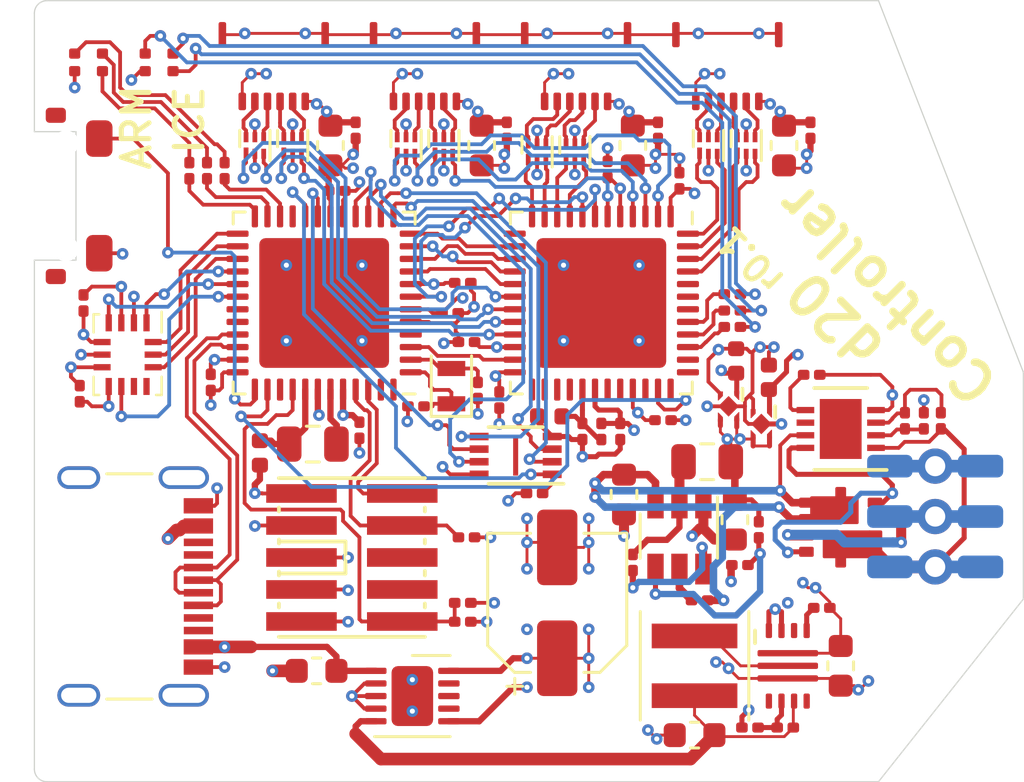
<source format=kicad_pcb>
(kicad_pcb (version 20171130) (host pcbnew "(5.1.12)-1")
  (layers (0 F.Cu signal) (1 In1.Cu signal) (2 In2.Cu signal) (31 B.Cu signal) (34 B.Paste user hide) (35 F.Paste user hide) (36 B.SilkS user hide) (37 F.SilkS user hide) (38 B.Mask user hide) (39 F.Mask user hide) (44 Edge.Cuts user))
  (net 0 "")
  (net 1 gnd)
  (net 2 N$1)
  (net 3 N$3)
  (net 4 N$7)
  (net 5 N$5)
  (net 6 N$2)
  (net 7 N$4)
  (net 8 N$6)
  (net 9 3v3)
  (net 10 2v5)
  (net 11 1v2_pll)
  (net 12 1v2)
  (net 13 led_r)
  (net 14 led_b)
  (net 15 led_g)
  (net 16 N$12)
  (net 17 N$13)
  (net 18 N$15)
  (net 19 ice_config_done)
  (net 20 ice_config_mosi)
  (net 21 ice_config_sck)
  (net 22 ice_config_ss)
  (net 23 ice_config_miso)
  (net 24 ice_config_reset)
  (net 25 4v5)
  (net 26 pp_batt_prot)
  (net 27 N$20)
  (net 28 N$21)
  (net 29 N$22)
  (net 30 N$23)
  (net 31 N$28)
  (net 32 N$29)
  (net 33 N$32)
  (net 34 swdio)
  (net 35 swdclk)
  (net 36 swo)
  (net 37 samd_rst)
  (net 38 5v0_usb)
  (net 39 samd_usb_p)
  (net 40 samd_usb_n)
  (net 41 5v_fb)
  (net 42 3v3_fb)
  (net 43 N$46)
  (net 44 N$47)
  (net 45 led0_sclk)
  (net 46 led0_latch)
  (net 47 led0_blank)
  (net 48 led0_data)
  (net 49 led1_sclk)
  (net 50 led1_latch)
  (net 51 led1_blank)
  (net 52 led1_data)
  (net 53 led2_sclk)
  (net 54 led2_latch)
  (net 55 led2_blank)
  (net 56 led2_data)
  (net 57 led3_latch)
  (net 58 led3_sclk)
  (net 59 led3_data)
  (net 60 led3_blank)
  (net 61 qspi_bus_cs)
  (net 62 qspi_bus_sck)
  (net 63 qspi_bus_io3)
  (net 64 qspi_bus_io2)
  (net 65 qspi_bus_io1)
  (net 66 qspi_bus_io0)
  (net 67 _led0_sclk)
  (net 68 _led0_latch)
  (net 69 _led0_blank)
  (net 70 _led0_data)
  (net 71 _led1_sclk)
  (net 72 _led1_latch)
  (net 73 _led1_blank)
  (net 74 _led1_data)
  (net 75 _led2_sclk)
  (net 76 _led2_latch)
  (net 77 _led2_blank)
  (net 78 _led2_data)
  (net 79 _led3_latch)
  (net 80 _led3_sclk)
  (net 81 _led3_data)
  (net 82 _led3_blank)
  (net 83 N$31)
  (net 84 imu_int2)
  (net 85 imu_int1)
  (net 86 imu_miso)
  (net 87 imu_cs)
  (net 88 imu_sck)
  (net 89 imu_mosi)
  (net 90 N$24)
  (net 91 pp_batt)
  (net 92 N$25)
  (net 93 ice_led_r)
  (net 94 ice_led_b)
  (net 95 ice_led_g)
  (net 96 N$30)
  (net 97 4v5_in)
  (module Capacitor_SMD:C_0603_1608Metric (layer F.Cu) (at 168.75 100.75 270)
    (fp_text reference C26 hide)
    (fp_text value 10uF hide)
    (pad 2 smd roundrect (at 0.7875 0 270) (size 0.875 0.95) (layers F.Cu F.Paste F.Mask) (net 1 gnd))
    (pad 1 smd roundrect (at -0.7875 0 270) (size 0.875 0.95) (layers F.Cu F.Paste F.Mask) (net 25 4v5))
  )
  (module Connector_USB:USB_C_Receptacle_Palconn_UTC16-G (layer F.Cu) (at 143 118.25 270)
    (fp_text reference J7 hide)
    (fp_text value USB_C_Receptacle_USB2.0 hide)
    (pad S1 thru_hole oval (at -4.32 -1.93) (size 2 0.9) (drill oval 1.7 0.6) (layers *.Cu *.Mask) (net 1 gnd))
    (pad S1 thru_hole oval (at 4.32 -1.93) (size 2 0.9) (drill oval 1.7 0.6) (layers *.Cu *.Mask) (net 1 gnd))
    (pad S1 thru_hole oval (at -4.32 2.24) (size 1.7 0.9) (drill oval 1.4 0.6) (layers *.Cu *.Mask) (net 1 gnd))
    (pad S1 thru_hole oval (at 4.32 2.24) (size 1.7 0.9) (drill oval 1.4 0.6) (layers *.Cu *.Mask) (net 1 gnd))
    (pad B7 smd rect (at -0.75 -2.51 90) (size 0.3 1.16) (layers F.Cu F.Paste F.Mask) (net 40 samd_usb_n))
    (pad A6 smd rect (at -0.25 -2.51 90) (size 0.3 1.16) (layers F.Cu F.Paste F.Mask) (net 39 samd_usb_p))
    (pad A7 smd rect (at 0.25 -2.51 90) (size 0.3 1.16) (layers F.Cu F.Paste F.Mask) (net 40 samd_usb_n))
    (pad B8 smd rect (at -1.75 -2.51 90) (size 0.3 1.16) (layers F.Cu F.Paste F.Mask))
    (pad A5 smd rect (at -1.25 -2.51 90) (size 0.3 1.16) (layers F.Cu F.Paste F.Mask))
    (pad A8 smd rect (at 1.25 -2.51 90) (size 0.3 1.16) (layers F.Cu F.Paste F.Mask))
    (pad B6 smd rect (at 0.75 -2.51 90) (size 0.3 1.16) (layers F.Cu F.Paste F.Mask) (net 39 samd_usb_p))
    (pad B5 smd rect (at 1.75 -2.51 90) (size 0.3 1.16) (layers F.Cu F.Paste F.Mask))
    (pad "" np_thru_hole circle (at 2.89 -1.45 90) (size 0.6 0.6) (drill 0.6) (layers *.Cu *.Mask))
    (pad "" np_thru_hole circle (at -2.89 -1.45 90) (size 0.6 0.6) (drill 0.6) (layers *.Cu *.Mask))
    (pad A4 smd rect (at -2.4 -2.51 270) (size 0.6 1.16) (layers F.Cu F.Paste F.Mask) (net 38 5v0_usb))
    (pad B9 smd rect (at -2.4 -2.51 270) (size 0.6 1.16) (layers F.Cu F.Paste F.Mask) (net 38 5v0_usb))
    (pad A1 smd rect (at -3.2 -2.51 270) (size 0.6 1.16) (layers F.Cu F.Paste F.Mask) (net 1 gnd))
    (pad B12 smd rect (at -3.2 -2.51 270) (size 0.6 1.16) (layers F.Cu F.Paste F.Mask) (net 1 gnd))
    (pad B4 smd rect (at 2.4 -2.51 270) (size 0.6 1.16) (layers F.Cu F.Paste F.Mask) (net 38 5v0_usb))
    (pad B1 smd rect (at 3.2 -2.51 270) (size 0.6 1.16) (layers F.Cu F.Paste F.Mask) (net 1 gnd))
    (pad A9 smd rect (at 2.4 -2.51 270) (size 0.6 1.16) (layers F.Cu F.Paste F.Mask) (net 38 5v0_usb))
    (pad A12 smd rect (at 3.2 -2.51 270) (size 0.6 1.16) (layers F.Cu F.Paste F.Mask) (net 1 gnd))
  )
  (module Capacitor_SMD:C_0603_1608Metric (layer F.Cu) (at 150.75 100.75 270)
    (fp_text reference C28 hide)
    (fp_text value 10uF hide)
    (pad 1 smd roundrect (at -0.7875 0 270) (size 0.875 0.95) (layers F.Cu F.Paste F.Mask) (net 25 4v5))
    (pad 2 smd roundrect (at 0.7875 0 270) (size 0.875 0.95) (layers F.Cu F.Paste F.Mask) (net 1 gnd))
  )
  (module Capacitor_SMD:C_0201_0603Metric (layer F.Cu) (at 162.75 117.3 90)
    (fp_text reference C3 hide)
    (fp_text value 100nF hide)
    (pad 2 smd roundrect (at 0.32 0 90) (size 0.46 0.4) (layers F.Cu F.Mask) (net 18 N$15))
    (pad 1 smd roundrect (at -0.32 0 90) (size 0.46 0.4) (layers F.Cu F.Mask) (net 17 N$13))
  )
  (module Capacitor_SMD:C_0201_0603Metric (layer F.Cu) (at 164.6 102.15 90)
    (fp_text reference C10 hide)
    (fp_text value 100nF hide)
    (pad 2 smd roundrect (at 0.32 0 90) (size 0.46 0.4) (layers F.Cu F.Mask) (net 1 gnd))
    (pad 1 smd roundrect (at -0.32 0 90) (size 0.46 0.4) (layers F.Cu F.Mask) (net 9 3v3))
  )
  (module Capacitor_SMD:C_0201_0603Metric (layer F.Cu) (at 163.95 111.65)
    (fp_text reference C11 hide)
    (fp_text value 100nF hide)
    (pad 1 smd roundrect (at -0.32 0) (size 0.46 0.4) (layers F.Cu F.Mask) (net 9 3v3))
    (pad 2 smd roundrect (at 0.32 0) (size 0.46 0.4) (layers F.Cu F.Mask) (net 1 gnd))
  )
  (module Capacitor_SMD:C_0201_0603Metric (layer F.Cu) (at 146 110.15 90)
    (fp_text reference C12 hide)
    (fp_text value 100nF hide)
    (pad 2 smd roundrect (at 0.32 0 90) (size 0.46 0.4) (layers F.Cu F.Mask) (net 1 gnd))
    (pad 1 smd roundrect (at -0.32 0 90) (size 0.46 0.4) (layers F.Cu F.Mask) (net 9 3v3))
  )
  (module gkl_led:led_rbag_1515 (layer F.Cu) (at 141.15 97.45)
    (fp_text reference D1 hide)
    (fp_text value LED_ARGB hide)
    (pad 3 smd roundrect (at 0.55125 0.34875 180) (size 0.443 0.406) (layers F.Cu F.Paste F.Mask) (roundrect_rratio 0.197) (net 15 led_g))
    (pad 1 smd roundrect (at -0.55125 0.34875 180) (size 0.443 0.406) (layers F.Cu F.Paste F.Mask) (roundrect_rratio 0.197) (net 9 3v3))
    (pad 4 smd roundrect (at 0.55125 -0.34875 180) (size 0.443 0.406) (layers F.Cu F.Paste F.Mask) (roundrect_rratio 0.197) (net 14 led_b))
    (pad 2 smd roundrect (at -0.55125 -0.34875 180) (size 0.443 0.406) (layers F.Cu F.Paste F.Mask) (roundrect_rratio 0.197) (net 13 led_r))
  )
  (module gkl_conn:5034800600 (layer F.Cu) (at 148.5 99 180)
    (fp_text reference J2 hide)
    (fp_text value Conn_01x06_Shielded hide)
    (pad SH smd roundrect (at -2.04 2.65 180) (size 0.3 1) (layers F.Cu F.Paste F.Mask) (net 1 gnd))
    (pad SH smd roundrect (at 2.04 2.65 180) (size 0.3 1) (layers F.Cu F.Paste F.Mask) (net 1 gnd))
    (pad 1 smd roundrect (at -1.25 0 180) (size 0.3 0.7) (layers F.Cu F.Paste F.Mask) (net 25 4v5))
    (pad 2 smd roundrect (at -0.75 0 180) (size 0.3 0.7) (layers F.Cu F.Paste F.Mask) (net 48 led0_data))
    (pad 3 smd roundrect (at -0.25 0 180) (size 0.3 0.7) (layers F.Cu F.Paste F.Mask) (net 47 led0_blank))
    (pad 4 smd roundrect (at 0.25 0 180) (size 0.3 0.7) (layers F.Cu F.Paste F.Mask) (net 46 led0_latch))
    (pad 5 smd roundrect (at 0.75 0 180) (size 0.3 0.7) (layers F.Cu F.Paste F.Mask) (net 45 led0_sclk))
    (pad 6 smd roundrect (at 1.25 0 180) (size 0.3 0.7) (layers F.Cu F.Paste F.Mask) (net 1 gnd))
  )
  (module gkl_conn:5034800600 (layer F.Cu) (at 154.5 99 180)
    (fp_text reference J3 hide)
    (fp_text value Conn_01x06_Shielded hide)
    (pad SH smd roundrect (at -2.04 2.65 180) (size 0.3 1) (layers F.Cu F.Paste F.Mask) (net 1 gnd))
    (pad SH smd roundrect (at 2.04 2.65 180) (size 0.3 1) (layers F.Cu F.Paste F.Mask) (net 1 gnd))
    (pad 1 smd roundrect (at -1.25 0 180) (size 0.3 0.7) (layers F.Cu F.Paste F.Mask) (net 25 4v5))
    (pad 2 smd roundrect (at -0.75 0 180) (size 0.3 0.7) (layers F.Cu F.Paste F.Mask) (net 52 led1_data))
    (pad 3 smd roundrect (at -0.25 0 180) (size 0.3 0.7) (layers F.Cu F.Paste F.Mask) (net 51 led1_blank))
    (pad 4 smd roundrect (at 0.25 0 180) (size 0.3 0.7) (layers F.Cu F.Paste F.Mask) (net 50 led1_latch))
    (pad 5 smd roundrect (at 0.75 0 180) (size 0.3 0.7) (layers F.Cu F.Paste F.Mask) (net 49 led1_sclk))
    (pad 6 smd roundrect (at 1.25 0 180) (size 0.3 0.7) (layers F.Cu F.Paste F.Mask) (net 1 gnd))
  )
  (module gkl_conn:5034800600 (layer F.Cu) (at 160.5 99 180)
    (fp_text reference J4 hide)
    (fp_text value Conn_01x06_Shielded hide)
    (pad 6 smd roundrect (at 1.25 0 180) (size 0.3 0.7) (layers F.Cu F.Paste F.Mask) (net 1 gnd))
    (pad 5 smd roundrect (at 0.75 0 180) (size 0.3 0.7) (layers F.Cu F.Paste F.Mask) (net 53 led2_sclk))
    (pad 4 smd roundrect (at 0.25 0 180) (size 0.3 0.7) (layers F.Cu F.Paste F.Mask) (net 54 led2_latch))
    (pad 3 smd roundrect (at -0.25 0 180) (size 0.3 0.7) (layers F.Cu F.Paste F.Mask) (net 55 led2_blank))
    (pad 2 smd roundrect (at -0.75 0 180) (size 0.3 0.7) (layers F.Cu F.Paste F.Mask) (net 56 led2_data))
    (pad 1 smd roundrect (at -1.25 0 180) (size 0.3 0.7) (layers F.Cu F.Paste F.Mask) (net 25 4v5))
    (pad SH smd roundrect (at 2.04 2.65 180) (size 0.3 1) (layers F.Cu F.Paste F.Mask) (net 1 gnd))
    (pad SH smd roundrect (at -2.04 2.65 180) (size 0.3 1) (layers F.Cu F.Paste F.Mask) (net 1 gnd))
  )
  (module Resistor_SMD:R_0201_0603Metric (layer F.Cu) (at 169.85 109.85)
    (fp_text reference R1 hide)
    (fp_text value 510k hide)
    (pad 1 smd roundrect (at -0.32 0) (size 0.46 0.4) (layers F.Cu F.Mask) (net 3 N$3))
    (pad 2 smd roundrect (at 0.32 0) (size 0.46 0.4) (layers F.Cu F.Mask) (net 1 gnd))
  )
  (module Resistor_SMD:R_0201_0603Metric (layer F.Cu) (at 174.3 111.675 90)
    (fp_text reference R2 hide)
    (fp_text value 25.3k hide)
    (pad 2 smd roundrect (at 0.32 0 90) (size 0.46 0.4) (layers F.Cu F.Mask) (net 1 gnd))
    (pad 1 smd roundrect (at -0.32 0 90) (size 0.46 0.4) (layers F.Cu F.Mask) (net 5 N$5))
  )
  (module Resistor_SMD:R_0201_0603Metric (layer F.Cu) (at 173.55 111.675 270)
    (fp_text reference R3 hide)
    (fp_text value 34.8k hide)
    (pad 1 smd roundrect (at -0.32 0 270) (size 0.46 0.4) (layers F.Cu F.Mask) (net 7 N$4))
    (pad 2 smd roundrect (at 0.32 0 270) (size 0.46 0.4) (layers F.Cu F.Mask) (net 5 N$5))
  )
  (module gkl_misc:UDFN-6_1x1mm_P0.35mm (layer F.Cu) (at 149.25 100.75 90)
    (fp_text reference U9 hide)
    (fp_text value NC7WZ17 hide)
    (pad 1 smd rect (at -0.305 -0.35 90) (size 0.45 0.19) (layers F.Cu F.Paste F.Mask) (net 69 _led0_blank))
    (pad 2 smd rect (at -0.33 0 90) (size 0.4 0.19) (layers F.Cu F.Paste F.Mask) (net 1 gnd))
    (pad 3 smd rect (at -0.33 0.35 90) (size 0.4 0.19) (layers F.Cu F.Paste F.Mask) (net 70 _led0_data))
    (pad 4 smd rect (at 0.33 0.35 90) (size 0.4 0.19) (layers F.Cu F.Paste F.Mask) (net 48 led0_data))
    (pad 5 smd rect (at 0.33 0 90) (size 0.4 0.19) (layers F.Cu F.Paste F.Mask) (net 25 4v5))
    (pad 6 smd rect (at 0.33 -0.35 90) (size 0.4 0.19) (layers F.Cu F.Paste F.Mask) (net 47 led0_blank))
  )
  (module gkl_misc:UDFN-6_1x1mm_P0.35mm (layer F.Cu) (at 147.75 100.75 90)
    (fp_text reference U10 hide)
    (fp_text value NC7WZ17 hide)
    (pad 6 smd rect (at 0.33 -0.35 90) (size 0.4 0.19) (layers F.Cu F.Paste F.Mask) (net 45 led0_sclk))
    (pad 5 smd rect (at 0.33 0 90) (size 0.4 0.19) (layers F.Cu F.Paste F.Mask) (net 25 4v5))
    (pad 4 smd rect (at 0.33 0.35 90) (size 0.4 0.19) (layers F.Cu F.Paste F.Mask) (net 46 led0_latch))
    (pad 3 smd rect (at -0.33 0.35 90) (size 0.4 0.19) (layers F.Cu F.Paste F.Mask) (net 68 _led0_latch))
    (pad 2 smd rect (at -0.33 0 90) (size 0.4 0.19) (layers F.Cu F.Paste F.Mask) (net 1 gnd))
    (pad 1 smd rect (at -0.305 -0.35 90) (size 0.45 0.19) (layers F.Cu F.Paste F.Mask) (net 67 _led0_sclk))
  )
  (module Capacitor_SMD:C_0603_1608Metric (layer F.Cu) (at 171 121.4 270)
    (fp_text reference C1 hide)
    (fp_text value 10uF hide)
    (pad 1 smd roundrect (at -0.7875 0 270) (size 0.875 0.95) (layers F.Cu F.Paste F.Mask) (net 26 pp_batt_prot))
    (pad 2 smd roundrect (at 0.7875 0 270) (size 0.875 0.95) (layers F.Cu F.Paste F.Mask) (net 1 gnd))
  )
  (module Capacitor_SMD:C_0603_1608Metric (layer F.Cu) (at 165.2 124.15 180)
    (fp_text reference C2 hide)
    (fp_text value 10uF hide)
    (pad 1 smd roundrect (at -0.7875 0 180) (size 0.875 0.95) (layers F.Cu F.Paste F.Mask) (net 97 4v5_in))
    (pad 2 smd roundrect (at 0.7875 0 180) (size 0.875 0.95) (layers F.Cu F.Paste F.Mask) (net 1 gnd))
  )
  (module Capacitor_SMD:C_0603_1608Metric (layer F.Cu) (at 162.4 114.6 270)
    (fp_text reference C4 hide)
    (fp_text value 10uF hide)
    (pad 2 smd roundrect (at 0.7875 0 270) (size 0.875 0.95) (layers F.Cu F.Paste F.Mask) (net 1 gnd))
    (pad 1 smd roundrect (at -0.7875 0 270) (size 0.875 0.95) (layers F.Cu F.Paste F.Mask) (net 26 pp_batt_prot))
  )
  (module Capacitor_SMD:C_0603_1608Metric (layer F.Cu) (at 166.8 115.6 270)
    (fp_text reference C5 hide)
    (fp_text value 10uF hide)
    (pad 1 smd roundrect (at -0.7875 0 270) (size 0.875 0.95) (layers F.Cu F.Paste F.Mask) (net 9 3v3))
    (pad 2 smd roundrect (at 0.7875 0 270) (size 0.875 0.95) (layers F.Cu F.Paste F.Mask) (net 1 gnd))
  )
  (module Capacitor_SMD:C_0201_0603Metric (layer F.Cu) (at 155.5 107.4)
    (fp_text reference C13 hide)
    (fp_text value 100nF hide)
    (pad 2 smd roundrect (at 0.32 0) (size 0.46 0.4) (layers F.Cu F.Mask) (net 1 gnd))
    (pad 1 smd roundrect (at -0.32 0) (size 0.46 0.4) (layers F.Cu F.Mask) (net 9 3v3))
  )
  (module Capacitor_SMD:C_0201_0603Metric (layer F.Cu) (at 154.145 111.1 180)
    (fp_text reference C15 hide)
    (fp_text value 22pF hide)
    (pad 1 smd roundrect (at -0.32 0 180) (size 0.46 0.4) (layers F.Cu F.Mask) (net 90 N$24))
    (pad 2 smd roundrect (at 0.32 0 180) (size 0.46 0.4) (layers F.Cu F.Mask) (net 1 gnd))
  )
  (module Capacitor_SMD:C_0201_0603Metric (layer F.Cu) (at 156.6 110.47 270)
    (fp_text reference C16 hide)
    (fp_text value 22pF hide)
    (pad 2 smd roundrect (at 0.32 0 270) (size 0.46 0.4) (layers F.Cu F.Mask) (net 1 gnd))
    (pad 1 smd roundrect (at -0.32 0 270) (size 0.46 0.4) (layers F.Cu F.Mask) (net 92 N$25))
  )
  (module Capacitor_SMD:C_0201_0603Metric (layer F.Cu) (at 140.95 107 90)
    (fp_text reference C17 hide)
    (fp_text value 100nF hide)
    (pad 1 smd roundrect (at -0.32 0 90) (size 0.46 0.4) (layers F.Cu F.Mask) (net 9 3v3))
    (pad 2 smd roundrect (at 0.32 0 90) (size 0.46 0.4) (layers F.Cu F.Mask) (net 1 gnd))
  )
  (module Capacitor_SMD:C_0201_0603Metric (layer F.Cu) (at 156.15 108.55 180)
    (fp_text reference C19 hide)
    (fp_text value 100nF hide)
    (pad 2 smd roundrect (at 0.32 0 180) (size 0.46 0.4) (layers F.Cu F.Mask) (net 1 gnd))
    (pad 1 smd roundrect (at -0.32 0 180) (size 0.46 0.4) (layers F.Cu F.Mask) (net 9 3v3))
  )
  (module Inductor_SMD:L_Coilcraft_XxL4020 (layer F.Cu) (at 165.2 121.4 270)
    (fp_text reference L1 hide)
    (fp_text value 1uH hide)
    (pad 1 smd rect (at -1.185 0 270) (size 0.98 3.4) (layers F.Cu F.Paste F.Mask) (net 4 N$7))
    (pad 2 smd rect (at 1.185 0 270) (size 0.98 3.4) (layers F.Cu F.Paste F.Mask) (net 97 4v5_in))
  )
  (module Inductor_SMD:L_0805_2012Metric (layer F.Cu) (at 165.7 113.3)
    (fp_text reference L2 hide)
    (fp_text value 2.2uH hide)
    (pad 1 smd roundrect (at -0.9375 0) (size 0.975 1.4) (layers F.Cu F.Paste F.Mask) (net 18 N$15))
    (pad 2 smd roundrect (at 0.9375 0) (size 0.975 1.4) (layers F.Cu F.Paste F.Mask) (net 9 3v3))
  )
  (module Resistor_SMD:R_0201_0603Metric (layer F.Cu) (at 174.975 111.675 90)
    (fp_text reference R4 hide)
    (fp_text value 750k hide)
    (pad 2 smd roundrect (at 0.32 0 90) (size 0.46 0.4) (layers F.Cu F.Mask) (net 7 N$4))
    (pad 1 smd roundrect (at -0.32 0 90) (size 0.46 0.4) (layers F.Cu F.Mask) (net 91 pp_batt))
  )
  (module Resistor_SMD:R_0201_0603Metric (layer F.Cu) (at 170.25 119.1)
    (fp_text reference R5 hide)
    (fp_text value 100k hide)
    (pad 1 smd roundrect (at -0.32 0) (size 0.46 0.4) (layers F.Cu F.Mask) (net 8 N$6))
    (pad 2 smd roundrect (at 0.32 0) (size 0.46 0.4) (layers F.Cu F.Mask) (net 26 pp_batt_prot))
  )
  (module Resistor_SMD:R_0201_0603Metric (layer F.Cu) (at 168.8 123.85)
    (fp_text reference R6 hide)
    (fp_text value 510k hide)
    (pad 2 smd roundrect (at 0.32 0) (size 0.46 0.4) (layers F.Cu F.Mask) (net 97 4v5_in))
    (pad 1 smd roundrect (at -0.32 0) (size 0.46 0.4) (layers F.Cu F.Mask) (net 41 5v_fb))
  )
  (module Resistor_SMD:R_0201_0603Metric (layer F.Cu) (at 167.4 123.85 180)
    (fp_text reference R7 hide)
    (fp_text value 93.1k hide)
    (pad 1 smd roundrect (at -0.32 0 180) (size 0.46 0.4) (layers F.Cu F.Mask) (net 41 5v_fb))
    (pad 2 smd roundrect (at 0.32 0 180) (size 0.46 0.4) (layers F.Cu F.Mask) (net 1 gnd))
  )
  (module Resistor_SMD:R_0201_0603Metric (layer F.Cu) (at 165.4 118.8)
    (fp_text reference R8 hide)
    (fp_text value 100k hide)
    (pad 2 smd roundrect (at 0.32 0) (size 0.46 0.4) (layers F.Cu F.Mask) (net 26 pp_batt_prot))
    (pad 1 smd roundrect (at -0.32 0) (size 0.46 0.4) (layers F.Cu F.Mask) (net 16 N$12))
  )
  (module Resistor_SMD:R_0201_0603Metric (layer F.Cu) (at 167.75 116 90)
    (fp_text reference R9 hide)
    (fp_text value 33.2k hide)
    (pad 1 smd roundrect (at -0.32 0 90) (size 0.46 0.4) (layers F.Cu F.Mask) (net 42 3v3_fb))
    (pad 2 smd roundrect (at 0.32 0 90) (size 0.46 0.4) (layers F.Cu F.Mask) (net 9 3v3))
  )
  (module Resistor_SMD:R_0201_0603Metric (layer F.Cu) (at 167 117.4 180)
    (fp_text reference R10 hide)
    (fp_text value 10k hide)
    (pad 1 smd roundrect (at -0.32 0 180) (size 0.46 0.4) (layers F.Cu F.Mask) (net 42 3v3_fb))
    (pad 2 smd roundrect (at 0.32 0 180) (size 0.46 0.4) (layers F.Cu F.Mask) (net 1 gnd))
  )
  (module Resistor_SMD:R_0201_0603Metric (layer F.Cu) (at 146.55 101.749999 90)
    (fp_text reference R11 hide)
    (fp_text value 470R hide)
    (pad 2 smd roundrect (at 0.32 0 90) (size 0.46 0.4) (layers F.Cu F.Mask) (net 13 led_r))
    (pad 1 smd roundrect (at -0.32 0 90) (size 0.46 0.4) (layers F.Cu F.Mask) (net 28 N$21))
  )
  (module gkl_misc:UDFN-6_1x1mm_P0.35mm (layer F.Cu) (at 155.25 100.75 90)
    (fp_text reference U11 hide)
    (fp_text value NC7WZ17 hide)
    (pad 6 smd rect (at 0.33 -0.35 90) (size 0.4 0.19) (layers F.Cu F.Paste F.Mask) (net 51 led1_blank))
    (pad 5 smd rect (at 0.33 0 90) (size 0.4 0.19) (layers F.Cu F.Paste F.Mask) (net 25 4v5))
    (pad 4 smd rect (at 0.33 0.35 90) (size 0.4 0.19) (layers F.Cu F.Paste F.Mask) (net 52 led1_data))
    (pad 3 smd rect (at -0.33 0.35 90) (size 0.4 0.19) (layers F.Cu F.Paste F.Mask) (net 74 _led1_data))
    (pad 2 smd rect (at -0.33 0 90) (size 0.4 0.19) (layers F.Cu F.Paste F.Mask) (net 1 gnd))
    (pad 1 smd rect (at -0.305 -0.35 90) (size 0.45 0.19) (layers F.Cu F.Paste F.Mask) (net 73 _led1_blank))
  )
  (module gkl_misc:UDFN-6_1x1mm_P0.35mm (layer F.Cu) (at 153.75 100.75 90)
    (fp_text reference U12 hide)
    (fp_text value NC7WZ17 hide)
    (pad 1 smd rect (at -0.305 -0.35 90) (size 0.45 0.19) (layers F.Cu F.Paste F.Mask) (net 71 _led1_sclk))
    (pad 2 smd rect (at -0.33 0 90) (size 0.4 0.19) (layers F.Cu F.Paste F.Mask) (net 1 gnd))
    (pad 3 smd rect (at -0.33 0.35 90) (size 0.4 0.19) (layers F.Cu F.Paste F.Mask) (net 72 _led1_latch))
    (pad 4 smd rect (at 0.33 0.35 90) (size 0.4 0.19) (layers F.Cu F.Paste F.Mask) (net 50 led1_latch))
    (pad 5 smd rect (at 0.33 0 90) (size 0.4 0.19) (layers F.Cu F.Paste F.Mask) (net 25 4v5))
    (pad 6 smd rect (at 0.33 -0.35 90) (size 0.4 0.19) (layers F.Cu F.Paste F.Mask) (net 49 led1_sclk))
  )
  (module Capacitor_SMD:C_0201_0603Metric (layer F.Cu) (at 151 102.55 180)
    (fp_text reference C18 hide)
    (fp_text value 100nF hide)
    (pad 1 smd roundrect (at -0.32 0 180) (size 0.46 0.4) (layers F.Cu F.Mask) (net 9 3v3))
    (pad 2 smd roundrect (at 0.32 0 180) (size 0.46 0.4) (layers F.Cu F.Mask) (net 1 gnd))
  )
  (module Capacitor_SMD:C_0201_0603Metric (layer F.Cu) (at 157.75 100.15 270)
    (fp_text reference C29 hide)
    (fp_text value 100nF hide)
    (pad 2 smd roundrect (at 0.32 0 270) (size 0.46 0.4) (layers F.Cu F.Mask) (net 1 gnd))
    (pad 1 smd roundrect (at -0.32 0 270) (size 0.46 0.4) (layers F.Cu F.Mask) (net 25 4v5))
  )
  (module gkl_misc:EVQP4 (layer F.Cu) (at 139 102.75 270)
    (fp_text reference SW1 hide)
    (fp_text value SW_Push hide)
    (pad "" np_thru_hole circle (at 2.1 -1.25 270) (size 1 1) (drill 1) (layers *.Cu *.Mask))
    (pad "" np_thru_hole circle (at -2.1 -1.25 270) (size 1 1) (drill 1) (layers *.Cu *.Mask))
    (pad 3 smd roundrect (at -3.2 -0.85 270) (size 0.6 0.8) (layers F.Cu F.Paste F.Mask))
    (pad 4 smd roundrect (at 3.2 -0.85 270) (size 0.6 0.8) (layers F.Cu F.Paste F.Mask))
    (pad 2 smd roundrect (at 2.275 -2.575 270) (size 1.45 1.05) (layers F.Cu F.Paste F.Mask) (net 1 gnd))
    (pad 1 smd roundrect (at -2.275 -2.575 270) (size 1.45 1.05) (layers F.Cu F.Paste F.Mask) (net 43 N$46))
  )
  (module Capacitor_SMD:C_0201_0603Metric (layer F.Cu) (at 160.75 112.1 270)
    (fp_text reference C21 hide)
    (fp_text value 100nF hide)
    (pad 1 smd roundrect (at -0.32 0 270) (size 0.46 0.4) (layers F.Cu F.Mask) (net 11 1v2_pll))
    (pad 2 smd roundrect (at 0.32 0 270) (size 0.46 0.4) (layers F.Cu F.Mask) (net 1 gnd))
  )
  (module Capacitor_SMD:C_0201_0603Metric (layer F.Cu) (at 162.25 112.1 270)
    (fp_text reference C23 hide)
    (fp_text value 100nF hide)
    (pad 2 smd roundrect (at 0.32 0 270) (size 0.46 0.4) (layers F.Cu F.Mask) (net 1 gnd))
    (pad 1 smd roundrect (at -0.32 0 270) (size 0.46 0.4) (layers F.Cu F.Mask) (net 12 1v2))
  )
  (module Capacitor_SMD:C_0603_1608Metric (layer F.Cu) (at 156.75 100.75 270)
    (fp_text reference C24 hide)
    (fp_text value 10uF hide)
    (pad 1 smd roundrect (at -0.7875 0 270) (size 0.875 0.95) (layers F.Cu F.Paste F.Mask) (net 25 4v5))
    (pad 2 smd roundrect (at 0.7875 0 270) (size 0.875 0.95) (layers F.Cu F.Paste F.Mask) (net 1 gnd))
  )
  (module Capacitor_SMD:C_0201_0603Metric (layer F.Cu) (at 151.75 100.15 270)
    (fp_text reference C25 hide)
    (fp_text value 100nF hide)
    (pad 1 smd roundrect (at -0.32 0 270) (size 0.46 0.4) (layers F.Cu F.Mask) (net 25 4v5))
    (pad 2 smd roundrect (at 0.32 0 270) (size 0.46 0.4) (layers F.Cu F.Mask) (net 1 gnd))
  )
  (module Capacitor_SMD:C_0201_0603Metric (layer F.Cu) (at 169.8 100.15 270)
    (fp_text reference C27 hide)
    (fp_text value 100nF hide)
    (pad 2 smd roundrect (at 0.32 0 270) (size 0.46 0.4) (layers F.Cu F.Mask) (net 1 gnd))
    (pad 1 smd roundrect (at -0.32 0 270) (size 0.46 0.4) (layers F.Cu F.Mask) (net 25 4v5))
  )
  (module Crystal:Crystal_SMD_2012-2Pin_2.0x1.2mm (layer F.Cu) (at 155.55 110.3 90)
    (fp_text reference Y1 hide)
    (fp_text value 32.768kHz hide)
    (pad 1 smd rect (at -0.7 0 90) (size 0.6 1.1) (layers F.Cu F.Paste F.Mask) (net 90 N$24))
    (pad 2 smd rect (at 0.7 0 90) (size 0.6 1.1) (layers F.Cu F.Paste F.Mask) (net 92 N$25))
  )
  (module gkl_conn:3P_Battery_Connector (layer B.Cu) (at 174.75 115.475 90)
    (fp_text reference J1 hide)
    (fp_text value Conn_01x03 hide)
    (pad 1 thru_hole circle (at -2 0 90) (size 1.4 1.4) (drill 0.8) (layers *.Cu *.Mask) (net 91 pp_batt))
    (pad 1 smd roundrect (at -2 1.8 90) (size 0.9 1.8) (layers B.Cu B.Paste B.Mask) (net 91 pp_batt))
    (pad 1 smd roundrect (at -2 -1.8 90) (size 0.9 1.8) (layers B.Cu B.Paste B.Mask) (net 91 pp_batt))
    (pad "" np_thru_hole circle (at 2.95 1.9 90) (size 0.75 0.75) (drill 0.75) (layers *.Cu *.Mask))
    (pad 2 smd roundrect (at 0 1.8 90) (size 0.9 1.8) (layers B.Cu B.Paste B.Mask))
    (pad 3 smd roundrect (at 2 1.8 90) (size 0.9 1.8) (layers B.Cu B.Paste B.Mask) (net 1 gnd))
    (pad 2 thru_hole circle (at 0 0 90) (size 1.4 1.4) (drill 0.8) (layers *.Cu *.Mask))
    (pad 3 thru_hole circle (at 2 0 90) (size 1.4 1.4) (drill 0.8) (layers *.Cu *.Mask) (net 1 gnd))
    (pad 2 smd roundrect (at 0 -1.8 90) (size 0.9 1.8) (layers B.Cu B.Paste B.Mask))
    (pad 3 smd roundrect (at 2 -1.8 90) (size 0.9 1.8) (layers B.Cu B.Paste B.Mask) (net 1 gnd))
    (pad "" np_thru_hole circle (at -2.95 -1.9 90) (size 0.75 0.75) (drill 0.75) (layers *.Cu *.Mask))
  )
  (module gkl_conn:5034800600 (layer F.Cu) (at 166.5 99 180)
    (fp_text reference J5 hide)
    (fp_text value Conn_01x06_Shielded hide)
    (pad SH smd roundrect (at -2.04 2.65 180) (size 0.3 1) (layers F.Cu F.Paste F.Mask) (net 1 gnd))
    (pad SH smd roundrect (at 2.04 2.65 180) (size 0.3 1) (layers F.Cu F.Paste F.Mask) (net 1 gnd))
    (pad 1 smd roundrect (at -1.25 0 180) (size 0.3 0.7) (layers F.Cu F.Paste F.Mask) (net 25 4v5))
    (pad 2 smd roundrect (at -0.75 0 180) (size 0.3 0.7) (layers F.Cu F.Paste F.Mask) (net 59 led3_data))
    (pad 3 smd roundrect (at -0.25 0 180) (size 0.3 0.7) (layers F.Cu F.Paste F.Mask) (net 60 led3_blank))
    (pad 4 smd roundrect (at 0.25 0 180) (size 0.3 0.7) (layers F.Cu F.Paste F.Mask) (net 57 led3_latch))
    (pad 5 smd roundrect (at 0.75 0 180) (size 0.3 0.7) (layers F.Cu F.Paste F.Mask) (net 58 led3_sclk))
    (pad 6 smd roundrect (at 1.25 0 180) (size 0.3 0.7) (layers F.Cu F.Paste F.Mask) (net 1 gnd))
  )
  (module gkl_conn:FTSH-105-XX-X-DV (layer F.Cu) (at 151.6 117.1 90)
    (fp_text reference J6 hide)
    (fp_text value Conn_02x05_Odd_Even hide)
    (pad 1 smd rect (at 2.54 -2 270) (size 0.74 2.8) (layers F.Cu F.Paste F.Mask) (net 1 gnd))
    (pad 2 smd rect (at 2.54 2 270) (size 0.74 2.8) (layers F.Cu F.Paste F.Mask) (net 34 swdio))
    (pad 3 smd rect (at 1.27 -2 270) (size 0.74 2.8) (layers F.Cu F.Paste F.Mask) (net 1 gnd))
    (pad 4 smd rect (at 1.27 2 270) (size 0.74 2.8) (layers F.Cu F.Paste F.Mask) (net 35 swdclk))
    (pad 5 smd rect (at 0 -2 270) (size 0.74 2.8) (layers F.Cu F.Paste F.Mask) (net 1 gnd))
    (pad 6 smd rect (at 0 2 270) (size 0.74 2.8) (layers F.Cu F.Paste F.Mask) (net 36 swo))
    (pad 7 smd rect (at -1.27 -2 270) (size 0.74 2.8) (layers F.Cu F.Paste F.Mask) (net 1 gnd))
    (pad 8 smd rect (at -1.27 2 270) (size 0.74 2.8) (layers F.Cu F.Paste F.Mask))
    (pad 9 smd rect (at -2.54 -2 270) (size 0.74 2.8) (layers F.Cu F.Paste F.Mask) (net 1 gnd))
    (pad 10 smd rect (at -2.54 2 270) (size 0.74 2.8) (layers F.Cu F.Paste F.Mask) (net 37 samd_rst))
  )
  (module Capacitor_SMD:C_0402_1005Metric (layer F.Cu) (at 168.15 109.95 90)
    (fp_text reference C6 hide)
    (fp_text value 1uF hide)
    (pad 1 smd roundrect (at -0.485 0 90) (size 0.59 0.64) (layers F.Cu F.Paste F.Mask) (net 10 2v5))
    (pad 2 smd roundrect (at 0.485 0 90) (size 0.59 0.64) (layers F.Cu F.Paste F.Mask) (net 1 gnd))
  )
  (module Capacitor_SMD:C_0402_1005Metric (layer F.Cu) (at 166.85 109.3 90)
    (fp_text reference C7 hide)
    (fp_text value 1uF hide)
    (pad 2 smd roundrect (at 0.485 0 90) (size 0.59 0.64) (layers F.Cu F.Paste F.Mask) (net 1 gnd))
    (pad 1 smd roundrect (at -0.485 0 90) (size 0.59 0.64) (layers F.Cu F.Paste F.Mask) (net 12 1v2))
  )
  (module Capacitor_SMD:C_0402_1005Metric (layer F.Cu) (at 159.45 111.5 180)
    (fp_text reference C8 hide)
    (fp_text value 1uF hide)
    (pad 1 smd roundrect (at -0.485 0 180) (size 0.59 0.64) (layers F.Cu F.Paste F.Mask) (net 11 1v2_pll))
    (pad 2 smd roundrect (at 0.485 0 180) (size 0.59 0.64) (layers F.Cu F.Paste F.Mask) (net 1 gnd))
  )
  (module Capacitor_SMD:CP_Elec_5x3.9 (layer F.Cu) (at 159.75 118.9 90)
    (fp_text reference C9 hide)
    (fp_text value CP1 hide)
    (pad 1 smd roundrect (at -2.2 0 90) (size 3 1.6) (layers F.Cu F.Paste F.Mask) (roundrect_rratio 0.15625) (net 25 4v5))
    (pad 2 smd roundrect (at 2.2 0 90) (size 3 1.6) (layers F.Cu F.Paste F.Mask) (roundrect_rratio 0.15625) (net 1 gnd))
  )
  (module Capacitor_SMD:C_0201_0603Metric (layer F.Cu) (at 157.45 110.85 270)
    (fp_text reference C20 hide)
    (fp_text value 100nF hide)
    (pad 2 smd roundrect (at 0.32 0 270) (size 0.46 0.4) (layers F.Cu F.Mask) (net 1 gnd))
    (pad 1 smd roundrect (at -0.32 0 270) (size 0.46 0.4) (layers F.Cu F.Mask) (net 10 2v5))
  )
  (module Capacitor_SMD:C_0201_0603Metric (layer F.Cu) (at 161.75 101.7 90)
    (fp_text reference C22 hide)
    (fp_text value 100nF hide)
    (pad 1 smd roundrect (at -0.32 0 90) (size 0.46 0.4) (layers F.Cu F.Mask) (net 12 1v2))
    (pad 2 smd roundrect (at 0.32 0 90) (size 0.46 0.4) (layers F.Cu F.Mask) (net 1 gnd))
  )
  (module Capacitor_SMD:C_0603_1608Metric (layer F.Cu) (at 162.75 100.75 270)
    (fp_text reference C30 hide)
    (fp_text value 10uF hide)
    (pad 2 smd roundrect (at 0.7875 0 270) (size 0.875 0.95) (layers F.Cu F.Paste F.Mask) (net 1 gnd))
    (pad 1 smd roundrect (at -0.7875 0 270) (size 0.875 0.95) (layers F.Cu F.Paste F.Mask) (net 25 4v5))
  )
  (module Capacitor_SMD:C_0201_0603Metric (layer F.Cu) (at 163.75 100.15 270)
    (fp_text reference C31 hide)
    (fp_text value 100nF hide)
    (pad 2 smd roundrect (at 0.32 0 270) (size 0.46 0.4) (layers F.Cu F.Mask) (net 1 gnd))
    (pad 1 smd roundrect (at -0.32 0 270) (size 0.46 0.4) (layers F.Cu F.Mask) (net 25 4v5))
  )
  (module Capacitor_SMD:C_0201_0603Metric (layer F.Cu) (at 156 118.9)
    (fp_text reference C32 hide)
    (fp_text value 100nF hide)
    (pad 1 smd roundrect (at -0.32 0) (size 0.46 0.4) (layers F.Cu F.Mask) (net 37 samd_rst))
    (pad 2 smd roundrect (at 0.32 0) (size 0.46 0.4) (layers F.Cu F.Mask) (net 1 gnd))
  )
  (module Capacitor_SMD:C_0201_0603Metric (layer F.Cu) (at 151.9 112.05 270)
    (fp_text reference C33 hide)
    (fp_text value 100nF hide)
    (pad 1 smd roundrect (at -0.32 0 270) (size 0.46 0.4) (layers F.Cu F.Mask) (net 9 3v3))
    (pad 2 smd roundrect (at 0.32 0 270) (size 0.46 0.4) (layers F.Cu F.Mask) (net 1 gnd))
  )
  (module Inductor_SMD:L_0201_0603Metric (layer F.Cu) (at 161.5 112.1 270)
    (fp_text reference FB1 hide)
    (fp_text value Ferrite_Bead_Small hide)
    (pad 1 smd roundrect (at -0.32 0 270) (size 0.46 0.4) (layers F.Cu F.Mask) (net 12 1v2))
    (pad 2 smd roundrect (at 0.32 0 270) (size 0.46 0.4) (layers F.Cu F.Mask) (net 11 1v2_pll))
  )
  (module Resistor_SMD:R_0201_0603Metric (layer F.Cu) (at 145.15 101.75 90)
    (fp_text reference R12 hide)
    (fp_text value 470R hide)
    (pad 1 smd roundrect (at -0.32 0 90) (size 0.46 0.4) (layers F.Cu F.Mask) (net 29 N$22))
    (pad 2 smd roundrect (at 0.32 0 90) (size 0.46 0.4) (layers F.Cu F.Mask) (net 15 led_g))
  )
  (module Resistor_SMD:R_0201_0603Metric (layer F.Cu) (at 145.85 101.75 90)
    (fp_text reference R13 hide)
    (fp_text value 470R hide)
    (pad 2 smd roundrect (at 0.32 0 90) (size 0.46 0.4) (layers F.Cu F.Mask) (net 14 led_b))
    (pad 1 smd roundrect (at -0.32 0 90) (size 0.46 0.4) (layers F.Cu F.Mask) (net 30 N$23))
  )
  (module Resistor_SMD:R_0201_0603Metric (layer F.Cu) (at 166.7 107.95)
    (fp_text reference R14 hide)
    (fp_text value 470R hide)
    (pad 1 smd roundrect (at -0.32 0) (size 0.46 0.4) (layers F.Cu F.Mask) (net 31 N$28))
    (pad 2 smd roundrect (at 0.32 0) (size 0.46 0.4) (layers F.Cu F.Mask) (net 93 ice_led_r))
  )
  (module Resistor_SMD:R_0201_0603Metric (layer F.Cu) (at 166.7 107.3)
    (fp_text reference R15 hide)
    (fp_text value 470R hide)
    (pad 2 smd roundrect (at 0.32 0) (size 0.46 0.4) (layers F.Cu F.Mask) (net 95 ice_led_g))
    (pad 1 smd roundrect (at -0.32 0) (size 0.46 0.4) (layers F.Cu F.Mask) (net 32 N$29))
  )
  (module Package_DFN_QFN:DFN-8-1EP_3x3mm_P0.5mm_EP1.66x2.38mm (layer F.Cu) (at 171 112 180)
    (fp_text reference U1 hide)
    (fp_text value LTC4367 hide)
    (pad 1 smd rect (at -1.4 -0.75 180) (size 0.7 0.25) (layers F.Cu F.Paste F.Mask) (net 91 pp_batt))
    (pad 2 smd rect (at -1.4 -0.25 180) (size 0.7 0.25) (layers F.Cu F.Paste F.Mask) (net 5 N$5))
    (pad 3 smd rect (at -1.4 0.25 180) (size 0.7 0.25) (layers F.Cu F.Paste F.Mask) (net 7 N$4))
    (pad 4 smd rect (at -1.4 0.75 180) (size 0.7 0.25) (layers F.Cu F.Paste F.Mask) (net 1 gnd))
    (pad 5 smd rect (at 1.4 0.75 180) (size 0.7 0.25) (layers F.Cu F.Paste F.Mask) (net 3 N$3))
    (pad 6 smd rect (at 1.4 0.25 180) (size 0.7 0.25) (layers F.Cu F.Paste F.Mask))
    (pad 7 smd rect (at 1.4 -0.25 180) (size 0.7 0.25) (layers F.Cu F.Paste F.Mask) (net 26 pp_batt_prot))
    (pad 8 smd rect (at 1.4 -0.75 180) (size 0.7 0.25) (layers F.Cu F.Paste F.Mask) (net 6 N$2))
    (pad 9 smd rect (at 0 0 180) (size 1.66 2.38) (layers F.Cu F.Mask))
  )
  (module gkl_housings_dfn:DFN3X3_8L_EP2_P (layer F.Cu) (at 171 115.899999 90)
    (fp_text reference U2 hide)
    (fp_text value AON7804 hide)
    (pad 1 smd roundrect (at 1.23 0 90) (size 0.74 0.43) (layers F.Cu F.Paste F.Mask) (roundrect_rratio 0.15) (net 26 pp_batt_prot))
    (pad 1 smd roundrect (at 0.6775 -0.25 90) (size 1.105 1.925) (layers F.Cu F.Paste F.Mask) (roundrect_rratio 0.05) (net 26 pp_batt_prot))
    (pad 4 smd roundrect (at -0.6775 0.25 90) (size 1.105 1.925) (layers F.Cu F.Paste F.Mask) (roundrect_rratio 0.05) (net 91 pp_batt))
    (pad 4 smd roundrect (at -1.23 0 90) (size 0.74 0.43) (layers F.Cu F.Paste F.Mask) (roundrect_rratio 0.15) (net 91 pp_batt))
    (pad 4 smd roundrect (at -0.325 1.36 270) (size 0.4 0.58) (layers F.Cu F.Paste F.Mask) (roundrect_rratio 0.15) (net 91 pp_batt))
    (pad 4 smd roundrect (at -0.975 1.36 270) (size 0.4 0.58) (layers F.Cu F.Paste F.Mask) (roundrect_rratio 0.15) (net 91 pp_batt))
    (pad 1 smd roundrect (at 0.975 -1.36 270) (size 0.4 0.58) (layers F.Cu F.Paste F.Mask) (roundrect_rratio 0.15) (net 26 pp_batt_prot))
    (pad 1 smd roundrect (at 0.325 -1.36 270) (size 0.4 0.58) (layers F.Cu F.Paste F.Mask) (roundrect_rratio 0.15) (net 26 pp_batt_prot))
    (pad 6 smd roundrect (at 0.975 1.36 270) (size 0.4 0.58) (layers F.Cu F.Paste F.Mask) (roundrect_rratio 0.15) (net 6 N$2))
    (pad 5 smd roundrect (at 0.325 1.36 270) (size 0.4 0.58) (layers F.Cu F.Paste F.Mask) (roundrect_rratio 0.15) (net 2 N$1))
    (pad 2 smd roundrect (at -0.325 -1.36 270) (size 0.4 0.58) (layers F.Cu F.Paste F.Mask) (roundrect_rratio 0.15) (net 2 N$1))
    (pad 3 smd roundrect (at -0.975 -1.36 270) (size 0.4 0.58) (layers F.Cu F.Paste F.Mask) (roundrect_rratio 0.15) (net 6 N$2))
  )
  (module gkl_misc:VQFN-11_3x2mm_P0.5mm (layer F.Cu) (at 168.9 121.4 270)
    (fp_text reference U3 hide)
    (fp_text value TPS62135 hide)
    (pad 7 smd roundrect (at 1.4 -0.75 270) (size 0.6 0.25) (layers F.Cu F.Paste F.Mask))
    (pad 6 smd roundrect (at 1.4 -0.25 270) (size 0.6 0.25) (layers F.Cu F.Paste F.Mask) (net 97 4v5_in))
    (pad 5 smd roundrect (at 1.4 0.25 270) (size 0.6 0.25) (layers F.Cu F.Paste F.Mask) (net 41 5v_fb))
    (pad 4 smd roundrect (at 1.4 0.75 270) (size 0.6 0.25) (layers F.Cu F.Paste F.Mask))
    (pad 11 smd roundrect (at -1.4 0.75 270) (size 0.6 0.25) (layers F.Cu F.Paste F.Mask) (net 1 gnd))
    (pad 10 smd roundrect (at -1.4 0.25 270) (size 0.6 0.25) (layers F.Cu F.Paste F.Mask) (net 1 gnd))
    (pad 9 smd roundrect (at -1.4 -0.25 270) (size 0.6 0.25) (layers F.Cu F.Paste F.Mask))
    (pad 8 smd roundrect (at -1.4 -0.75 270) (size 0.6 0.25) (layers F.Cu F.Paste F.Mask) (net 8 N$6))
    (pad 1 smd roundrect (at -0.5 0) (size 2.4 0.25) (layers F.Cu F.Mask) (net 26 pp_batt_prot))
    (pad 2 smd roundrect (at 0 0) (size 2.4 0.25) (layers F.Cu F.Mask) (net 4 N$7))
    (pad 3 smd roundrect (at 0.5 0) (size 2.4 0.25) (layers F.Cu F.Mask) (net 1 gnd))
  )
  (module Package_TO_SOT_SMD:TSOT-23-6 (layer F.Cu) (at 164.6 116.25 270)
    (fp_text reference U4 hide)
    (fp_text value TPS561201 hide)
    (pad 1 smd rect (at -1.31 -0.95 270) (size 1.22 0.65) (layers F.Cu F.Paste F.Mask) (net 1 gnd))
    (pad 2 smd rect (at -1.31 0 270) (size 1.22 0.65) (layers F.Cu F.Paste F.Mask) (net 18 N$15))
    (pad 3 smd rect (at -1.31 0.95 270) (size 1.22 0.65) (layers F.Cu F.Paste F.Mask) (net 26 pp_batt_prot))
    (pad 4 smd rect (at 1.31 0.95 270) (size 1.22 0.65) (layers F.Cu F.Paste F.Mask) (net 42 3v3_fb))
    (pad 5 smd rect (at 1.31 0 270) (size 1.22 0.65) (layers F.Cu F.Paste F.Mask) (net 16 N$12))
    (pad 6 smd rect (at 1.31 -0.95 270) (size 1.22 0.65) (layers F.Cu F.Paste F.Mask) (net 17 N$13))
  )
  (module gkl_housings_son:X2SON_4_1.0x1.0mm (layer F.Cu) (at 167.85 111.8 270)
    (fp_text reference U5 hide)
    (fp_text value NP115-2.5 hide)
    (pad 2 smd rect (at 0 0 315) (size 0.58 0.58) (layers F.Cu F.Paste F.Mask) (net 1 gnd))
    (pad 1 smd custom (at -0.52 -0.325 270) (size 0.18 0.2) (layers F.Cu F.Paste F.Mask) (net 10 2v5) (options (clearance outline) (anchor rect)) (primitives (gr_poly (pts (xy 0.09 -0.1) (xy 0.27 -0.1) (xy 0.27 -0.075) (xy 0.09 0.1)) (width 0))))
    (pad 3 smd custom (at 0.52 0.325 90) (size 0.18 0.2) (layers F.Cu F.Paste F.Mask) (net 9 3v3) (options (clearance outline) (anchor rect)) (primitives (gr_poly (pts (xy 0.09 -0.1) (xy 0.27 -0.1) (xy 0.27 -0.075) (xy 0.09 0.1)) (width 0))))
    (pad 4 smd custom (at 0.5 -0.325 90) (size 0.18 0.2) (layers F.Cu F.Paste F.Mask) (net 9 3v3) (options (clearance outline) (anchor rect)) (primitives (gr_poly (pts (xy 0.09 -0.1) (xy 0.27 0.075) (xy 0.27 0.1) (xy 0.09 0.1)) (width 0))))
    (pad 2 smd custom (at -0.5 0.325 270) (size 0.18 0.2) (layers F.Cu F.Paste F.Mask) (net 1 gnd) (options (clearance outline) (anchor rect)) (primitives (gr_poly (pts (xy 0.09 -0.1) (xy 0.27 0.075) (xy 0.27 0.1) (xy 0.09 0.1)) (width 0))))
  )
  (module gkl_housings_son:X2SON_4_1.0x1.0mm (layer F.Cu) (at 166.55 111.1 270)
    (fp_text reference U6 hide)
    (fp_text value NP115-1.2 hide)
    (pad 2 smd custom (at -0.5 0.325 270) (size 0.18 0.2) (layers F.Cu F.Paste F.Mask) (net 1 gnd) (options (clearance outline) (anchor rect)) (primitives (gr_poly (pts (xy 0.09 -0.1) (xy 0.27 0.075) (xy 0.27 0.1) (xy 0.09 0.1)) (width 0))))
    (pad 4 smd custom (at 0.5 -0.325 90) (size 0.18 0.2) (layers F.Cu F.Paste F.Mask) (net 9 3v3) (options (clearance outline) (anchor rect)) (primitives (gr_poly (pts (xy 0.09 -0.1) (xy 0.27 0.075) (xy 0.27 0.1) (xy 0.09 0.1)) (width 0))))
    (pad 3 smd custom (at 0.52 0.325 90) (size 0.18 0.2) (layers F.Cu F.Paste F.Mask) (net 9 3v3) (options (clearance outline) (anchor rect)) (primitives (gr_poly (pts (xy 0.09 -0.1) (xy 0.27 -0.1) (xy 0.27 -0.075) (xy 0.09 0.1)) (width 0))))
    (pad 1 smd custom (at -0.52 -0.325 270) (size 0.18 0.2) (layers F.Cu F.Paste F.Mask) (net 12 1v2) (options (clearance outline) (anchor rect)) (primitives (gr_poly (pts (xy 0.09 -0.1) (xy 0.27 -0.1) (xy 0.27 -0.075) (xy 0.09 0.1)) (width 0))))
    (pad 2 smd rect (at 0 0 315) (size 0.58 0.58) (layers F.Cu F.Paste F.Mask) (net 1 gnd))
  )
  (module Package_DFN_QFN:QFN-48-1EP_7x7mm_P0.5mm_EP5.15x5.15mm (layer F.Cu) (at 150.5 107 180)
    (fp_text reference U7 hide)
    (fp_text value ATSAMD51G19A hide)
    (pad 49 smd roundrect (at 0 0 180) (size 5.15 5.15) (layers F.Cu F.Mask) (roundrect_rratio 0.048544) (net 1 gnd))
    (pad 1 smd roundrect (at -3.4375 -2.75 180) (size 0.875 0.25) (layers F.Cu F.Paste F.Mask) (net 90 N$24))
    (pad 2 smd roundrect (at -3.4375 -2.25 180) (size 0.875 0.25) (layers F.Cu F.Paste F.Mask) (net 92 N$25))
    (pad 3 smd roundrect (at -3.4375 -1.75 180) (size 0.875 0.25) (layers F.Cu F.Paste F.Mask) (net 33 N$32))
    (pad 4 smd roundrect (at -3.4375 -1.25 180) (size 0.875 0.25) (layers F.Cu F.Paste F.Mask))
    (pad 5 smd roundrect (at -3.4375 -0.75 180) (size 0.875 0.25) (layers F.Cu F.Paste F.Mask) (net 1 gnd))
    (pad 6 smd roundrect (at -3.4375 -0.25 180) (size 0.875 0.25) (layers F.Cu F.Paste F.Mask) (net 9 3v3))
    (pad 7 smd roundrect (at -3.4375 0.25 180) (size 0.875 0.25) (layers F.Cu F.Paste F.Mask) (net 19 ice_config_done))
    (pad 8 smd roundrect (at -3.4375 0.75 180) (size 0.875 0.25) (layers F.Cu F.Paste F.Mask) (net 24 ice_config_reset))
    (pad 9 smd roundrect (at -3.4375 1.25 180) (size 0.875 0.25) (layers F.Cu F.Paste F.Mask) (net 20 ice_config_mosi))
    (pad 10 smd roundrect (at -3.4375 1.75 180) (size 0.875 0.25) (layers F.Cu F.Paste F.Mask) (net 21 ice_config_sck))
    (pad 11 smd roundrect (at -3.4375 2.25 180) (size 0.875 0.25) (layers F.Cu F.Paste F.Mask) (net 22 ice_config_ss))
    (pad 12 smd roundrect (at -3.4375 2.75 180) (size 0.875 0.25) (layers F.Cu F.Paste F.Mask) (net 23 ice_config_miso))
    (pad 13 smd roundrect (at -2.75 3.4375 180) (size 0.25 0.875) (layers F.Cu F.Paste F.Mask) (net 66 qspi_bus_io0))
    (pad 14 smd roundrect (at -2.25 3.4375 180) (size 0.25 0.875) (layers F.Cu F.Paste F.Mask) (net 65 qspi_bus_io1))
    (pad 15 smd roundrect (at -1.75 3.4375 180) (size 0.25 0.875) (layers F.Cu F.Paste F.Mask) (net 64 qspi_bus_io2))
    (pad 16 smd roundrect (at -1.25 3.4375 180) (size 0.25 0.875) (layers F.Cu F.Paste F.Mask) (net 63 qspi_bus_io3))
    (pad 17 smd roundrect (at -0.75 3.4375 180) (size 0.25 0.875) (layers F.Cu F.Paste F.Mask) (net 9 3v3))
    (pad 18 smd roundrect (at -0.25 3.4375 180) (size 0.25 0.875) (layers F.Cu F.Paste F.Mask) (net 1 gnd))
    (pad 19 smd roundrect (at 0.25 3.4375 180) (size 0.25 0.875) (layers F.Cu F.Paste F.Mask) (net 62 qspi_bus_sck))
    (pad 20 smd roundrect (at 0.75 3.4375 180) (size 0.25 0.875) (layers F.Cu F.Paste F.Mask) (net 61 qspi_bus_cs))
    (pad 21 smd roundrect (at 1.25 3.4375 180) (size 0.25 0.875) (layers F.Cu F.Paste F.Mask))
    (pad 22 smd roundrect (at 1.75 3.4375 180) (size 0.25 0.875) (layers F.Cu F.Paste F.Mask) (net 28 N$21))
    (pad 23 smd roundrect (at 2.25 3.4375 180) (size 0.25 0.875) (layers F.Cu F.Paste F.Mask) (net 30 N$23))
    (pad 24 smd roundrect (at 2.75 3.4375 180) (size 0.25 0.875) (layers F.Cu F.Paste F.Mask) (net 29 N$22))
    (pad 25 smd roundrect (at 3.4375 2.75 180) (size 0.875 0.25) (layers F.Cu F.Paste F.Mask) (net 89 imu_mosi))
    (pad 26 smd roundrect (at 3.4375 2.25 180) (size 0.875 0.25) (layers F.Cu F.Paste F.Mask) (net 88 imu_sck))
    (pad 27 smd roundrect (at 3.4375 1.75 180) (size 0.875 0.25) (layers F.Cu F.Paste F.Mask) (net 87 imu_cs))
    (pad 28 smd roundrect (at 3.4375 1.25 180) (size 0.875 0.25) (layers F.Cu F.Paste F.Mask) (net 86 imu_miso))
    (pad 29 smd roundrect (at 3.4375 0.75 180) (size 0.875 0.25) (layers F.Cu F.Paste F.Mask) (net 85 imu_int1))
    (pad 30 smd roundrect (at 3.4375 0.25 180) (size 0.875 0.25) (layers F.Cu F.Paste F.Mask) (net 84 imu_int2))
    (pad 31 smd roundrect (at 3.4375 -0.25 180) (size 0.875 0.25) (layers F.Cu F.Paste F.Mask))
    (pad 32 smd roundrect (at 3.4375 -0.75 180) (size 0.875 0.25) (layers F.Cu F.Paste F.Mask))
    (pad 33 smd roundrect (at 3.4375 -1.25 180) (size 0.875 0.25) (layers F.Cu F.Paste F.Mask) (net 40 samd_usb_n))
    (pad 34 smd roundrect (at 3.4375 -1.75 180) (size 0.875 0.25) (layers F.Cu F.Paste F.Mask) (net 39 samd_usb_p))
    (pad 35 smd roundrect (at 3.4375 -2.25 180) (size 0.875 0.25) (layers F.Cu F.Paste F.Mask) (net 1 gnd))
    (pad 36 smd roundrect (at 3.4375 -2.75 180) (size 0.875 0.25) (layers F.Cu F.Paste F.Mask) (net 9 3v3))
    (pad 37 smd roundrect (at 2.75 -3.4375 180) (size 0.25 0.875) (layers F.Cu F.Paste F.Mask) (net 43 N$46))
    (pad 38 smd roundrect (at 2.25 -3.4375 180) (size 0.25 0.875) (layers F.Cu F.Paste F.Mask) (net 83 N$31))
    (pad 39 smd roundrect (at 1.75 -3.4375 180) (size 0.25 0.875) (layers F.Cu F.Paste F.Mask))
    (pad 40 smd roundrect (at 1.25 -3.4375 180) (size 0.25 0.875) (layers F.Cu F.Paste F.Mask) (net 37 samd_rst))
    (pad 41 smd roundrect (at 0.75 -3.4375 180) (size 0.25 0.875) (layers F.Cu F.Paste F.Mask) (net 27 N$20))
    (pad 42 smd roundrect (at 0.25 -3.4375 180) (size 0.25 0.875) (layers F.Cu F.Paste F.Mask) (net 1 gnd))
    (pad 43 smd roundrect (at -0.25 -3.4375 180) (size 0.25 0.875) (layers F.Cu F.Paste F.Mask) (net 44 N$47))
    (pad 44 smd roundrect (at -0.75 -3.4375 180) (size 0.25 0.875) (layers F.Cu F.Paste F.Mask) (net 9 3v3))
    (pad 45 smd roundrect (at -1.25 -3.4375 180) (size 0.25 0.875) (layers F.Cu F.Paste F.Mask) (net 35 swdclk))
    (pad 46 smd roundrect (at -1.75 -3.4375 180) (size 0.25 0.875) (layers F.Cu F.Paste F.Mask) (net 34 swdio))
    (pad 47 smd roundrect (at -2.25 -3.4375 180) (size 0.25 0.875) (layers F.Cu F.Paste F.Mask))
    (pad 48 smd roundrect (at -2.75 -3.4375 180) (size 0.25 0.875) (layers F.Cu F.Paste F.Mask))
  )
  (module Package_DFN_QFN:QFN-48-1EP_7x7mm_P0.5mm_EP5.15x5.15mm (layer F.Cu) (at 161.5 107 270)
    (fp_text reference U8 hide)
    (fp_text value ICE40UP5K-SG48ITR hide)
    (pad 48 smd roundrect (at -2.75 -3.4375 270) (size 0.25 0.875) (layers F.Cu F.Paste F.Mask) (net 80 _led3_sclk))
    (pad 47 smd roundrect (at -2.25 -3.4375 270) (size 0.25 0.875) (layers F.Cu F.Paste F.Mask) (net 79 _led3_latch))
    (pad 46 smd roundrect (at -1.75 -3.4375 270) (size 0.25 0.875) (layers F.Cu F.Paste F.Mask) (net 82 _led3_blank))
    (pad 45 smd roundrect (at -1.25 -3.4375 270) (size 0.25 0.875) (layers F.Cu F.Paste F.Mask) (net 81 _led3_data))
    (pad 44 smd roundrect (at -0.75 -3.4375 270) (size 0.25 0.875) (layers F.Cu F.Paste F.Mask))
    (pad 43 smd roundrect (at -0.25 -3.4375 270) (size 0.25 0.875) (layers F.Cu F.Paste F.Mask))
    (pad 42 smd roundrect (at 0.25 -3.4375 270) (size 0.25 0.875) (layers F.Cu F.Paste F.Mask))
    (pad 41 smd roundrect (at 0.75 -3.4375 270) (size 0.25 0.875) (layers F.Cu F.Paste F.Mask) (net 96 N$30))
    (pad 40 smd roundrect (at 1.25 -3.4375 270) (size 0.25 0.875) (layers F.Cu F.Paste F.Mask) (net 32 N$29))
    (pad 39 smd roundrect (at 1.75 -3.4375 270) (size 0.25 0.875) (layers F.Cu F.Paste F.Mask) (net 31 N$28))
    (pad 38 smd roundrect (at 2.25 -3.4375 270) (size 0.25 0.875) (layers F.Cu F.Paste F.Mask))
    (pad 37 smd roundrect (at 2.75 -3.4375 270) (size 0.25 0.875) (layers F.Cu F.Paste F.Mask))
    (pad 36 smd roundrect (at 3.4375 -2.75 270) (size 0.875 0.25) (layers F.Cu F.Paste F.Mask))
    (pad 35 smd roundrect (at 3.4375 -2.25 270) (size 0.875 0.25) (layers F.Cu F.Paste F.Mask) (net 83 N$31))
    (pad 34 smd roundrect (at 3.4375 -1.75 270) (size 0.875 0.25) (layers F.Cu F.Paste F.Mask))
    (pad 33 smd roundrect (at 3.4375 -1.25 270) (size 0.875 0.25) (layers F.Cu F.Paste F.Mask) (net 9 3v3))
    (pad 32 smd roundrect (at 3.4375 -0.75 270) (size 0.875 0.25) (layers F.Cu F.Paste F.Mask))
    (pad 31 smd roundrect (at 3.4375 -0.25 270) (size 0.875 0.25) (layers F.Cu F.Paste F.Mask))
    (pad 30 smd roundrect (at 3.4375 0.25 270) (size 0.875 0.25) (layers F.Cu F.Paste F.Mask) (net 12 1v2))
    (pad 29 smd roundrect (at 3.4375 0.75 270) (size 0.875 0.25) (layers F.Cu F.Paste F.Mask) (net 11 1v2_pll))
    (pad 28 smd roundrect (at 3.4375 1.25 270) (size 0.875 0.25) (layers F.Cu F.Paste F.Mask))
    (pad 27 smd roundrect (at 3.4375 1.75 270) (size 0.875 0.25) (layers F.Cu F.Paste F.Mask))
    (pad 26 smd roundrect (at 3.4375 2.25 270) (size 0.875 0.25) (layers F.Cu F.Paste F.Mask))
    (pad 25 smd roundrect (at 3.4375 2.75 270) (size 0.875 0.25) (layers F.Cu F.Paste F.Mask))
    (pad 24 smd roundrect (at 2.75 3.4375 270) (size 0.25 0.875) (layers F.Cu F.Paste F.Mask) (net 10 2v5))
    (pad 23 smd roundrect (at 2.25 3.4375 270) (size 0.25 0.875) (layers F.Cu F.Paste F.Mask) (net 33 N$32))
    (pad 22 smd roundrect (at 1.75 3.4375 270) (size 0.25 0.875) (layers F.Cu F.Paste F.Mask) (net 9 3v3))
    (pad 21 smd roundrect (at 1.25 3.4375 270) (size 0.25 0.875) (layers F.Cu F.Paste F.Mask) (net 70 _led0_data))
    (pad 20 smd roundrect (at 0.75 3.4375 270) (size 0.25 0.875) (layers F.Cu F.Paste F.Mask) (net 69 _led0_blank))
    (pad 19 smd roundrect (at 0.25 3.4375 270) (size 0.25 0.875) (layers F.Cu F.Paste F.Mask) (net 68 _led0_latch))
    (pad 18 smd roundrect (at -0.25 3.4375 270) (size 0.25 0.875) (layers F.Cu F.Paste F.Mask) (net 67 _led0_sclk))
    (pad 17 smd roundrect (at -0.75 3.4375 270) (size 0.25 0.875) (layers F.Cu F.Paste F.Mask) (net 20 ice_config_mosi))
    (pad 16 smd roundrect (at -1.25 3.4375 270) (size 0.25 0.875) (layers F.Cu F.Paste F.Mask) (net 22 ice_config_ss))
    (pad 15 smd roundrect (at -1.75 3.4375 270) (size 0.25 0.875) (layers F.Cu F.Paste F.Mask) (net 21 ice_config_sck))
    (pad 14 smd roundrect (at -2.25 3.4375 270) (size 0.25 0.875) (layers F.Cu F.Paste F.Mask) (net 23 ice_config_miso))
    (pad 13 smd roundrect (at -2.75 3.4375 270) (size 0.25 0.875) (layers F.Cu F.Paste F.Mask))
    (pad 12 smd roundrect (at -3.4375 2.75 270) (size 0.875 0.25) (layers F.Cu F.Paste F.Mask) (net 75 _led2_sclk))
    (pad 11 smd roundrect (at -3.4375 2.25 270) (size 0.875 0.25) (layers F.Cu F.Paste F.Mask) (net 76 _led2_latch))
    (pad 10 smd roundrect (at -3.4375 1.75 270) (size 0.875 0.25) (layers F.Cu F.Paste F.Mask) (net 77 _led2_blank))
    (pad 9 smd roundrect (at -3.4375 1.25 270) (size 0.875 0.25) (layers F.Cu F.Paste F.Mask) (net 78 _led2_data))
    (pad 8 smd roundrect (at -3.4375 0.75 270) (size 0.875 0.25) (layers F.Cu F.Paste F.Mask) (net 24 ice_config_reset))
    (pad 7 smd roundrect (at -3.4375 0.25 270) (size 0.875 0.25) (layers F.Cu F.Paste F.Mask) (net 19 ice_config_done))
    (pad 6 smd roundrect (at -3.4375 -0.25 270) (size 0.875 0.25) (layers F.Cu F.Paste F.Mask) (net 74 _led1_data))
    (pad 5 smd roundrect (at -3.4375 -0.75 270) (size 0.875 0.25) (layers F.Cu F.Paste F.Mask) (net 12 1v2))
    (pad 4 smd roundrect (at -3.4375 -1.25 270) (size 0.875 0.25) (layers F.Cu F.Paste F.Mask) (net 73 _led1_blank))
    (pad 3 smd roundrect (at -3.4375 -1.75 270) (size 0.875 0.25) (layers F.Cu F.Paste F.Mask) (net 72 _led1_latch))
    (pad 2 smd roundrect (at -3.4375 -2.25 270) (size 0.875 0.25) (layers F.Cu F.Paste F.Mask) (net 71 _led1_sclk))
    (pad 1 smd roundrect (at -3.4375 -2.75 270) (size 0.875 0.25) (layers F.Cu F.Paste F.Mask) (net 9 3v3))
    (pad 49 smd roundrect (at 0 0 270) (size 5.15 5.15) (layers F.Cu F.Mask) (roundrect_rratio 0.048544) (net 1 gnd))
  )
  (module gkl_misc:UDFN-6_1x1mm_P0.35mm (layer F.Cu) (at 160.45 101 90)
    (fp_text reference U13 hide)
    (fp_text value NC7WZ17 hide)
    (pad 1 smd rect (at -0.305 -0.35 90) (size 0.45 0.19) (layers F.Cu F.Paste F.Mask) (net 77 _led2_blank))
    (pad 2 smd rect (at -0.33 0 90) (size 0.4 0.19) (layers F.Cu F.Paste F.Mask) (net 1 gnd))
    (pad 3 smd rect (at -0.33 0.35 90) (size 0.4 0.19) (layers F.Cu F.Paste F.Mask) (net 78 _led2_data))
    (pad 4 smd rect (at 0.33 0.35 90) (size 0.4 0.19) (layers F.Cu F.Paste F.Mask) (net 56 led2_data))
    (pad 5 smd rect (at 0.33 0 90) (size 0.4 0.19) (layers F.Cu F.Paste F.Mask) (net 25 4v5))
    (pad 6 smd rect (at 0.33 -0.35 90) (size 0.4 0.19) (layers F.Cu F.Paste F.Mask) (net 55 led2_blank))
  )
  (module gkl_misc:UDFN-6_1x1mm_P0.35mm (layer F.Cu) (at 158.95 101 90)
    (fp_text reference U14 hide)
    (fp_text value NC7WZ17 hide)
    (pad 6 smd rect (at 0.33 -0.35 90) (size 0.4 0.19) (layers F.Cu F.Paste F.Mask) (net 53 led2_sclk))
    (pad 5 smd rect (at 0.33 0 90) (size 0.4 0.19) (layers F.Cu F.Paste F.Mask) (net 25 4v5))
    (pad 4 smd rect (at 0.33 0.35 90) (size 0.4 0.19) (layers F.Cu F.Paste F.Mask) (net 54 led2_latch))
    (pad 3 smd rect (at -0.33 0.35 90) (size 0.4 0.19) (layers F.Cu F.Paste F.Mask) (net 76 _led2_latch))
    (pad 2 smd rect (at -0.33 0 90) (size 0.4 0.19) (layers F.Cu F.Paste F.Mask) (net 1 gnd))
    (pad 1 smd rect (at -0.305 -0.35 90) (size 0.45 0.19) (layers F.Cu F.Paste F.Mask) (net 75 _led2_sclk))
  )
  (module gkl_misc:UDFN-6_1x1mm_P0.35mm (layer F.Cu) (at 167.25 100.75 90)
    (fp_text reference U15 hide)
    (fp_text value NC7WZ17 hide)
    (pad 1 smd rect (at -0.305 -0.35 90) (size 0.45 0.19) (layers F.Cu F.Paste F.Mask) (net 82 _led3_blank))
    (pad 2 smd rect (at -0.33 0 90) (size 0.4 0.19) (layers F.Cu F.Paste F.Mask) (net 1 gnd))
    (pad 3 smd rect (at -0.33 0.35 90) (size 0.4 0.19) (layers F.Cu F.Paste F.Mask) (net 81 _led3_data))
    (pad 4 smd rect (at 0.33 0.35 90) (size 0.4 0.19) (layers F.Cu F.Paste F.Mask) (net 59 led3_data))
    (pad 5 smd rect (at 0.33 0 90) (size 0.4 0.19) (layers F.Cu F.Paste F.Mask) (net 25 4v5))
    (pad 6 smd rect (at 0.33 -0.35 90) (size 0.4 0.19) (layers F.Cu F.Paste F.Mask) (net 60 led3_blank))
  )
  (module gkl_misc:UDFN-6_1x1mm_P0.35mm (layer F.Cu) (at 165.75 100.75 90)
    (fp_text reference U16 hide)
    (fp_text value NC7WZ17 hide)
    (pad 6 smd rect (at 0.33 -0.35 90) (size 0.4 0.19) (layers F.Cu F.Paste F.Mask) (net 58 led3_sclk))
    (pad 5 smd rect (at 0.33 0 90) (size 0.4 0.19) (layers F.Cu F.Paste F.Mask) (net 25 4v5))
    (pad 4 smd rect (at 0.33 0.35 90) (size 0.4 0.19) (layers F.Cu F.Paste F.Mask) (net 57 led3_latch))
    (pad 3 smd rect (at -0.33 0.35 90) (size 0.4 0.19) (layers F.Cu F.Paste F.Mask) (net 79 _led3_latch))
    (pad 2 smd rect (at -0.33 0 90) (size 0.4 0.19) (layers F.Cu F.Paste F.Mask) (net 1 gnd))
    (pad 1 smd rect (at -0.305 -0.35 90) (size 0.45 0.19) (layers F.Cu F.Paste F.Mask) (net 80 _led3_sclk))
  )
  (module Package_LGA:Bosch_LGA-14_3x2.5mm_P0.5mm (layer F.Cu) (at 142.7 109.05 270)
    (fp_text reference U17 hide)
    (fp_text value BMX160 hide)
    (pad 13 smd rect (at 0 -1.0125 270) (size 0.25 0.675) (layers F.Cu F.Paste F.Mask) (net 88 imu_sck))
    (pad 14 smd rect (at -0.5 -1.0125 270) (size 0.25 0.675) (layers F.Cu F.Paste F.Mask) (net 89 imu_mosi))
    (pad 12 smd rect (at 0.5 -1.0125 270) (size 0.25 0.675) (layers F.Cu F.Paste F.Mask) (net 87 imu_cs))
    (pad 5 smd rect (at -0.5 1.0125 270) (size 0.25 0.675) (layers F.Cu F.Paste F.Mask) (net 9 3v3))
    (pad 6 smd rect (at 0 1.0125 270) (size 0.25 0.675) (layers F.Cu F.Paste F.Mask) (net 1 gnd))
    (pad 7 smd rect (at 0.5 1.0125 270) (size 0.25 0.675) (layers F.Cu F.Paste F.Mask) (net 1 gnd))
    (pad 1 smd rect (at -1.2625 -0.75 270) (size 0.675 0.25) (layers F.Cu F.Paste F.Mask) (net 86 imu_miso))
    (pad 2 smd rect (at -1.2625 -0.25 270) (size 0.675 0.25) (layers F.Cu F.Paste F.Mask) (net 1 gnd))
    (pad 3 smd rect (at -1.2625 0.25 270) (size 0.675 0.25) (layers F.Cu F.Paste F.Mask) (net 1 gnd))
    (pad 4 smd rect (at -1.2625 0.75 270) (size 0.675 0.25) (layers F.Cu F.Paste F.Mask) (net 85 imu_int1))
    (pad 8 smd rect (at 1.2625 0.75 270) (size 0.675 0.25) (layers F.Cu F.Paste F.Mask) (net 9 3v3))
    (pad 9 smd rect (at 1.2625 0.25 270) (size 0.675 0.25) (layers F.Cu F.Paste F.Mask) (net 84 imu_int2))
    (pad 10 smd rect (at 1.2625 -0.25 270) (size 0.675 0.25) (layers F.Cu F.Paste F.Mask))
    (pad 11 smd rect (at 1.2625 -0.75 270) (size 0.675 0.25) (layers F.Cu F.Paste F.Mask))
  )
  (module gkl_housings_dfn:DFN-8-1EP_3x2mm_Pitch0.5mm (layer F.Cu) (at 158.1 113.05 180)
    (fp_text reference U18 hide)
    (fp_text value AT25SF081 hide)
    (pad 1 smd rect (at -1.45 -0.75 180) (size 0.75 0.3) (layers F.Cu F.Paste F.Mask) (net 61 qspi_bus_cs))
    (pad 2 smd rect (at -1.45 -0.25 180) (size 0.75 0.3) (layers F.Cu F.Paste F.Mask) (net 65 qspi_bus_io1))
    (pad 3 smd rect (at -1.45 0.25 180) (size 0.75 0.3) (layers F.Cu F.Paste F.Mask) (net 64 qspi_bus_io2))
    (pad 4 smd rect (at -1.45 0.75 180) (size 0.75 0.3) (layers F.Cu F.Paste F.Mask) (net 1 gnd))
    (pad 5 smd rect (at 1.45 0.75 180) (size 0.75 0.3) (layers F.Cu F.Paste F.Mask) (net 66 qspi_bus_io0))
    (pad 6 smd rect (at 1.45 0.25 180) (size 0.75 0.3) (layers F.Cu F.Paste F.Mask) (net 62 qspi_bus_sck))
    (pad 7 smd rect (at 1.45 -0.25 180) (size 0.75 0.3) (layers F.Cu F.Paste F.Mask) (net 63 qspi_bus_io3))
    (pad 8 smd rect (at 1.45 -0.75 180) (size 0.75 0.3) (layers F.Cu F.Paste F.Mask) (net 9 3v3))
    (pad 9 smd rect (at 0 0 180) (size 0.2 1.6) (layers F.Cu F.Paste F.Mask))
  )
  (module gkl_led:led_rbag_1515 (layer F.Cu) (at 143.95 97.45)
    (fp_text reference D2 hide)
    (fp_text value LED_ARGB hide)
    (pad 2 smd roundrect (at -0.55125 -0.34875 180) (size 0.443 0.406) (layers F.Cu F.Paste F.Mask) (roundrect_rratio 0.197) (net 93 ice_led_r))
    (pad 4 smd roundrect (at 0.55125 -0.34875 180) (size 0.443 0.406) (layers F.Cu F.Paste F.Mask) (roundrect_rratio 0.197) (net 94 ice_led_b))
    (pad 1 smd roundrect (at -0.55125 0.34875 180) (size 0.443 0.406) (layers F.Cu F.Paste F.Mask) (roundrect_rratio 0.197) (net 9 3v3))
    (pad 3 smd roundrect (at 0.55125 0.34875 180) (size 0.443 0.406) (layers F.Cu F.Paste F.Mask) (roundrect_rratio 0.197) (net 95 ice_led_g))
  )
  (module Resistor_SMD:R_0201_0603Metric (layer F.Cu) (at 166.7 106.65)
    (fp_text reference R16 hide)
    (fp_text value 470R hide)
    (pad 1 smd roundrect (at -0.32 0) (size 0.46 0.4) (layers F.Cu F.Mask) (net 96 N$30))
    (pad 2 smd roundrect (at 0.32 0) (size 0.46 0.4) (layers F.Cu F.Mask) (net 94 ice_led_b))
  )
  (module Resistor_SMD:R_0201_0603Metric (layer F.Cu) (at 156 106.2)
    (fp_text reference R17 hide)
    (fp_text value 10k hide)
    (pad 1 smd roundrect (at -0.32 0) (size 0.46 0.4) (layers F.Cu F.Mask) (net 24 ice_config_reset))
    (pad 2 smd roundrect (at 0.32 0) (size 0.46 0.4) (layers F.Cu F.Mask) (net 1 gnd))
  )
  (module Resistor_SMD:R_0201_0603Metric (layer F.Cu) (at 156.15 116.3)
    (fp_text reference R18 hide)
    (fp_text value 1k hide)
    (pad 2 smd roundrect (at 0.32 0) (size 0.46 0.4) (layers F.Cu F.Mask) (net 9 3v3))
    (pad 1 smd roundrect (at -0.32 0) (size 0.46 0.4) (layers F.Cu F.Mask) (net 35 swdclk))
  )
  (module Resistor_SMD:R_0201_0603Metric (layer F.Cu) (at 156 119.65)
    (fp_text reference R19 hide)
    (fp_text value 10k hide)
    (pad 1 smd roundrect (at -0.32 0) (size 0.46 0.4) (layers F.Cu F.Mask) (net 37 samd_rst))
    (pad 2 smd roundrect (at 0.32 0) (size 0.46 0.4) (layers F.Cu F.Mask) (net 9 3v3))
  )
  (module Capacitor_SMD:C_0201_0603Metric (layer F.Cu) (at 140.8 110.6 90)
    (fp_text reference C34 hide)
    (fp_text value 100nF hide)
    (pad 1 smd roundrect (at -0.32 0 90) (size 0.46 0.4) (layers F.Cu F.Mask) (net 9 3v3))
    (pad 2 smd roundrect (at 0.32 0 90) (size 0.46 0.4) (layers F.Cu F.Mask) (net 1 gnd))
  )
  (module Resistor_SMD:R_0201_0603Metric (layer F.Cu) (at 158.85 114.55 180)
    (fp_text reference R20 hide)
    (fp_text value 10k hide)
    (pad 1 smd roundrect (at -0.32 0 180) (size 0.46 0.4) (layers F.Cu F.Mask) (net 61 qspi_bus_cs))
    (pad 2 smd roundrect (at 0.32 0 180) (size 0.46 0.4) (layers F.Cu F.Mask) (net 9 3v3))
  )
  (module Capacitor_SMD:C_0402_1005Metric (layer F.Cu) (at 147.95 112.95 270)
    (fp_text reference C14 hide)
    (fp_text value 1uF hide)
    (pad 1 smd roundrect (at -0.485 0 270) (size 0.59 0.64) (layers F.Cu F.Paste F.Mask) (net 27 N$20))
    (pad 2 smd roundrect (at 0.485 0 270) (size 0.59 0.64) (layers F.Cu F.Paste F.Mask) (net 1 gnd))
  )
  (module Capacitor_SMD:C_0603_1608Metric (layer F.Cu) (at 150.2 121.6 180)
    (fp_text reference C35 hide)
    (fp_text value 10uF hide)
    (pad 1 smd roundrect (at -0.7875 0 180) (size 0.875 0.95) (layers F.Cu F.Paste F.Mask) (net 38 5v0_usb))
    (pad 2 smd roundrect (at 0.7875 0 180) (size 0.875 0.95) (layers F.Cu F.Paste F.Mask) (net 1 gnd))
  )
  (module Inductor_SMD:L_0805_2012Metric (layer F.Cu) (at 150.05 112.6 180)
    (fp_text reference L3 hide)
    (fp_text value 10uH hide)
    (pad 1 smd roundrect (at -0.9375 0 180) (size 0.975 1.4) (layers F.Cu F.Paste F.Mask) (net 44 N$47))
    (pad 2 smd roundrect (at 0.9375 0 180) (size 0.975 1.4) (layers F.Cu F.Paste F.Mask) (net 27 N$20))
  )
  (module Package_DFN_QFN:DFN-10-1EP_3x3mm_P0.5mm_EP1.65x2.38mm (layer F.Cu) (at 154 122.6)
    (fp_text reference U19 hide)
    (fp_text value LTC4413-2 hide)
    (pad 11 smd roundrect (at 0 0) (size 1.65 2.38) (layers F.Cu F.Mask) (roundrect_rratio 0.151515) (net 1 gnd))
    (pad 1 smd roundrect (at -1.45 -1) (size 0.85 0.25) (layers F.Cu F.Paste F.Mask) (net 38 5v0_usb))
    (pad 2 smd roundrect (at -1.45 -0.5) (size 0.85 0.25) (layers F.Cu F.Paste F.Mask) (net 1 gnd))
    (pad 3 smd roundrect (at -1.45 0) (size 0.85 0.25) (layers F.Cu F.Paste F.Mask) (net 1 gnd))
    (pad 4 smd roundrect (at -1.45 0.5) (size 0.85 0.25) (layers F.Cu F.Paste F.Mask) (net 1 gnd))
    (pad 5 smd roundrect (at -1.45 1) (size 0.85 0.25) (layers F.Cu F.Paste F.Mask) (net 97 4v5_in))
    (pad 6 smd roundrect (at 1.45 1) (size 0.85 0.25) (layers F.Cu F.Paste F.Mask) (net 25 4v5))
    (pad 7 smd roundrect (at 1.45 0.5) (size 0.85 0.25) (layers F.Cu F.Paste F.Mask))
    (pad 8 smd roundrect (at 1.45 0) (size 0.85 0.25) (layers F.Cu F.Paste F.Mask))
    (pad 9 smd roundrect (at 1.45 -0.5) (size 0.85 0.25) (layers F.Cu F.Paste F.Mask))
    (pad 10 smd roundrect (at 1.45 -1) (size 0.85 0.25) (layers F.Cu F.Paste F.Mask) (net 25 4v5))
  )
  (gr_text r0.1 (at 167.4 105.3 135) (layer F.SilkS) (effects (font (size 1 1) (thickness 0.2))))
  (gr_text Controller (at 172.85 106.65 135) (layer F.SilkS) (effects (font (size 1.5 1.5) (thickness 0.3))))
  (gr_text d20 (at 170.8 107.65 135) (layer F.SilkS) (effects (font (size 1.5 1.5) (thickness 0.3))))
  (gr_text ICE (at 145.15 98.3 90) (layer F.SilkS) (effects (font (size 1.1 1.1) (thickness 0.2)) (justify right)))
  (gr_text ARM (at 143.05 98.25 90) (layer F.SilkS) (effects (font (size 1.1 1.1) (thickness 0.2)) (justify right)))
  (gr_line (start 140.65 105.3) (end 139 105.3) (layer Edge.Cuts) (width 0.05))
  (gr_line (start 139 100.2) (end 140.65 100.2) (layer Edge.Cuts) (width 0.05))
  (gr_line (start 140.65 100.2) (end 140.65 105.3) (layer Edge.Cuts) (width 0.05))
  (gr_line (start 139 95.5) (end 139 100.2) (layer Edge.Cuts) (width 0.05))
  (gr_line (start 178.25 109.75) (end 172.5 95.000001) (layer Edge.Cuts) (width 0.05))
  (gr_line (start 178.25 118.75) (end 172.5 126) (layer Edge.Cuts) (width 0.05))
  (gr_arc (start 139.499999 95.5) (end 139.499999 95.000001) (angle -90) (layer Edge.Cuts) (width 0.05))
  (gr_arc (start 139.499999 125.5) (end 139 125.5) (angle -90) (layer Edge.Cuts) (width 0.05))
  (gr_line (start 178.25 109.75) (end 178.25 118.75) (layer Edge.Cuts) (width 0.05))
  (gr_line (start 172.5 95.000001) (end 139.499999 95.000001) (layer Edge.Cuts) (width 0.05))
  (gr_line (start 139.499999 125.999999) (end 172.5 126) (layer Edge.Cuts) (width 0.05))
  (gr_line (start 139 105.3) (end 139 125.5) (layer Edge.Cuts) (width 0.05))
  (segment (start 176.55 115.475) (end 172.95 115.475) (width 0.5) (layer B.Cu) (net 0))
  (via (at 154 123.2) (size 0.46) (drill 0.2) (layers F.Cu B.Cu) (net 1))
  (via (at 147.75 101.65) (size 0.46) (drill 0.2) (layers F.Cu B.Cu) (net 1))
  (segment (start 149.25 101.08) (end 149.25 101.75) (width 0.15) (layer F.Cu) (net 1))
  (via (at 149.25 101.65) (size 0.46) (drill 0.2) (layers F.Cu B.Cu) (net 1))
  (segment (start 147.75 101.08) (end 147.75 101.75) (width 0.15) (layer F.Cu) (net 1))
  (via (at 147.6 97.9) (size 0.46) (drill 0.2) (layers F.Cu B.Cu) (net 1))
  (via (at 148.2 97.9) (size 0.46) (drill 0.2) (layers F.Cu B.Cu) (net 1))
  (via (at 155.25 101.75) (size 0.46) (drill 0.2) (layers F.Cu B.Cu) (net 1))
  (via (at 167.25 101.75) (size 0.46) (drill 0.2) (layers F.Cu B.Cu) (net 1))
  (via (at 153.75 101.75) (size 0.46) (drill 0.2) (layers F.Cu B.Cu) (net 1))
  (via (at 165.75 101.75) (size 0.46) (drill 0.2) (layers F.Cu B.Cu) (net 1))
  (via (at 154.2 97.9) (size 0.46) (drill 0.2) (layers F.Cu B.Cu) (net 1))
  (via (at 160.2 97.9) (size 0.46) (drill 0.2) (layers F.Cu B.Cu) (net 1))
  (via (at 166.2 97.9) (size 0.46) (drill 0.2) (layers F.Cu B.Cu) (net 1))
  (segment (start 155.25 101.08) (end 155.25 101.75) (width 0.15) (layer F.Cu) (net 1))
  (segment (start 167.25 101.08) (end 167.25 101.75) (width 0.15) (layer F.Cu) (net 1))
  (segment (start 153.75 101.08) (end 153.75 101.75) (width 0.15) (layer F.Cu) (net 1))
  (segment (start 165.75 101.08) (end 165.75 101.75) (width 0.15) (layer F.Cu) (net 1))
  (via (at 153.6 97.9) (size 0.46) (drill 0.2) (layers F.Cu B.Cu) (net 1))
  (via (at 159.6 97.9) (size 0.46) (drill 0.2) (layers F.Cu B.Cu) (net 1))
  (via (at 165.6 97.9) (size 0.46) (drill 0.2) (layers F.Cu B.Cu) (net 1))
  (via (at 160.45 101.9) (size 0.46) (drill 0.2) (layers F.Cu B.Cu) (net 1))
  (segment (start 160.45 101.33) (end 160.45 101.9) (width 0.15) (layer F.Cu) (net 1))
  (via (at 158.95 101.9) (size 0.46) (drill 0.2) (layers F.Cu B.Cu) (net 1))
  (segment (start 158.95 101.33) (end 158.95 101.9) (width 0.15) (layer F.Cu) (net 1))
  (via (at 151.65 101.65) (size 0.46) (drill 0.2) (layers F.Cu B.Cu) (net 1))
  (via (at 151.65 101.1) (size 0.46) (drill 0.2) (layers F.Cu B.Cu) (net 1))
  (via (at 157.65 101.65) (size 0.46) (drill 0.2) (layers F.Cu B.Cu) (net 1))
  (via (at 163.65 101.65) (size 0.46) (drill 0.2) (layers F.Cu B.Cu) (net 1))
  (via (at 169.65 101.65) (size 0.46) (drill 0.2) (layers F.Cu B.Cu) (net 1))
  (via (at 157.65 101.1) (size 0.46) (drill 0.2) (layers F.Cu B.Cu) (net 1))
  (via (at 163.65 101.1) (size 0.46) (drill 0.2) (layers F.Cu B.Cu) (net 1))
  (via (at 169.65 101.1) (size 0.46) (drill 0.2) (layers F.Cu B.Cu) (net 1))
  (via (at 161.75 100.85) (size 0.46) (drill 0.2) (layers F.Cu B.Cu) (net 1))
  (segment (start 161.75 101.38) (end 161.75 100.85) (width 0.15) (layer F.Cu) (net 1))
  (via (at 164.6066 101.25) (size 0.46) (drill 0.2) (layers F.Cu B.Cu) (net 1))
  (segment (start 164.6 101.83) (end 164.6 101.2566) (width 0.15) (layer F.Cu) (net 1))
  (segment (start 164.6 101.2566) (end 164.6066 101.25) (width 0.15) (layer F.Cu) (net 1))
  (via (at 156.6 111.4) (size 0.46) (drill 0.2) (layers F.Cu B.Cu) (net 1))
  (segment (start 156.6 110.79) (end 156.6 111.4) (width 0.15) (layer F.Cu) (net 1))
  (segment (start 153.825 111.1) (end 153.825 111.675) (width 0.15) (layer F.Cu) (net 1))
  (via (at 153.8 111.7) (size 0.46) (drill 0.2) (layers F.Cu B.Cu) (net 1))
  (segment (start 153.825 111.675) (end 153.8 111.7) (width 0.15) (layer F.Cu) (net 1))
  (segment (start 151.75 101) (end 151.65 101.1) (width 0.25) (layer F.Cu) (net 1))
  (segment (start 151.75 100.47) (end 151.75 101) (width 0.25) (layer F.Cu) (net 1))
  (segment (start 157.75 101) (end 157.65 101.1) (width 0.25) (layer F.Cu) (net 1))
  (segment (start 157.75 100.47) (end 157.75 101) (width 0.25) (layer F.Cu) (net 1))
  (segment (start 163.75 101) (end 163.65 101.1) (width 0.25) (layer F.Cu) (net 1))
  (segment (start 163.75 100.47) (end 163.75 101) (width 0.25) (layer F.Cu) (net 1))
  (segment (start 169.8 100.95) (end 169.65 101.1) (width 0.25) (layer F.Cu) (net 1))
  (segment (start 169.8 100.47) (end 169.8 100.95) (width 0.25) (layer F.Cu) (net 1))
  (segment (start 150.68 101.6075) (end 150.75 101.5375) (width 0.25) (layer F.Cu) (net 1))
  (segment (start 150.68 102.55) (end 150.68 101.6075) (width 0.25) (layer F.Cu) (net 1))
  (segment (start 150.75 102.92) (end 150.75 102.95) (width 0.15) (layer F.Cu) (net 1))
  (segment (start 150.68 102.85) (end 150.75 102.92) (width 0.15) (layer F.Cu) (net 1))
  (segment (start 150.68 102.55) (end 150.68 102.85) (width 0.15) (layer F.Cu) (net 1))
  (segment (start 150.75 103.5625) (end 150.75 102.95) (width 0.15) (layer F.Cu) (net 1))
  (segment (start 148.04 114.55) (end 147.75 114.55) (width 0.15) (layer F.Cu) (net 1))
  (segment (start 149.6 114.56) (end 148.05 114.56) (width 0.15) (layer F.Cu) (net 1))
  (via (at 147.75 114.55) (size 0.46) (drill 0.2) (layers F.Cu B.Cu) (net 1))
  (segment (start 148.05 114.56) (end 148.04 114.55) (width 0.15) (layer F.Cu) (net 1))
  (via (at 151.45 117.1) (size 0.46) (drill 0.2) (layers F.Cu B.Cu) (net 1))
  (segment (start 149.6 117.1) (end 151.45 117.1) (width 0.15) (layer F.Cu) (net 1))
  (via (at 151.45 118.4) (size 0.46) (drill 0.2) (layers F.Cu B.Cu) (net 1))
  (segment (start 149.6 118.37) (end 151.42 118.37) (width 0.15) (layer F.Cu) (net 1))
  (segment (start 151.42 118.37) (end 151.45 118.4) (width 0.15) (layer F.Cu) (net 1))
  (via (at 151.45 119.65) (size 0.46) (drill 0.2) (layers F.Cu B.Cu) (net 1))
  (segment (start 149.6 119.64) (end 151.44 119.64) (width 0.15) (layer F.Cu) (net 1))
  (segment (start 151.44 119.64) (end 151.45 119.65) (width 0.15) (layer F.Cu) (net 1))
  (via (at 147.75 115.85) (size 0.46) (drill 0.2) (layers F.Cu B.Cu) (net 1))
  (segment (start 149.6 115.83) (end 147.77 115.83) (width 0.15) (layer F.Cu) (net 1))
  (segment (start 147.77 115.83) (end 147.75 115.85) (width 0.15) (layer F.Cu) (net 1))
  (via (at 146.55 121.45) (size 0.46) (drill 0.2) (layers F.Cu B.Cu) (net 1))
  (segment (start 145.51 121.45) (end 146.55 121.45) (width 0.15) (layer F.Cu) (net 1))
  (via (at 146.25 114.35) (size 0.46) (drill 0.2) (layers F.Cu B.Cu) (net 1))
  (segment (start 146.15 115.05) (end 146.25 114.95) (width 0.15) (layer F.Cu) (net 1))
  (segment (start 146.25 114.35) (end 146.25 114.95) (width 0.15) (layer F.Cu) (net 1))
  (segment (start 146.15 115.05) (end 145.51 115.05) (width 0.15) (layer F.Cu) (net 1))
  (via (at 142.45 106.35) (size 0.46) (drill 0.2) (layers F.Cu B.Cu) (net 1))
  (segment (start 142.45 107.7875) (end 142.45 106.35) (width 0.15) (layer F.Cu) (net 1))
  (via (at 142.95 106.7434) (size 0.46) (drill 0.2) (layers F.Cu B.Cu) (net 1))
  (segment (start 142.95 107.7875) (end 142.95 106.7434) (width 0.15) (layer F.Cu) (net 1))
  (via (at 140.85 109.05) (size 0.46) (drill 0.2) (layers F.Cu B.Cu) (net 1))
  (segment (start 141.6875 109.05) (end 140.85 109.05) (width 0.15) (layer F.Cu) (net 1))
  (via (at 140.45 109.55) (size 0.46) (drill 0.2) (layers F.Cu B.Cu) (net 1))
  (segment (start 141.6875 109.55) (end 140.45 109.55) (width 0.15) (layer F.Cu) (net 1))
  (via (at 146.15 109.25) (size 0.46) (drill 0.2) (layers F.Cu B.Cu) (net 1))
  (segment (start 147.0625 109.25) (end 146.15 109.25) (width 0.15) (layer F.Cu) (net 1))
  (segment (start 146 109.4) (end 146.15 109.25) (width 0.15) (layer F.Cu) (net 1))
  (segment (start 146 109.83) (end 146 109.4) (width 0.15) (layer F.Cu) (net 1))
  (segment (start 140.45 109.93) (end 140.8 110.28) (width 0.15) (layer F.Cu) (net 1))
  (segment (start 140.45 109.55) (end 140.45 109.93) (width 0.15) (layer F.Cu) (net 1))
  (segment (start 141.28 106.35) (end 142.45 106.35) (width 0.15) (layer F.Cu) (net 1))
  (segment (start 140.95 106.68) (end 141.28 106.35) (width 0.15) (layer F.Cu) (net 1))
  (via (at 142.5 105.05) (size 0.46) (drill 0.2) (layers F.Cu B.Cu) (net 1))
  (segment (start 141.575 105.025) (end 142.475 105.025) (width 0.15) (layer F.Cu) (net 1))
  (segment (start 142.475 105.025) (end 142.5 105.05) (width 0.15) (layer F.Cu) (net 1))
  (segment (start 155.82 107.7) (end 155.72 107.8) (width 0.15) (layer F.Cu) (net 1))
  (segment (start 155.82 107.4) (end 155.82 107.7) (width 0.15) (layer F.Cu) (net 1))
  (segment (start 155.72 107.8) (end 154.7 107.8) (width 0.15) (layer F.Cu) (net 1))
  (segment (start 154.7 107.8) (end 154.65 107.75) (width 0.15) (layer F.Cu) (net 1))
  (segment (start 153.9375 107.75) (end 154.65 107.75) (width 0.15) (layer F.Cu) (net 1))
  (via (at 149 105.5) (size 0.46) (drill 0.2) (layers F.Cu B.Cu) (net 1))
  (via (at 152 105.5) (size 0.46) (drill 0.2) (layers F.Cu B.Cu) (net 1))
  (via (at 149 108.5) (size 0.46) (drill 0.2) (layers F.Cu B.Cu) (net 1))
  (via (at 152 108.5) (size 0.46) (drill 0.2) (layers F.Cu B.Cu) (net 1))
  (via (at 163 105.5) (size 0.46) (drill 0.2) (layers F.Cu B.Cu) (net 1))
  (via (at 160 105.5) (size 0.46) (drill 0.2) (layers F.Cu B.Cu) (net 1))
  (via (at 163 108.5) (size 0.46) (drill 0.2) (layers F.Cu B.Cu) (net 1))
  (via (at 160 108.5) (size 0.46) (drill 0.2) (layers F.Cu B.Cu) (net 1))
  (via (at 166.65 118.05) (size 0.46) (drill 0.2) (layers F.Cu B.Cu) (net 1))
  (segment (start 165.9875 116.3875) (end 165.55 115.95) (width 0.4) (layer F.Cu) (net 1))
  (segment (start 166.8 116.3875) (end 165.9875 116.3875) (width 0.4) (layer F.Cu) (net 1))
  (segment (start 165.55 115.95) (end 165.55 114.94) (width 0.4) (layer F.Cu) (net 1))
  (via (at 165.1 116.25) (size 0.46) (drill 0.2) (layers F.Cu B.Cu) (net 1))
  (segment (start 165.55 115.95) (end 165.4 115.95) (width 0.4) (layer F.Cu) (net 1))
  (segment (start 165.4 115.95) (end 165.1 116.25) (width 0.4) (layer F.Cu) (net 1))
  (segment (start 166.65 117.43) (end 166.68 117.4) (width 0.3) (layer F.Cu) (net 1))
  (segment (start 166.65 118.05) (end 166.65 117.43) (width 0.3) (layer F.Cu) (net 1))
  (via (at 160.75 113.1) (size 0.46) (drill 0.2) (layers F.Cu B.Cu) (net 1))
  (segment (start 160.75 112.42) (end 160.75 113.1) (width 0.2) (layer F.Cu) (net 1))
  (segment (start 159.55 112.3) (end 160.2 112.3) (width 0.2) (layer F.Cu) (net 1))
  (segment (start 160.32 112.42) (end 160.75 112.42) (width 0.2) (layer F.Cu) (net 1))
  (segment (start 160.2 112.3) (end 160.32 112.42) (width 0.2) (layer F.Cu) (net 1))
  (segment (start 162.25 112.42) (end 162.25 112.8) (width 0.2) (layer F.Cu) (net 1))
  (segment (start 162.25 112.8) (end 162.05 113) (width 0.2) (layer F.Cu) (net 1))
  (segment (start 162.05 113) (end 161.4 113) (width 0.2) (layer F.Cu) (net 1))
  (segment (start 161.3 113.1) (end 160.75 113.1) (width 0.2) (layer F.Cu) (net 1))
  (segment (start 161.4 113) (end 161.3 113.1) (width 0.2) (layer F.Cu) (net 1))
  (segment (start 172.95 113.475) (end 176.55 113.475) (width 0.5) (layer B.Cu) (net 1))
  (via (at 174.3 110.85) (size 0.46) (drill 0.2) (layers F.Cu B.Cu) (net 1))
  (segment (start 174.3 111.38) (end 174.3 110.85) (width 0.15) (layer F.Cu) (net 1))
  (segment (start 172.4 111.25) (end 172.9 111.25) (width 0.15) (layer F.Cu) (net 1))
  (segment (start 172.9 111.25) (end 173.05 111.1) (width 0.15) (layer F.Cu) (net 1))
  (via (at 173.05 110.65) (size 0.46) (drill 0.2) (layers F.Cu B.Cu) (net 1))
  (segment (start 173.05 111.1) (end 173.05 110.65) (width 0.15) (layer F.Cu) (net 1))
  (via (at 162.4 116.25) (size 0.46) (drill 0.2) (layers F.Cu B.Cu) (net 1))
  (segment (start 162.4 115.3875) (end 162.4 116.25) (width 0.4) (layer F.Cu) (net 1))
  (via (at 164.85 111.65) (size 0.46) (drill 0.2) (layers F.Cu B.Cu) (net 1))
  (segment (start 164.27 111.65) (end 164.85 111.65) (width 0.15) (layer F.Cu) (net 1))
  (segment (start 173.05 110.324731) (end 172.575269 109.85) (width 0.15) (layer F.Cu) (net 1))
  (segment (start 172.575269 109.85) (end 172.2 109.85) (width 0.15) (layer F.Cu) (net 1))
  (segment (start 173.05 110.65) (end 173.05 110.324731) (width 0.15) (layer F.Cu) (net 1))
  (segment (start 170.17 109.85) (end 172.2 109.85) (width 0.15) (layer F.Cu) (net 1))
  (segment (start 158.965 111.715) (end 159.55 112.3) (width 0.2) (layer F.Cu) (net 1))
  (segment (start 158.965 111.5) (end 158.965 111.715) (width 0.2) (layer F.Cu) (net 1))
  (via (at 157.45 111.8) (size 0.46) (drill 0.2) (layers F.Cu B.Cu) (net 1))
  (segment (start 157.45 111.17) (end 157.45 111.8) (width 0.15) (layer F.Cu) (net 1))
  (segment (start 155.72 108.14) (end 155.72 107.8) (width 0.15) (layer F.Cu) (net 1))
  (segment (start 155.83 108.25) (end 155.72 108.14) (width 0.15) (layer F.Cu) (net 1))
  (segment (start 155.83 108.55) (end 155.83 108.25) (width 0.15) (layer F.Cu) (net 1))
  (via (at 157.25 118.9) (size 0.46) (drill 0.2) (layers F.Cu B.Cu) (net 1))
  (segment (start 156.32 118.9) (end 157.25 118.9) (width 0.15) (layer F.Cu) (net 1))
  (segment (start 156.2 107.4) (end 156.220001 107.379999) (width 0.15) (layer F.Cu) (net 1))
  (segment (start 156.32 106.2) (end 156.32 106.5) (width 0.15) (layer F.Cu) (net 1))
  (segment (start 156.220001 107.379999) (end 156.45 107.15) (width 0.15) (layer F.Cu) (net 1))
  (via (at 156.45 107.15) (size 0.46) (drill 0.2) (layers F.Cu B.Cu) (net 1))
  (segment (start 156.32 106.5) (end 156.45 106.63) (width 0.15) (layer F.Cu) (net 1))
  (segment (start 155.82 107.4) (end 156.2 107.4) (width 0.15) (layer F.Cu) (net 1))
  (segment (start 156.45 106.63) (end 156.45 107.15) (width 0.15) (layer F.Cu) (net 1))
  (via (at 155.25 108.6) (size 0.46) (drill 0.2) (layers F.Cu B.Cu) (net 1))
  (segment (start 155.83 108.55) (end 155.3 108.55) (width 0.15) (layer F.Cu) (net 1))
  (segment (start 155.3 108.55) (end 155.25 108.6) (width 0.15) (layer F.Cu) (net 1))
  (via (at 168.65 111.8) (size 0.46) (drill 0.2) (layers F.Cu B.Cu) (net 1))
  (segment (start 167.85 111.8) (end 168.65 111.8) (width 0.2) (layer F.Cu) (net 1))
  (segment (start 167.339878 111.8) (end 167.2 111.660122) (width 0.15) (layer F.Cu) (net 1))
  (segment (start 167.85 111.8) (end 167.339878 111.8) (width 0.15) (layer F.Cu) (net 1))
  (segment (start 167.5 110.55) (end 167.5 108.95) (width 0.15) (layer F.Cu) (net 1))
  (via (at 168.35 108.75) (size 0.46) (drill 0.2) (layers F.Cu B.Cu) (net 1))
  (segment (start 167.5 108.95) (end 167.7 108.75) (width 0.15) (layer F.Cu) (net 1))
  (via (at 167.8 108.75) (size 0.46) (drill 0.2) (layers F.Cu B.Cu) (net 1))
  (segment (start 167.8 108.75) (end 168.35 108.75) (width 0.15) (layer F.Cu) (net 1))
  (segment (start 167.7 108.75) (end 167.8 108.75) (width 0.15) (layer F.Cu) (net 1))
  (segment (start 167.405 108.95) (end 167.5 108.95) (width 0.15) (layer F.Cu) (net 1))
  (segment (start 167.27 108.815) (end 167.405 108.95) (width 0.15) (layer F.Cu) (net 1))
  (segment (start 166.85 108.815) (end 167.27 108.815) (width 0.15) (layer F.Cu) (net 1))
  (segment (start 168.15 108.95) (end 168.35 108.75) (width 0.15) (layer F.Cu) (net 1))
  (segment (start 168.15 109.465) (end 168.15 108.95) (width 0.15) (layer F.Cu) (net 1))
  (segment (start 167.525 110.825) (end 167.375 110.675) (width 0.15) (layer F.Cu) (net 1))
  (segment (start 167.525 111.3) (end 167.525 110.825) (width 0.15) (layer F.Cu) (net 1))
  (segment (start 167.2 110.85) (end 167.375 110.675) (width 0.15) (layer F.Cu) (net 1))
  (segment (start 167.375 110.675) (end 167.5 110.55) (width 0.15) (layer F.Cu) (net 1))
  (segment (start 166.55 111.1) (end 167.2 111.1) (width 0.15) (layer F.Cu) (net 1))
  (segment (start 167.2 111.660122) (end 167.2 111.1) (width 0.15) (layer F.Cu) (net 1))
  (segment (start 167.2 111.1) (end 167.2 110.85) (width 0.15) (layer F.Cu) (net 1))
  (segment (start 165.920001 109.079999) (end 166.15 108.85) (width 0.15) (layer F.Cu) (net 1))
  (segment (start 165.75 110.125) (end 165.75 109.25) (width 0.15) (layer F.Cu) (net 1))
  (segment (start 166.85 108.815) (end 166.185 108.815) (width 0.15) (layer F.Cu) (net 1))
  (segment (start 166.225 110.6) (end 165.75 110.125) (width 0.15) (layer F.Cu) (net 1))
  (segment (start 166.185 108.815) (end 166.15 108.85) (width 0.15) (layer F.Cu) (net 1))
  (via (at 166.15 108.85) (size 0.46) (drill 0.2) (layers F.Cu B.Cu) (net 1))
  (segment (start 165.75 109.25) (end 165.920001 109.079999) (width 0.15) (layer F.Cu) (net 1))
  (via (at 158.55 115.55) (size 0.46) (drill 0.2) (layers F.Cu B.Cu) (net 1))
  (via (at 158.55 117.55) (size 0.46) (drill 0.2) (layers F.Cu B.Cu) (net 1))
  (via (at 158.55 116.5) (size 0.46) (drill 0.2) (layers F.Cu B.Cu) (net 1))
  (via (at 161 115.55) (size 0.46) (drill 0.2) (layers F.Cu B.Cu) (net 1))
  (via (at 161 116.5) (size 0.46) (drill 0.2) (layers F.Cu B.Cu) (net 1))
  (via (at 161 117.55) (size 0.46) (drill 0.2) (layers F.Cu B.Cu) (net 1))
  (via (at 167.35 123.15) (size 0.46) (drill 0.2) (layers F.Cu B.Cu) (net 1))
  (segment (start 167.08 123.85) (end 167.08 123.42) (width 0.2) (layer F.Cu) (net 1))
  (segment (start 167.08 123.42) (end 167.35 123.15) (width 0.2) (layer F.Cu) (net 1))
  (via (at 163.7 124.3) (size 0.46) (drill 0.2) (layers F.Cu B.Cu) (net 1))
  (via (at 163.35 123.95) (size 0.46) (drill 0.2) (layers F.Cu B.Cu) (net 1))
  (via (at 171.7 122.35) (size 0.46) (drill 0.2) (layers F.Cu B.Cu) (net 1))
  (via (at 172.1 122) (size 0.46) (drill 0.2) (layers F.Cu B.Cu) (net 1))
  (via (at 166.55 121.5) (size 0.46) (drill 0.2) (layers F.Cu B.Cu) (net 1))
  (via (at 166.05 121.25) (size 0.46) (drill 0.2) (layers F.Cu B.Cu) (net 1))
  (segment (start 168.15 120) (end 168.15 119.25) (width 0.2) (layer F.Cu) (net 1))
  (segment (start 168.65 120) (end 168.65 119.25) (width 0.2) (layer F.Cu) (net 1))
  (via (at 168.9 118.9) (size 0.46) (drill 0.2) (layers F.Cu B.Cu) (net 1))
  (via (at 168.4 119.15) (size 0.46) (drill 0.2) (layers F.Cu B.Cu) (net 1))
  (via (at 147.35 96.3) (size 0.46) (drill 0.2) (layers F.Cu B.Cu) (net 1))
  (via (at 149.75 96.3) (size 0.46) (drill 0.2) (layers F.Cu B.Cu) (net 1))
  (via (at 155.75 96.3) (size 0.46) (drill 0.2) (layers F.Cu B.Cu) (net 1))
  (via (at 161.75 96.3) (size 0.46) (drill 0.2) (layers F.Cu B.Cu) (net 1))
  (via (at 167.75 96.3) (size 0.46) (drill 0.2) (layers F.Cu B.Cu) (net 1))
  (via (at 153.35 96.3) (size 0.46) (drill 0.2) (layers F.Cu B.Cu) (net 1))
  (via (at 159.35 96.3) (size 0.46) (drill 0.2) (layers F.Cu B.Cu) (net 1))
  (via (at 165.35 96.3) (size 0.46) (drill 0.2) (layers F.Cu B.Cu) (net 1))
  (via (at 165.699996 111.1) (size 0.46) (drill 0.2) (layers F.Cu B.Cu) (net 1))
  (segment (start 166.55 111.1) (end 165.699996 111.1) (width 0.15) (layer F.Cu) (net 1))
  (via (at 151.9 112.95) (size 0.46) (drill 0.2) (layers F.Cu B.Cu) (net 1))
  (segment (start 151.9 112.22) (end 151.9 112.95) (width 0.15) (layer F.Cu) (net 1))
  (via (at 150.2934 111.45) (size 0.46) (drill 0.2) (layers F.Cu B.Cu) (net 1))
  (segment (start 150.25 110.4375) (end 150.25 111.4066) (width 0.25) (layer F.Cu) (net 1))
  (segment (start 150.25 111.4066) (end 150.2934 111.45) (width 0.25) (layer F.Cu) (net 1))
  (segment (start 147.95 114) (end 147.75 114.2) (width 0.25) (layer F.Cu) (net 1))
  (segment (start 147.95 113.435) (end 147.95 114) (width 0.25) (layer F.Cu) (net 1))
  (segment (start 147.75 114.2) (end 147.75 114.55) (width 0.25) (layer F.Cu) (net 1))
  (via (at 154 121.95) (size 0.46) (drill 0.2) (layers F.Cu B.Cu) (net 1))
  (via (at 151.6 122.6) (size 0.46) (drill 0.2) (layers F.Cu B.Cu) (net 1))
  (segment (start 152.55 122.6) (end 151.6 122.6) (width 0.15) (layer F.Cu) (net 1))
  (segment (start 152.1 123.1) (end 151.6 122.6) (width 0.15) (layer F.Cu) (net 1))
  (segment (start 152.55 123.1) (end 152.1 123.1) (width 0.15) (layer F.Cu) (net 1))
  (segment (start 152.1 122.1) (end 151.6 122.6) (width 0.15) (layer F.Cu) (net 1))
  (segment (start 152.55 122.1) (end 152.1 122.1) (width 0.15) (layer F.Cu) (net 1))
  (via (at 148.45 121.6) (size 0.46) (drill 0.2) (layers F.Cu B.Cu) (net 1))
  (segment (start 149.4125 121.6) (end 148.45 121.6) (width 0.5) (layer F.Cu) (net 1))
  (segment (start 151.2125 101.5375) (end 151.65 101.1) (width 0.1143) (layer F.Cu) (net 1))
  (segment (start 150.75 101.5375) (end 151.2125 101.5375) (width 0.1143) (layer F.Cu) (net 1))
  (segment (start 151.325 101.65) (end 151.2125 101.5375) (width 0.1143) (layer F.Cu) (net 1))
  (segment (start 151.65 101.65) (end 151.325 101.65) (width 0.1143) (layer F.Cu) (net 1))
  (segment (start 147.3 96.35) (end 147.35 96.3) (width 0.1143) (layer F.Cu) (net 1))
  (segment (start 146.46 96.35) (end 147.3 96.35) (width 0.1143) (layer F.Cu) (net 1))
  (segment (start 147.35 96.3) (end 149.75 96.3) (width 0.1143) (layer F.Cu) (net 1))
  (segment (start 150.49 96.3) (end 150.54 96.35) (width 0.1143) (layer F.Cu) (net 1))
  (segment (start 149.75 96.3) (end 150.49 96.3) (width 0.1143) (layer F.Cu) (net 1))
  (segment (start 150.54 96.35) (end 152.46 96.35) (width 0.1143) (layer F.Cu) (net 1))
  (segment (start 153.3 96.35) (end 153.35 96.3) (width 0.1143) (layer F.Cu) (net 1))
  (segment (start 152.46 96.35) (end 153.3 96.35) (width 0.1143) (layer F.Cu) (net 1))
  (segment (start 153.35 96.3) (end 155.75 96.3) (width 0.1143) (layer F.Cu) (net 1))
  (segment (start 156.49 96.3) (end 156.54 96.35) (width 0.1143) (layer F.Cu) (net 1))
  (segment (start 155.75 96.3) (end 156.49 96.3) (width 0.1143) (layer F.Cu) (net 1))
  (segment (start 164.51 96.3) (end 164.46 96.35) (width 0.1143) (layer F.Cu) (net 1))
  (segment (start 165.35 96.3) (end 164.51 96.3) (width 0.1143) (layer F.Cu) (net 1))
  (segment (start 159.35 96.3) (end 161.75 96.3) (width 0.1143) (layer F.Cu) (net 1))
  (segment (start 162.49 96.3) (end 162.54 96.35) (width 0.1143) (layer F.Cu) (net 1))
  (segment (start 161.75 96.3) (end 162.49 96.3) (width 0.1143) (layer F.Cu) (net 1))
  (segment (start 162.54 96.35) (end 164.46 96.35) (width 0.1143) (layer F.Cu) (net 1))
  (segment (start 165.35 96.3) (end 167.75 96.3) (width 0.1143) (layer F.Cu) (net 1))
  (segment (start 168.49 96.3) (end 168.54 96.35) (width 0.1143) (layer F.Cu) (net 1))
  (segment (start 167.75 96.3) (end 168.49 96.3) (width 0.1143) (layer F.Cu) (net 1))
  (segment (start 156.54 96.35) (end 158.46 96.35) (width 0.1143) (layer F.Cu) (net 1))
  (segment (start 159.3 96.35) (end 159.35 96.3) (width 0.1143) (layer F.Cu) (net 1))
  (segment (start 158.46 96.35) (end 159.3 96.35) (width 0.1143) (layer F.Cu) (net 1))
  (segment (start 169.65 101.1) (end 169.65 101.65) (width 0.1143) (layer F.Cu) (net 1))
  (segment (start 168.8625 101.65) (end 168.75 101.5375) (width 0.1143) (layer F.Cu) (net 1))
  (segment (start 169.65 101.65) (end 168.8625 101.65) (width 0.1143) (layer F.Cu) (net 1))
  (segment (start 165.25 98.25) (end 165.6 97.9) (width 0.1143) (layer F.Cu) (net 1))
  (segment (start 165.25 99) (end 165.25 98.25) (width 0.1143) (layer F.Cu) (net 1))
  (segment (start 165.6 97.9) (end 166.2 97.9) (width 0.1143) (layer F.Cu) (net 1))
  (segment (start 163.5375 101.5375) (end 163.65 101.65) (width 0.1143) (layer F.Cu) (net 1))
  (segment (start 162.75 101.5375) (end 163.5375 101.5375) (width 0.1143) (layer F.Cu) (net 1))
  (segment (start 163.65 101.65) (end 163.65 101.1) (width 0.1143) (layer F.Cu) (net 1))
  (segment (start 164.4566 101.1) (end 164.6066 101.25) (width 0.1143) (layer F.Cu) (net 1))
  (segment (start 163.65 101.1) (end 164.4566 101.1) (width 0.1143) (layer F.Cu) (net 1))
  (segment (start 159.25 98.25) (end 159.6 97.9) (width 0.1143) (layer F.Cu) (net 1))
  (segment (start 159.25 99) (end 159.25 98.25) (width 0.1143) (layer F.Cu) (net 1))
  (segment (start 159.6 97.9) (end 160.2 97.9) (width 0.1143) (layer F.Cu) (net 1))
  (segment (start 157.5375 101.5375) (end 157.65 101.65) (width 0.1143) (layer F.Cu) (net 1))
  (segment (start 156.75 101.5375) (end 157.5375 101.5375) (width 0.1143) (layer F.Cu) (net 1))
  (segment (start 157.65 101.65) (end 157.65 101.1) (width 0.1143) (layer F.Cu) (net 1))
  (segment (start 153.25 98.25) (end 153.6 97.9) (width 0.1143) (layer F.Cu) (net 1))
  (segment (start 153.25 99) (end 153.25 98.25) (width 0.1143) (layer F.Cu) (net 1))
  (segment (start 153.6 97.9) (end 154.2 97.9) (width 0.1143) (layer F.Cu) (net 1))
  (segment (start 147.25 98.25) (end 147.6 97.9) (width 0.1143) (layer F.Cu) (net 1))
  (segment (start 147.25 99) (end 147.25 98.25) (width 0.1143) (layer F.Cu) (net 1))
  (segment (start 147.6 97.9) (end 148.2 97.9) (width 0.1143) (layer F.Cu) (net 1))
  (segment (start 166.3 121.25) (end 166.55 121.5) (width 0.1143) (layer F.Cu) (net 1))
  (segment (start 166.05 121.25) (end 166.3 121.25) (width 0.1143) (layer F.Cu) (net 1))
  (segment (start 166.95 121.9) (end 168.9 121.9) (width 0.1143) (layer F.Cu) (net 1))
  (segment (start 166.55 121.5) (end 166.95 121.9) (width 0.1143) (layer F.Cu) (net 1))
  (segment (start 170.7125 121.9) (end 171 122.1875) (width 0.1143) (layer F.Cu) (net 1))
  (segment (start 168.9 121.9) (end 170.7125 121.9) (width 0.1143) (layer F.Cu) (net 1))
  (segment (start 171.5375 122.1875) (end 171.7 122.35) (width 0.1143) (layer F.Cu) (net 1))
  (segment (start 171 122.1875) (end 171.5375 122.1875) (width 0.1143) (layer F.Cu) (net 1))
  (segment (start 171.75 122.35) (end 172.1 122) (width 0.1143) (layer F.Cu) (net 1))
  (segment (start 171.7 122.35) (end 171.75 122.35) (width 0.1143) (layer F.Cu) (net 1))
  (segment (start 163.85 124.15) (end 163.7 124.3) (width 0.1143) (layer F.Cu) (net 1))
  (segment (start 164.4125 124.15) (end 163.85 124.15) (width 0.1143) (layer F.Cu) (net 1))
  (segment (start 163.7 124.3) (end 163.35 123.95) (width 0.1143) (layer F.Cu) (net 1))
  (segment (start 160.8 116.7) (end 161 116.5) (width 0.1143) (layer F.Cu) (net 1))
  (segment (start 159.75 116.7) (end 160.8 116.7) (width 0.1143) (layer F.Cu) (net 1))
  (segment (start 161 116.5) (end 161 115.55) (width 0.1143) (layer F.Cu) (net 1))
  (segment (start 161 116.5) (end 161 117.55) (width 0.1143) (layer F.Cu) (net 1))
  (segment (start 159.55 116.5) (end 159.75 116.7) (width 0.1143) (layer F.Cu) (net 1))
  (segment (start 158.55 116.5) (end 159.55 116.5) (width 0.1143) (layer F.Cu) (net 1))
  (segment (start 158.55 116.5) (end 158.55 115.55) (width 0.1143) (layer F.Cu) (net 1))
  (segment (start 158.55 116.5) (end 158.55 117.55) (width 0.1143) (layer F.Cu) (net 1))
  (segment (start 168.25 119.15) (end 168.15 119.25) (width 0.1143) (layer F.Cu) (net 1))
  (segment (start 168.4 119.15) (end 168.25 119.15) (width 0.1143) (layer F.Cu) (net 1))
  (segment (start 168.55 119.15) (end 168.65 119.25) (width 0.1143) (layer F.Cu) (net 1))
  (segment (start 168.4 119.15) (end 168.55 119.15) (width 0.1143) (layer F.Cu) (net 1))
  (via (at 168.9 116.2) (size 0.46) (drill 0.2) (layers F.Cu B.Cu) (net 2))
  (via (at 173.4 116.5) (size 0.46) (drill 0.2) (layers F.Cu B.Cu) (net 2))
  (segment (start 173.174999 115.574999) (end 173.4 115.8) (width 0.4) (layer F.Cu) (net 2))
  (segment (start 172.36 115.574999) (end 173.174999 115.574999) (width 0.4) (layer F.Cu) (net 2))
  (segment (start 173.4 115.8) (end 173.4 116.5) (width 0.4) (layer F.Cu) (net 2))
  (segment (start 168.924999 116.224999) (end 168.9 116.2) (width 0.4) (layer F.Cu) (net 2))
  (segment (start 169.64 116.224999) (end 168.924999 116.224999) (width 0.4) (layer F.Cu) (net 2))
  (segment (start 173.074731 116.5) (end 173.4 116.5) (width 0.4) (layer B.Cu) (net 2))
  (segment (start 170.85 116.2) (end 171.15 116.5) (width 0.4) (layer B.Cu) (net 2))
  (segment (start 168.9 116.2) (end 170.85 116.2) (width 0.4) (layer B.Cu) (net 2))
  (segment (start 171.15 116.5) (end 173.074731 116.5) (width 0.4) (layer B.Cu) (net 2))
  (segment (start 169 110.38) (end 169.53 109.85) (width 0.15) (layer F.Cu) (net 3))
  (segment (start 169 111.15) (end 169 110.38) (width 0.15) (layer F.Cu) (net 3))
  (segment (start 169.6 111.25) (end 169.1 111.25) (width 0.15) (layer F.Cu) (net 3))
  (segment (start 169.1 111.25) (end 169 111.15) (width 0.15) (layer F.Cu) (net 3))
  (segment (start 165.840352 120.215) (end 165.2 120.215) (width 0.1143) (layer F.Cu) (net 4))
  (segment (start 167.025352 121.4) (end 165.840352 120.215) (width 0.1143) (layer F.Cu) (net 4))
  (segment (start 168.9 121.4) (end 167.025352 121.4) (width 0.1143) (layer F.Cu) (net 4))
  (segment (start 174.3 112.02) (end 173.55 112.02) (width 0.15) (layer F.Cu) (net 5))
  (segment (start 172.4 112.25) (end 173 112.25) (width 0.15) (layer F.Cu) (net 5))
  (segment (start 173.23 112.02) (end 173.55 112.02) (width 0.15) (layer F.Cu) (net 5))
  (segment (start 173 112.25) (end 173.23 112.02) (width 0.15) (layer F.Cu) (net 5))
  (via (at 168.9 116.9) (size 0.46) (drill 0.2) (layers F.Cu B.Cu) (net 6))
  (segment (start 169.64 116.874999) (end 168.925001 116.874999) (width 0.2) (layer F.Cu) (net 6))
  (segment (start 168.925001 116.874999) (end 168.9 116.9) (width 0.2) (layer F.Cu) (net 6))
  (via (at 173.05 114.55) (size 0.46) (drill 0.2) (layers F.Cu B.Cu) (net 6))
  (segment (start 172.36 114.924999) (end 172.675001 114.924999) (width 0.2) (layer F.Cu) (net 6))
  (segment (start 172.675001 114.924999) (end 173.05 114.55) (width 0.2) (layer F.Cu) (net 6))
  (segment (start 171.4 114.95) (end 171.8 114.55) (width 0.2) (layer B.Cu) (net 6))
  (segment (start 171.8 114.55) (end 173.05 114.55) (width 0.2) (layer B.Cu) (net 6))
  (segment (start 168.9 116.9) (end 168.4 116.4) (width 0.2) (layer B.Cu) (net 6))
  (segment (start 168.4 116.4) (end 168.4 115.95) (width 0.2) (layer B.Cu) (net 6))
  (segment (start 168.65 115.7) (end 171 115.7) (width 0.2) (layer B.Cu) (net 6))
  (segment (start 168.4 115.95) (end 168.65 115.7) (width 0.2) (layer B.Cu) (net 6))
  (segment (start 171 115.7) (end 171.4 115.3) (width 0.2) (layer B.Cu) (net 6))
  (segment (start 171.4 115.3) (end 171.4 114.95) (width 0.2) (layer B.Cu) (net 6))
  (segment (start 169.05 112.75) (end 169.6 112.75) (width 0.2) (layer F.Cu) (net 6))
  (segment (start 173.05 114.55) (end 173.05 114.224731) (width 0.2) (layer F.Cu) (net 6))
  (segment (start 173.05 114.224731) (end 172.625269 113.8) (width 0.2) (layer F.Cu) (net 6))
  (segment (start 172.625269 113.8) (end 169.25 113.8) (width 0.2) (layer F.Cu) (net 6))
  (segment (start 169.25 113.8) (end 168.95 113.5) (width 0.2) (layer F.Cu) (net 6))
  (segment (start 168.95 113.5) (end 168.95 112.85) (width 0.2) (layer F.Cu) (net 6))
  (segment (start 168.95 112.85) (end 169.05 112.75) (width 0.2) (layer F.Cu) (net 6))
  (segment (start 175 111.38) (end 175 110.65) (width 0.15) (layer F.Cu) (net 7))
  (segment (start 174.793399 110.443399) (end 173.756601 110.443399) (width 0.15) (layer F.Cu) (net 7))
  (segment (start 175 110.65) (end 174.793399 110.443399) (width 0.15) (layer F.Cu) (net 7))
  (segment (start 173.55 110.65) (end 173.55 111.38) (width 0.15) (layer F.Cu) (net 7))
  (segment (start 173.756601 110.443399) (end 173.55 110.65) (width 0.15) (layer F.Cu) (net 7))
  (segment (start 172.9 111.75) (end 173.05 111.6) (width 0.15) (layer F.Cu) (net 7))
  (segment (start 172.4 111.75) (end 172.9 111.75) (width 0.15) (layer F.Cu) (net 7))
  (segment (start 173.25 111.38) (end 173.55 111.38) (width 0.15) (layer F.Cu) (net 7))
  (segment (start 173.05 111.58) (end 173.25 111.38) (width 0.15) (layer F.Cu) (net 7))
  (segment (start 173.05 111.6) (end 173.05 111.58) (width 0.15) (layer F.Cu) (net 7))
  (segment (start 169.65 119.38) (end 169.93 119.1) (width 0.2) (layer F.Cu) (net 8))
  (segment (start 169.65 120) (end 169.65 119.38) (width 0.2) (layer F.Cu) (net 8))
  (segment (start 164.25 103.5625) (end 164.25 102.82) (width 0.15) (layer F.Cu) (net 9))
  (via (at 165.2 102.65) (size 0.46) (drill 0.2) (layers F.Cu B.Cu) (net 9))
  (segment (start 165.02 102.47) (end 165.2 102.65) (width 0.15) (layer F.Cu) (net 9))
  (segment (start 151.25 102.92) (end 151.25 102.95) (width 0.15) (layer F.Cu) (net 9))
  (segment (start 151.32 102.55) (end 151.32 102.85) (width 0.15) (layer F.Cu) (net 9))
  (segment (start 151.32 102.85) (end 151.25 102.92) (width 0.15) (layer F.Cu) (net 9))
  (segment (start 151.25 103.5625) (end 151.25 102.95) (width 0.15) (layer F.Cu) (net 9))
  (via (at 151.9 102.2) (size 0.46) (drill 0.2) (layers F.Cu B.Cu) (net 9))
  (segment (start 151.75 102.55) (end 151.32 102.55) (width 0.15) (layer F.Cu) (net 9))
  (segment (start 151.9 102.4) (end 151.75 102.55) (width 0.15) (layer F.Cu) (net 9))
  (segment (start 151.9 102.2) (end 151.9 102.4) (width 0.15) (layer F.Cu) (net 9))
  (via (at 140.95 108.25) (size 0.46) (drill 0.2) (layers F.Cu B.Cu) (net 9))
  (segment (start 141.6875 108.55) (end 141.25 108.55) (width 0.15) (layer F.Cu) (net 9))
  (segment (start 141.25 108.55) (end 140.95 108.25) (width 0.15) (layer F.Cu) (net 9))
  (via (at 141.95 111.1) (size 0.46) (drill 0.2) (layers F.Cu B.Cu) (net 9))
  (segment (start 141.95 110.3125) (end 141.95 111.1) (width 0.15) (layer F.Cu) (net 9))
  (segment (start 146.33 110.47) (end 146 110.47) (width 0.15) (layer F.Cu) (net 9))
  (segment (start 146.45 110.35) (end 146.33 110.47) (width 0.15) (layer F.Cu) (net 9))
  (segment (start 147.0625 109.75) (end 146.525 109.75) (width 0.15) (layer F.Cu) (net 9))
  (segment (start 146.45 109.825) (end 146.45 110.35) (width 0.15) (layer F.Cu) (net 9))
  (segment (start 146.525 109.75) (end 146.45 109.825) (width 0.15) (layer F.Cu) (net 9))
  (via (at 146 111.05) (size 0.46) (drill 0.2) (layers F.Cu B.Cu) (net 9))
  (segment (start 146 110.47) (end 146 111.05) (width 0.15) (layer F.Cu) (net 9))
  (segment (start 141.1 110.92) (end 141.28 111.1) (width 0.15) (layer F.Cu) (net 9))
  (segment (start 140.8 110.92) (end 141.1 110.92) (width 0.15) (layer F.Cu) (net 9))
  (segment (start 141.28 111.1) (end 141.45 111.1) (width 0.15) (layer F.Cu) (net 9))
  (segment (start 141.95 111.1) (end 141.45 111.1) (width 0.15) (layer F.Cu) (net 9))
  (segment (start 140.95 108.25) (end 140.95 107.32) (width 0.15) (layer F.Cu) (net 9))
  (segment (start 155.18 107.4) (end 154.8 107.4) (width 0.15) (layer F.Cu) (net 9))
  (segment (start 154.65 107.25) (end 154.6 107.25) (width 0.15) (layer F.Cu) (net 9))
  (segment (start 154.8 107.4) (end 154.65 107.25) (width 0.15) (layer F.Cu) (net 9))
  (segment (start 153.9375 107.25) (end 154.6 107.25) (width 0.15) (layer F.Cu) (net 9))
  (via (at 156 106.8) (size 0.46) (drill 0.2) (layers F.Cu B.Cu) (net 9))
  (segment (start 155.18 107.4) (end 155.78 106.8) (width 0.15) (layer F.Cu) (net 9))
  (segment (start 155.78 106.8) (end 156 106.8) (width 0.15) (layer F.Cu) (net 9))
  (segment (start 165.02 102.47) (end 164.6 102.47) (width 0.15) (layer F.Cu) (net 9))
  (segment (start 164.25 102.82) (end 164.6 102.47) (width 0.15) (layer F.Cu) (net 9))
  (segment (start 167.75 115.68) (end 167.75 115.1) (width 0.2) (layer F.Cu) (net 9))
  (segment (start 167.4625 114.8125) (end 166.8 114.8125) (width 0.2) (layer F.Cu) (net 9))
  (segment (start 167.75 115.1) (end 167.4625 114.8125) (width 0.2) (layer F.Cu) (net 9))
  (segment (start 166.8 113.4625) (end 166.6375 113.3) (width 0.3) (layer F.Cu) (net 9))
  (segment (start 166.8 114.8125) (end 166.8 113.4625) (width 0.3) (layer F.Cu) (net 9))
  (via (at 162.95 111.35) (size 0.46) (drill 0.2) (layers F.Cu B.Cu) (net 9))
  (segment (start 162.75 110.4375) (end 162.75 111.15) (width 0.15) (layer F.Cu) (net 9))
  (segment (start 162.75 111.15) (end 162.95 111.35) (width 0.15) (layer F.Cu) (net 9))
  (segment (start 163.25 111.65) (end 162.95 111.35) (width 0.15) (layer F.Cu) (net 9))
  (segment (start 163.63 111.65) (end 163.25 111.65) (width 0.15) (layer F.Cu) (net 9))
  (segment (start 158.53 114.55) (end 158.1 114.55) (width 0.15) (layer F.Cu) (net 9))
  (via (at 157.8 114.85) (size 0.46) (drill 0.2) (layers F.Cu B.Cu) (net 9))
  (segment (start 158.1 114.55) (end 157.8 114.85) (width 0.15) (layer F.Cu) (net 9))
  (via (at 156.95 119.65) (size 0.46) (drill 0.2) (layers F.Cu B.Cu) (net 9))
  (segment (start 156.32 119.65) (end 156.95 119.65) (width 0.15) (layer F.Cu) (net 9))
  (segment (start 156.67 108.75) (end 156.47 108.55) (width 0.15) (layer F.Cu) (net 9))
  (via (at 157.35 108.75) (size 0.46) (drill 0.2) (layers F.Cu B.Cu) (net 9))
  (segment (start 157.35 108.75) (end 156.67 108.75) (width 0.15) (layer F.Cu) (net 9))
  (segment (start 158.0625 108.75) (end 157.35 108.75) (width 0.15) (layer F.Cu) (net 9))
  (segment (start 166.225 111.62) (end 166.225 111.875) (width 0.2) (layer F.Cu) (net 9))
  (segment (start 166.875 111.6) (end 166.875 111.925) (width 0.2) (layer F.Cu) (net 9))
  (segment (start 167.525 112.32) (end 167.525 112.675) (width 0.2) (layer F.Cu) (net 9))
  (segment (start 168.175 112.3) (end 168.175 112.675) (width 0.2) (layer F.Cu) (net 9))
  (via (at 167 112.4) (size 0.46) (drill 0.2) (layers F.Cu B.Cu) (net 9))
  (via (at 166.5 112.4) (size 0.46) (drill 0.2) (layers F.Cu B.Cu) (net 9))
  (via (at 142.85 98.15) (size 0.46) (drill 0.2) (layers F.Cu B.Cu) (net 9))
  (segment (start 143.39875 97.79875) (end 143.20125 97.79875) (width 0.15) (layer F.Cu) (net 9))
  (segment (start 143.20125 97.79875) (end 142.85 98.15) (width 0.15) (layer F.Cu) (net 9))
  (via (at 140.6 98.45) (size 0.46) (drill 0.2) (layers F.Cu B.Cu) (net 9))
  (segment (start 140.59875 97.79875) (end 140.59875 98.44875) (width 0.15) (layer F.Cu) (net 9))
  (segment (start 140.59875 98.44875) (end 140.6 98.45) (width 0.15) (layer F.Cu) (net 9))
  (segment (start 151.25 110.4375) (end 151.25 110.93) (width 0.15) (layer F.Cu) (net 9))
  (via (at 151.25 111.45) (size 0.46) (drill 0.2) (layers F.Cu B.Cu) (net 9))
  (segment (start 151.25 110.4375) (end 151.25 111.45) (width 0.25) (layer F.Cu) (net 9))
  (segment (start 151.62 111.45) (end 151.9 111.73) (width 0.25) (layer F.Cu) (net 9))
  (segment (start 151.25 111.45) (end 151.62 111.45) (width 0.25) (layer F.Cu) (net 9))
  (via (at 157.1 116.3) (size 0.46) (drill 0.2) (layers F.Cu B.Cu) (net 9))
  (segment (start 156.47 116.3) (end 157.1 116.3) (width 0.15) (layer F.Cu) (net 9))
  (via (at 155.2 113.5) (size 0.46) (drill 0.2) (layers F.Cu B.Cu) (net 9))
  (segment (start 156.65 113.8) (end 155.5 113.8) (width 0.15) (layer F.Cu) (net 9))
  (segment (start 155.5 113.8) (end 155.2 113.5) (width 0.15) (layer F.Cu) (net 9))
  (segment (start 166.225 112.125) (end 166.5 112.4) (width 0.1143) (layer F.Cu) (net 9))
  (segment (start 166.225 111.875) (end 166.225 112.125) (width 0.1143) (layer F.Cu) (net 9))
  (segment (start 166.875 112.275) (end 167 112.4) (width 0.1143) (layer F.Cu) (net 9))
  (segment (start 166.875 111.925) (end 166.875 112.275) (width 0.1143) (layer F.Cu) (net 9))
  (segment (start 167.445 112.4) (end 167.525 112.32) (width 0.1143) (layer F.Cu) (net 9))
  (segment (start 167 112.4) (end 167.445 112.4) (width 0.1143) (layer F.Cu) (net 9))
  (segment (start 167.525 112.675) (end 168.175 112.675) (width 0.1143) (layer F.Cu) (net 9))
  (segment (start 166.6375 112.5375) (end 166.5 112.4) (width 0.1143) (layer F.Cu) (net 9))
  (segment (start 166.6375 113.3) (end 166.6375 112.5375) (width 0.1143) (layer F.Cu) (net 9))
  (segment (start 166.5 112.4) (end 167 112.4) (width 0.1143) (layer F.Cu) (net 9))
  (via (at 157.3 109.9) (size 0.46) (drill 0.2) (layers F.Cu B.Cu) (net 10))
  (segment (start 158.0625 109.75) (end 157.45 109.75) (width 0.15) (layer F.Cu) (net 10))
  (segment (start 157.45 109.75) (end 157.3 109.9) (width 0.15) (layer F.Cu) (net 10))
  (segment (start 157.45 110.05) (end 157.3 109.9) (width 0.15) (layer F.Cu) (net 10))
  (segment (start 157.45 110.53) (end 157.45 110.05) (width 0.15) (layer F.Cu) (net 10))
  (segment (start 168.175 110.46) (end 168.15 110.435) (width 0.2) (layer F.Cu) (net 10))
  (segment (start 168.175 111.28) (end 168.175 110.46) (width 0.2) (layer F.Cu) (net 10))
  (segment (start 168.15 110.435) (end 168.85 109.735) (width 0.2) (layer F.Cu) (net 10))
  (segment (start 168.85 109.735) (end 168.85 109.3) (width 0.2) (layer F.Cu) (net 10))
  (via (at 169.3 109.05) (size 0.46) (drill 0.2) (layers F.Cu B.Cu) (net 10))
  (segment (start 168.85 109.3) (end 169.1 109.05) (width 0.2) (layer F.Cu) (net 10))
  (segment (start 169.1 109.05) (end 169.3 109.05) (width 0.2) (layer F.Cu) (net 10))
  (segment (start 160.75 110.4375) (end 160.75 111.25) (width 0.2) (layer F.Cu) (net 11))
  (segment (start 160.75 111.75) (end 160.75 111.25) (width 0.2) (layer F.Cu) (net 11))
  (segment (start 160.766544 111.78) (end 160.75 111.78) (width 0.2) (layer F.Cu) (net 11))
  (segment (start 161.406544 112.42) (end 160.766544 111.78) (width 0.2) (layer F.Cu) (net 11))
  (segment (start 161.5 112.42) (end 161.406544 112.42) (width 0.2) (layer F.Cu) (net 11))
  (segment (start 160.47 111.5) (end 160.75 111.78) (width 0.2) (layer F.Cu) (net 11))
  (segment (start 159.935 111.5) (end 160.47 111.5) (width 0.2) (layer F.Cu) (net 11))
  (via (at 162.25 102.45) (size 0.46) (drill 0.2) (layers F.Cu B.Cu) (net 12))
  (segment (start 161.75 102.02) (end 161.82 102.02) (width 0.15) (layer F.Cu) (net 12))
  (segment (start 161.82 102.02) (end 162.25 102.45) (width 0.15) (layer F.Cu) (net 12))
  (segment (start 162.25 103.5625) (end 162.25 102.45) (width 0.15) (layer F.Cu) (net 12))
  (segment (start 162.25 111.78) (end 161.5 111.78) (width 0.2) (layer F.Cu) (net 12))
  (segment (start 161.25 110.4375) (end 161.25 111.1) (width 0.2) (layer F.Cu) (net 12))
  (segment (start 161.25 111.1) (end 161.4 111.25) (width 0.2) (layer F.Cu) (net 12))
  (segment (start 161.4 111.25) (end 162.15 111.25) (width 0.2) (layer F.Cu) (net 12))
  (segment (start 162.25 111.35) (end 162.25 111.78) (width 0.2) (layer F.Cu) (net 12))
  (segment (start 162.15 111.25) (end 162.25 111.35) (width 0.2) (layer F.Cu) (net 12))
  (via (at 162.799998 112.05) (size 0.46) (drill 0.2) (layers F.Cu B.Cu) (net 12))
  (segment (start 162.25 111.78) (end 162.55 111.78) (width 0.2) (layer F.Cu) (net 12))
  (segment (start 162.799998 112.029998) (end 162.799998 112.05) (width 0.2) (layer F.Cu) (net 12))
  (segment (start 162.55 111.78) (end 162.799998 112.029998) (width 0.2) (layer F.Cu) (net 12))
  (segment (start 166.875 109.81) (end 166.85 109.785) (width 0.2) (layer F.Cu) (net 12))
  (segment (start 166.875 110.58) (end 166.875 109.81) (width 0.2) (layer F.Cu) (net 12))
  (via (at 166.258573 109.671434) (size 0.46) (drill 0.2) (layers F.Cu B.Cu) (net 12))
  (segment (start 166.85 109.785) (end 166.372139 109.785) (width 0.2) (layer F.Cu) (net 12))
  (segment (start 166.372139 109.785) (end 166.258573 109.671434) (width 0.2) (layer F.Cu) (net 12))
  (segment (start 146.55 101) (end 146.55 101.429999) (width 0.15) (layer F.Cu) (net 13))
  (segment (start 146.15 100.7) (end 146.25 100.7) (width 0.15) (layer F.Cu) (net 13))
  (segment (start 144.2 98.75) (end 146.15 100.7) (width 0.15) (layer F.Cu) (net 13))
  (segment (start 141.05 96.65) (end 142 96.65) (width 0.15) (layer F.Cu) (net 13))
  (segment (start 142.401609 97.051609) (end 142.401609 98.451609) (width 0.15) (layer F.Cu) (net 13))
  (segment (start 140.59875 97.10125) (end 141.05 96.65) (width 0.15) (layer F.Cu) (net 13))
  (segment (start 142.401609 98.451609) (end 142.7 98.75) (width 0.15) (layer F.Cu) (net 13))
  (segment (start 146.25 100.7) (end 146.55 101) (width 0.15) (layer F.Cu) (net 13))
  (segment (start 142 96.65) (end 142.401609 97.051609) (width 0.15) (layer F.Cu) (net 13))
  (segment (start 142.7 98.75) (end 144.2 98.75) (width 0.15) (layer F.Cu) (net 13))
  (segment (start 142.15 97.55) (end 141.70125 97.10125) (width 0.15) (layer F.Cu) (net 14))
  (segment (start 142.15 98.65) (end 142.15 97.55) (width 0.15) (layer F.Cu) (net 14))
  (segment (start 142.52339 99.02339) (end 142.15 98.65) (width 0.15) (layer F.Cu) (net 14))
  (segment (start 144.02339 99.02339) (end 142.52339 99.02339) (width 0.15) (layer F.Cu) (net 14))
  (segment (start 145.85 101.43) (end 145.85 100.85) (width 0.15) (layer F.Cu) (net 14))
  (segment (start 145.85 100.85) (end 144.02339 99.02339) (width 0.15) (layer F.Cu) (net 14))
  (segment (start 145.15 101.43) (end 145.15 100.65) (width 0.15) (layer F.Cu) (net 15))
  (segment (start 141.70125 97.79875) (end 141.70125 98.60125) (width 0.15) (layer F.Cu) (net 15))
  (segment (start 142.375 99.275) (end 143.775 99.275) (width 0.15) (layer F.Cu) (net 15))
  (segment (start 141.70125 98.60125) (end 142.375 99.275) (width 0.15) (layer F.Cu) (net 15))
  (segment (start 145.15 100.65) (end 143.775 99.275) (width 0.15) (layer F.Cu) (net 15))
  (segment (start 164.6 118.32) (end 165.08 118.8) (width 0.3) (layer F.Cu) (net 16))
  (segment (start 164.6 117.56) (end 164.6 118.32) (width 0.3) (layer F.Cu) (net 16))
  (via (at 165.5 116.7) (size 0.46) (drill 0.2) (layers F.Cu B.Cu) (net 17))
  (segment (start 165.468399 116.731601) (end 165.5 116.7) (width 0.3) (layer B.Cu) (net 17))
  (segment (start 165.55 116.75) (end 165.5 116.7) (width 0.3) (layer F.Cu) (net 17))
  (segment (start 165.55 117.56) (end 165.55 116.75) (width 0.3) (layer F.Cu) (net 17))
  (via (at 162.75 118.3) (size 0.46) (drill 0.2) (layers F.Cu B.Cu) (net 17))
  (segment (start 162.75 117.62) (end 162.75 118.3) (width 0.25) (layer F.Cu) (net 17))
  (segment (start 165.5 117.55) (end 165.5 116.7) (width 0.25) (layer B.Cu) (net 17))
  (segment (start 164.979999 118.070001) (end 165.5 117.55) (width 0.25) (layer B.Cu) (net 17))
  (segment (start 162.75 118.3) (end 162.979999 118.070001) (width 0.25) (layer B.Cu) (net 17))
  (segment (start 162.979999 118.070001) (end 164.979999 118.070001) (width 0.25) (layer B.Cu) (net 17))
  (segment (start 164.6 113.4625) (end 164.7625 113.3) (width 0.4) (layer F.Cu) (net 18))
  (segment (start 164.6 114.94) (end 164.6 113.4625) (width 0.4) (layer F.Cu) (net 18))
  (segment (start 164.6 114.94) (end 164.6 115.9) (width 0.25) (layer F.Cu) (net 18))
  (segment (start 164.6 115.9) (end 164.1 116.4) (width 0.25) (layer F.Cu) (net 18))
  (segment (start 163.33 116.4) (end 162.75 116.98) (width 0.25) (layer F.Cu) (net 18))
  (segment (start 164.1 116.4) (end 163.33 116.4) (width 0.25) (layer F.Cu) (net 18))
  (via (at 161.252312 102.498844) (size 0.46) (drill 0.2) (layers F.Cu B.Cu) (net 19))
  (segment (start 161.25 103.5625) (end 161.25 102.501156) (width 0.15) (layer F.Cu) (net 19))
  (segment (start 161.25 102.501156) (end 161.252312 102.498844) (width 0.15) (layer F.Cu) (net 19))
  (via (at 155.15 106.75) (size 0.46) (drill 0.2) (layers F.Cu B.Cu) (net 19))
  (segment (start 155.15 106.75) (end 153.9375 106.75) (width 0.15) (layer F.Cu) (net 19))
  (segment (start 160.85177 103.3) (end 158.75 103.3) (width 0.15) (layer B.Cu) (net 19))
  (segment (start 161.252312 102.899458) (end 160.85177 103.3) (width 0.15) (layer B.Cu) (net 19))
  (segment (start 161.252312 102.498844) (end 161.252312 102.899458) (width 0.15) (layer B.Cu) (net 19))
  (via (at 157.45 102.85) (size 0.46) (drill 0.2) (layers F.Cu B.Cu) (net 19))
  (segment (start 158.75 103.3) (end 157.9 103.3) (width 0.15) (layer B.Cu) (net 19))
  (segment (start 157.9 103.3) (end 157.45 102.85) (width 0.15) (layer B.Cu) (net 19))
  (via (at 155.45 103.9566) (size 0.46) (drill 0.2) (layers F.Cu B.Cu) (net 19))
  (segment (start 154.6 106.75) (end 154.824731 106.75) (width 0.15) (layer B.Cu) (net 19))
  (segment (start 155.45 103.9566) (end 154.587569 103.9566) (width 0.15) (layer B.Cu) (net 19))
  (segment (start 154.587569 103.9566) (end 154.098389 104.44578) (width 0.15) (layer B.Cu) (net 19))
  (segment (start 154.098389 106.248389) (end 154.6 106.75) (width 0.15) (layer B.Cu) (net 19))
  (segment (start 154.098389 104.44578) (end 154.098389 106.248389) (width 0.15) (layer B.Cu) (net 19))
  (segment (start 154.824731 106.75) (end 155.15 106.75) (width 0.15) (layer B.Cu) (net 19))
  (segment (start 156.1566 103.25) (end 155.45 103.9566) (width 0.15) (layer F.Cu) (net 19))
  (segment (start 157.45 102.85) (end 157.05 103.25) (width 0.15) (layer F.Cu) (net 19))
  (segment (start 157.05 103.25) (end 156.1566 103.25) (width 0.15) (layer F.Cu) (net 19))
  (segment (start 158.0625 106.25) (end 157.5 106.25) (width 0.15) (layer F.Cu) (net 20))
  (segment (start 157.5 106.25) (end 156.9 105.65) (width 0.15) (layer F.Cu) (net 20))
  (segment (start 156.9 105.65) (end 154.7 105.65) (width 0.15) (layer F.Cu) (net 20))
  (segment (start 154.6 105.75) (end 153.9375 105.75) (width 0.15) (layer F.Cu) (net 20))
  (segment (start 154.7 105.65) (end 154.6 105.75) (width 0.15) (layer F.Cu) (net 20))
  (segment (start 154.898228 105.25) (end 154.15 105.25) (width 0.15) (layer F.Cu) (net 21))
  (segment (start 158.0625 105.25) (end 157.4 105.25) (width 0.15) (layer F.Cu) (net 21))
  (segment (start 157.4 105.25) (end 157.2 105.05) (width 0.15) (layer F.Cu) (net 21))
  (segment (start 157.2 105.05) (end 156.101772 105.05) (width 0.15) (layer F.Cu) (net 21))
  (segment (start 155.40483 104.743398) (end 154.898228 105.25) (width 0.15) (layer F.Cu) (net 21))
  (segment (start 156.101772 105.05) (end 155.79517 104.743398) (width 0.15) (layer F.Cu) (net 21))
  (segment (start 155.79517 104.743398) (end 155.40483 104.743398) (width 0.15) (layer F.Cu) (net 21))
  (segment (start 154.15 105.25) (end 153.9375 105.25) (width 0.15) (layer F.Cu) (net 21))
  (via (at 155.6 105.15) (size 0.46) (drill 0.2) (layers F.Cu B.Cu) (net 22))
  (segment (start 157.5 105.75) (end 158.0625 105.75) (width 0.15) (layer F.Cu) (net 22))
  (segment (start 157.129999 105.379999) (end 157.5 105.75) (width 0.15) (layer F.Cu) (net 22))
  (segment (start 155.829999 105.379999) (end 157.129999 105.379999) (width 0.15) (layer F.Cu) (net 22))
  (segment (start 155.6 105.15) (end 155.829999 105.379999) (width 0.15) (layer F.Cu) (net 22))
  (segment (start 155.210075 105.15) (end 155.036609 104.976534) (width 0.15) (layer B.Cu) (net 22))
  (segment (start 154.803145 104.75) (end 154.80661 104.746535) (width 0.15) (layer F.Cu) (net 22))
  (via (at 154.80661 104.746535) (size 0.46) (drill 0.2) (layers F.Cu B.Cu) (net 22))
  (segment (start 153.9375 104.75) (end 154.803145 104.75) (width 0.15) (layer F.Cu) (net 22))
  (segment (start 155.6 105.15) (end 155.210075 105.15) (width 0.15) (layer B.Cu) (net 22))
  (segment (start 155.036609 104.976534) (end 154.80661 104.746535) (width 0.15) (layer B.Cu) (net 22))
  (segment (start 154.475 104.25) (end 153.9375 104.25) (width 0.15) (layer F.Cu) (net 23))
  (segment (start 158.0625 104.75) (end 156.157603 104.75) (width 0.15) (layer F.Cu) (net 23))
  (segment (start 155.196199 104.446199) (end 155 104.25) (width 0.15) (layer F.Cu) (net 23))
  (segment (start 155.853801 104.446199) (end 155.196199 104.446199) (width 0.15) (layer F.Cu) (net 23))
  (segment (start 155 104.25) (end 154.475 104.25) (width 0.15) (layer F.Cu) (net 23))
  (segment (start 156.157603 104.75) (end 155.853801 104.446199) (width 0.15) (layer F.Cu) (net 23))
  (via (at 160.75 102.8) (size 0.46) (drill 0.2) (layers F.Cu B.Cu) (net 24))
  (segment (start 160.75 103.5625) (end 160.75 102.75) (width 0.15) (layer F.Cu) (net 24))
  (via (at 154.85 106.25) (size 0.46) (drill 0.2) (layers F.Cu B.Cu) (net 24))
  (segment (start 154.85 106.25) (end 153.9375 106.25) (width 0.15) (layer F.Cu) (net 24))
  (segment (start 155.3 106.2) (end 155.25 106.25) (width 0.15) (layer F.Cu) (net 24))
  (segment (start 155.68 106.2) (end 155.3 106.2) (width 0.15) (layer F.Cu) (net 24))
  (segment (start 154.85 106.25) (end 155.25 106.25) (width 0.15) (layer F.Cu) (net 24))
  (via (at 158.1 102.85) (size 0.46) (drill 0.2) (layers F.Cu B.Cu) (net 24))
  (segment (start 160.224731 103) (end 158.7 103) (width 0.15) (layer B.Cu) (net 24))
  (segment (start 158.7 103) (end 158.55 102.85) (width 0.15) (layer B.Cu) (net 24))
  (segment (start 160.424731 102.8) (end 160.224731 103) (width 0.15) (layer B.Cu) (net 24))
  (segment (start 158.55 102.85) (end 158.1 102.85) (width 0.15) (layer B.Cu) (net 24))
  (segment (start 160.75 102.8) (end 160.424731 102.8) (width 0.15) (layer B.Cu) (net 24))
  (via (at 156.08749 104.01251) (size 0.46) (drill 0.2) (layers F.Cu B.Cu) (net 24))
  (segment (start 155.29163 104.4) (end 155.7 104.4) (width 0.15) (layer B.Cu) (net 24))
  (segment (start 155.7 104.4) (end 155.857491 104.242509) (width 0.15) (layer B.Cu) (net 24))
  (segment (start 154.55 106.25) (end 154.35 106.05) (width 0.15) (layer B.Cu) (net 24))
  (segment (start 154.6 104.3) (end 155.19163 104.3) (width 0.15) (layer B.Cu) (net 24))
  (segment (start 154.85 106.25) (end 154.55 106.25) (width 0.15) (layer B.Cu) (net 24))
  (segment (start 155.857491 104.242509) (end 156.08749 104.01251) (width 0.15) (layer B.Cu) (net 24))
  (segment (start 154.35 106.05) (end 154.35 104.55) (width 0.15) (layer B.Cu) (net 24))
  (segment (start 154.35 104.55) (end 154.6 104.3) (width 0.15) (layer B.Cu) (net 24))
  (segment (start 155.19163 104.3) (end 155.29163 104.4) (width 0.15) (layer B.Cu) (net 24))
  (segment (start 157.4 103.55) (end 158.1 102.85) (width 0.15) (layer F.Cu) (net 24))
  (segment (start 156.08749 104.01251) (end 156.55 103.55) (width 0.15) (layer F.Cu) (net 24))
  (segment (start 156.55 103.55) (end 157.4 103.55) (width 0.15) (layer F.Cu) (net 24))
  (via (at 147.75 99.900018) (size 0.46) (drill 0.2) (layers F.Cu B.Cu) (net 25))
  (segment (start 147.75 100.42) (end 147.75 99.900018) (width 0.15) (layer F.Cu) (net 25))
  (via (at 149.25 99.9) (size 0.46) (drill 0.2) (layers F.Cu B.Cu) (net 25))
  (segment (start 149.25 100.42) (end 149.25 99.9) (width 0.15) (layer F.Cu) (net 25))
  (via (at 150.6 99.4) (size 0.46) (drill 0.2) (layers F.Cu B.Cu) (net 25))
  (via (at 150.2 99.1) (size 0.46) (drill 0.2) (layers F.Cu B.Cu) (net 25))
  (segment (start 153.75 100.42) (end 153.75 99.900018) (width 0.15) (layer F.Cu) (net 25))
  (segment (start 158.95 100.67) (end 158.95 100.150018) (width 0.15) (layer F.Cu) (net 25))
  (segment (start 165.75 100.42) (end 165.75 99.900018) (width 0.15) (layer F.Cu) (net 25))
  (via (at 155.25 99.9) (size 0.46) (drill 0.2) (layers F.Cu B.Cu) (net 25))
  (via (at 160.45 100.15) (size 0.46) (drill 0.2) (layers F.Cu B.Cu) (net 25))
  (via (at 167.25 99.9) (size 0.46) (drill 0.2) (layers F.Cu B.Cu) (net 25))
  (via (at 153.75 99.900018) (size 0.46) (drill 0.2) (layers F.Cu B.Cu) (net 25))
  (via (at 158.95 100.150018) (size 0.46) (drill 0.2) (layers F.Cu B.Cu) (net 25))
  (via (at 165.75 99.900018) (size 0.46) (drill 0.2) (layers F.Cu B.Cu) (net 25))
  (via (at 156.2 99.1) (size 0.46) (drill 0.2) (layers F.Cu B.Cu) (net 25))
  (via (at 162.2 99.1) (size 0.46) (drill 0.2) (layers F.Cu B.Cu) (net 25))
  (via (at 168.2 99.1) (size 0.46) (drill 0.2) (layers F.Cu B.Cu) (net 25))
  (segment (start 155.25 100.42) (end 155.25 99.9) (width 0.15) (layer F.Cu) (net 25))
  (segment (start 160.45 100.67) (end 160.45 100.15) (width 0.15) (layer F.Cu) (net 25))
  (segment (start 167.25 100.42) (end 167.25 99.9) (width 0.15) (layer F.Cu) (net 25))
  (via (at 156.6 99.4) (size 0.46) (drill 0.2) (layers F.Cu B.Cu) (net 25))
  (via (at 162.6 99.4) (size 0.46) (drill 0.2) (layers F.Cu B.Cu) (net 25))
  (via (at 168.6 99.4) (size 0.46) (drill 0.2) (layers F.Cu B.Cu) (net 25))
  (segment (start 150.8825 99.83) (end 150.75 99.9625) (width 0.25) (layer F.Cu) (net 25))
  (segment (start 151.75 99.83) (end 150.8825 99.83) (width 0.25) (layer F.Cu) (net 25))
  (segment (start 156.8825 99.83) (end 156.75 99.9625) (width 0.25) (layer F.Cu) (net 25))
  (segment (start 157.75 99.83) (end 156.8825 99.83) (width 0.25) (layer F.Cu) (net 25))
  (segment (start 162.8825 99.83) (end 162.75 99.9625) (width 0.25) (layer F.Cu) (net 25))
  (segment (start 163.75 99.83) (end 162.8825 99.83) (width 0.25) (layer F.Cu) (net 25))
  (segment (start 168.8825 99.83) (end 168.75 99.9625) (width 0.25) (layer F.Cu) (net 25))
  (segment (start 169.8 99.83) (end 168.8825 99.83) (width 0.25) (layer F.Cu) (net 25))
  (via (at 158.55 119.95) (size 0.46) (drill 0.2) (layers F.Cu B.Cu) (net 25))
  (via (at 158.55 121.1) (size 0.46) (drill 0.2) (layers F.Cu B.Cu) (net 25))
  (via (at 158.55 122.25) (size 0.46) (drill 0.2) (layers F.Cu B.Cu) (net 25))
  (via (at 161 122.25) (size 0.46) (drill 0.2) (layers F.Cu B.Cu) (net 25))
  (via (at 161 121.1) (size 0.46) (drill 0.2) (layers F.Cu B.Cu) (net 25))
  (via (at 161 119.95) (size 0.46) (drill 0.2) (layers F.Cu B.Cu) (net 25))
  (segment (start 158.55 121.1) (end 158 121.1) (width 0.25) (layer F.Cu) (net 25))
  (segment (start 158 121.1) (end 157.5 121.6) (width 0.25) (layer F.Cu) (net 25))
  (segment (start 155.45 121.6) (end 157.5 121.6) (width 0.25) (layer F.Cu) (net 25))
  (segment (start 158.55 122.25) (end 158 122.25) (width 0.25) (layer F.Cu) (net 25))
  (segment (start 156.65 123.6) (end 155.45 123.6) (width 0.25) (layer F.Cu) (net 25))
  (segment (start 158 122.25) (end 156.65 123.6) (width 0.25) (layer F.Cu) (net 25))
  (segment (start 168.1 99) (end 168.2 99.1) (width 0.1143) (layer F.Cu) (net 25))
  (segment (start 167.75 99) (end 168.1 99) (width 0.1143) (layer F.Cu) (net 25))
  (segment (start 168.6 99.8125) (end 168.75 99.9625) (width 0.1143) (layer F.Cu) (net 25))
  (segment (start 168.6 99.4) (end 168.6 99.8125) (width 0.1143) (layer F.Cu) (net 25))
  (segment (start 162.1 99) (end 162.2 99.1) (width 0.1143) (layer F.Cu) (net 25))
  (segment (start 161.75 99) (end 162.1 99) (width 0.1143) (layer F.Cu) (net 25))
  (segment (start 162.6 99.8125) (end 162.75 99.9625) (width 0.1143) (layer F.Cu) (net 25))
  (segment (start 162.6 99.4) (end 162.6 99.8125) (width 0.1143) (layer F.Cu) (net 25))
  (segment (start 156.1 99) (end 156.2 99.1) (width 0.1143) (layer F.Cu) (net 25))
  (segment (start 155.75 99) (end 156.1 99) (width 0.1143) (layer F.Cu) (net 25))
  (segment (start 156.6 99.8125) (end 156.75 99.9625) (width 0.1143) (layer F.Cu) (net 25))
  (segment (start 156.6 99.4) (end 156.6 99.8125) (width 0.1143) (layer F.Cu) (net 25))
  (segment (start 150.1 99) (end 150.2 99.1) (width 0.1143) (layer F.Cu) (net 25))
  (segment (start 149.75 99) (end 150.1 99) (width 0.1143) (layer F.Cu) (net 25))
  (segment (start 150.3 99.1) (end 150.6 99.4) (width 0.1143) (layer F.Cu) (net 25))
  (segment (start 150.2 99.1) (end 150.3 99.1) (width 0.1143) (layer F.Cu) (net 25))
  (segment (start 150.6 99.8125) (end 150.75 99.9625) (width 0.1143) (layer F.Cu) (net 25))
  (segment (start 150.6 99.4) (end 150.6 99.8125) (width 0.1143) (layer F.Cu) (net 25))
  (segment (start 158.55 121.1) (end 159.75 121.1) (width 0.1143) (layer F.Cu) (net 25))
  (segment (start 159.75 121.1) (end 161 121.1) (width 0.1143) (layer F.Cu) (net 25))
  (segment (start 161 121.1) (end 161 119.95) (width 0.1143) (layer F.Cu) (net 25))
  (segment (start 161 121.1) (end 161 122.25) (width 0.1143) (layer F.Cu) (net 25))
  (segment (start 169.6 112.25) (end 169 112.25) (width 0.15) (layer F.Cu) (net 26))
  (segment (start 169 112.25) (end 168.6 112.65) (width 0.15) (layer F.Cu) (net 26))
  (segment (start 170.3975 115.574999) (end 170.75 115.222499) (width 0.15) (layer F.Cu) (net 26))
  (segment (start 169.64 115.574999) (end 170.3975 115.574999) (width 0.15) (layer F.Cu) (net 26))
  (segment (start 170.4525 114.924999) (end 170.75 115.222499) (width 0.15) (layer F.Cu) (net 26))
  (segment (start 169.64 114.924999) (end 170.4525 114.924999) (width 0.15) (layer F.Cu) (net 26))
  (via (at 168.55 115.1) (size 0.46) (drill 0.2) (layers F.Cu B.Cu) (net 26))
  (segment (start 169.64 115.574999) (end 169.024999 115.574999) (width 0.3) (layer F.Cu) (net 26))
  (segment (start 169.024999 115.574999) (end 168.55 115.1) (width 0.3) (layer F.Cu) (net 26))
  (via (at 168.6 114.45) (size 0.46) (drill 0.2) (layers F.Cu B.Cu) (net 26))
  (segment (start 169.64 114.924999) (end 169.074999 114.924999) (width 0.3) (layer F.Cu) (net 26))
  (segment (start 169.074999 114.924999) (end 168.6 114.45) (width 0.3) (layer F.Cu) (net 26))
  (segment (start 168.6 112.65) (end 168.6 114.45) (width 0.15) (layer F.Cu) (net 26))
  (via (at 166.35 118.8) (size 0.46) (drill 0.2) (layers F.Cu B.Cu) (net 26))
  (segment (start 165.72 118.8) (end 166.35 118.8) (width 0.3) (layer F.Cu) (net 26))
  (segment (start 163.3375 113.8125) (end 162.4 113.8125) (width 0.3) (layer F.Cu) (net 26))
  (segment (start 163.65 114.94) (end 163.65 114.125) (width 0.3) (layer F.Cu) (net 26))
  (segment (start 163.65 114.125) (end 163.3375 113.8125) (width 0.3) (layer F.Cu) (net 26))
  (segment (start 162.4 113.8125) (end 161.5875 113.8125) (width 0.3) (layer F.Cu) (net 26))
  (segment (start 161.5875 113.8125) (end 161.25 114.15) (width 0.3) (layer F.Cu) (net 26))
  (via (at 161.25 114.15) (size 0.46) (drill 0.2) (layers F.Cu B.Cu) (net 26))
  (via (at 161.24999 114.69999) (size 0.46) (drill 0.2) (layers F.Cu B.Cu) (net 26))
  (segment (start 161.25 114.69998) (end 161.24999 114.69999) (width 0.3) (layer F.Cu) (net 26))
  (segment (start 161.25 114.15) (end 161.25 114.69998) (width 0.3) (layer F.Cu) (net 26))
  (via (at 170 118.3) (size 0.46) (drill 0.2) (layers F.Cu B.Cu) (net 26))
  (via (at 169.5 118.1) (size 0.46) (drill 0.2) (layers F.Cu B.Cu) (net 26))
  (segment (start 170.7125 120.9) (end 171 120.6125) (width 0.1143) (layer F.Cu) (net 26))
  (segment (start 168.9 120.9) (end 170.7125 120.9) (width 0.1143) (layer F.Cu) (net 26))
  (segment (start 171 119.53) (end 170.57 119.1) (width 0.1143) (layer F.Cu) (net 26))
  (segment (start 171 120.6125) (end 171 119.53) (width 0.1143) (layer F.Cu) (net 26))
  (segment (start 170.57 118.87) (end 170 118.3) (width 0.1143) (layer F.Cu) (net 26))
  (segment (start 170.57 119.1) (end 170.57 118.87) (width 0.1143) (layer F.Cu) (net 26))
  (segment (start 169.7 118.3) (end 169.5 118.1) (width 0.1143) (layer F.Cu) (net 26))
  (segment (start 170 118.3) (end 169.7 118.3) (width 0.1143) (layer F.Cu) (net 26))
  (segment (start 166.35 118.8) (end 165.95 118.4) (width 0.3) (layer B.Cu) (net 26))
  (segment (start 165.95 118.4) (end 165.95 117.45) (width 0.3) (layer B.Cu) (net 26))
  (segment (start 165.95 117.45) (end 166.3 117.1) (width 0.3) (layer B.Cu) (net 26))
  (segment (start 161.65 115.1) (end 161.24999 114.69999) (width 0.3) (layer B.Cu) (net 26))
  (segment (start 166.3 115.579) (end 166.779 115.1) (width 0.3) (layer B.Cu) (net 26))
  (segment (start 166.3 117.1) (end 166.3 115.579) (width 0.3) (layer B.Cu) (net 26))
  (segment (start 166.779 115.1) (end 161.65 115.1) (width 0.3) (layer B.Cu) (net 26))
  (segment (start 168.55 115.1) (end 166.779 115.1) (width 0.3) (layer B.Cu) (net 26))
  (segment (start 161.55 114.45) (end 161.25 114.15) (width 0.3) (layer B.Cu) (net 26))
  (segment (start 168.6 114.45) (end 161.55 114.45) (width 0.3) (layer B.Cu) (net 26))
  (segment (start 149.75 111.9625) (end 149.1125 112.6) (width 0.25) (layer F.Cu) (net 27))
  (segment (start 149.75 110.4375) (end 149.75 111.9625) (width 0.25) (layer F.Cu) (net 27))
  (segment (start 148.525 112.6) (end 148.39 112.465) (width 0.25) (layer F.Cu) (net 27))
  (segment (start 148.39 112.465) (end 148.315 112.465) (width 0.25) (layer F.Cu) (net 27))
  (segment (start 149.1125 112.6) (end 148.525 112.6) (width 0.25) (layer F.Cu) (net 27))
  (segment (start 147.95 112.465) (end 148.315 112.465) (width 0.25) (layer F.Cu) (net 27))
  (segment (start 148.75 103.05) (end 148.75 103.5625) (width 0.15) (layer F.Cu) (net 28))
  (segment (start 146.75 102.5) (end 148.2 102.5) (width 0.15) (layer F.Cu) (net 28))
  (segment (start 148.2 102.5) (end 148.75 103.05) (width 0.15) (layer F.Cu) (net 28))
  (segment (start 146.55 102.069999) (end 146.55 102.3) (width 0.15) (layer F.Cu) (net 28))
  (segment (start 146.55 102.3) (end 146.75 102.5) (width 0.15) (layer F.Cu) (net 28))
  (segment (start 145.7 103.1) (end 145.15 102.55) (width 0.15) (layer F.Cu) (net 29))
  (segment (start 147.55 103.1) (end 145.7 103.1) (width 0.15) (layer F.Cu) (net 29))
  (segment (start 145.15 102.55) (end 145.15 102.07) (width 0.15) (layer F.Cu) (net 29))
  (segment (start 147.75 103.5625) (end 147.75 103.3) (width 0.15) (layer F.Cu) (net 29))
  (segment (start 147.75 103.3) (end 147.55 103.1) (width 0.15) (layer F.Cu) (net 29))
  (segment (start 148 102.8) (end 148.25 103.05) (width 0.15) (layer F.Cu) (net 30))
  (segment (start 146.2 102.8) (end 148 102.8) (width 0.15) (layer F.Cu) (net 30))
  (segment (start 148.25 103.05) (end 148.25 103.5625) (width 0.15) (layer F.Cu) (net 30))
  (segment (start 145.85 102.07) (end 145.85 102.45) (width 0.15) (layer F.Cu) (net 30))
  (segment (start 145.85 102.45) (end 146.2 102.8) (width 0.15) (layer F.Cu) (net 30))
  (segment (start 166.12524 108.20476) (end 166.00476 108.20476) (width 0.15) (layer F.Cu) (net 31))
  (segment (start 166.38 107.95) (end 166.12524 108.20476) (width 0.15) (layer F.Cu) (net 31))
  (segment (start 165.64571 108.55429) (end 165.45 108.75) (width 0.15) (layer F.Cu) (net 31))
  (segment (start 165.65523 108.55429) (end 165.64571 108.55429) (width 0.15) (layer F.Cu) (net 31))
  (segment (start 166.00476 108.20476) (end 165.65523 108.55429) (width 0.15) (layer F.Cu) (net 31))
  (segment (start 165.45 108.75) (end 164.9375 108.75) (width 0.15) (layer F.Cu) (net 31))
  (segment (start 166.05 107.3) (end 166.38 107.3) (width 0.15) (layer F.Cu) (net 32))
  (segment (start 165.95161 107.44839) (end 165.95161 107.39839) (width 0.15) (layer F.Cu) (net 32))
  (segment (start 165.951609 107.848391) (end 165.95161 107.44839) (width 0.15) (layer F.Cu) (net 32))
  (segment (start 165.95161 107.39839) (end 166.05 107.3) (width 0.15) (layer F.Cu) (net 32))
  (segment (start 165.55 108.25) (end 165.951609 107.848391) (width 0.15) (layer F.Cu) (net 32))
  (segment (start 164.9375 108.25) (end 165.55 108.25) (width 0.15) (layer F.Cu) (net 32))
  (segment (start 157.525 109.25) (end 158.0625 109.25) (width 0.15) (layer F.Cu) (net 33))
  (segment (start 156.81417 109.25) (end 157.525 109.25) (width 0.15) (layer F.Cu) (net 33))
  (segment (start 156.66417 109.1) (end 156.81417 109.25) (width 0.15) (layer F.Cu) (net 33))
  (segment (start 155 109.1) (end 156.66417 109.1) (width 0.15) (layer F.Cu) (net 33))
  (segment (start 153.9375 108.75) (end 154.65 108.75) (width 0.15) (layer F.Cu) (net 33))
  (segment (start 154.65 108.75) (end 155 109.1) (width 0.15) (layer F.Cu) (net 33))
  (segment (start 152.25 110.4375) (end 152.25 110.9) (width 0.15) (layer F.Cu) (net 34))
  (segment (start 151.85 114.1) (end 151.85 114.36) (width 0.15) (layer F.Cu) (net 34))
  (segment (start 152.25 110.9) (end 152.588456 111.238456) (width 0.15) (layer F.Cu) (net 34))
  (segment (start 152.588456 111.238456) (end 152.588456 113.361544) (width 0.15) (layer F.Cu) (net 34))
  (segment (start 152.05 114.56) (end 153.6 114.56) (width 0.15) (layer F.Cu) (net 34))
  (segment (start 152.588456 113.361544) (end 151.85 114.1) (width 0.15) (layer F.Cu) (net 34))
  (segment (start 151.85 114.36) (end 152.05 114.56) (width 0.15) (layer F.Cu) (net 34))
  (segment (start 155.36 115.83) (end 155.83 116.3) (width 0.15) (layer F.Cu) (net 35))
  (segment (start 153.6 115.83) (end 155.36 115.83) (width 0.15) (layer F.Cu) (net 35))
  (segment (start 151.55 114) (end 151.55 115.45) (width 0.15) (layer F.Cu) (net 35))
  (segment (start 151.75 110.4375) (end 151.75 110.9) (width 0.15) (layer F.Cu) (net 35))
  (segment (start 151.93 115.83) (end 153.6 115.83) (width 0.15) (layer F.Cu) (net 35))
  (segment (start 151.55 115.45) (end 151.93 115.83) (width 0.15) (layer F.Cu) (net 35))
  (segment (start 151.75 110.9) (end 152.104406 111.254406) (width 0.15) (layer F.Cu) (net 35))
  (segment (start 152.104406 111.254406) (end 152.195594 111.254406) (width 0.15) (layer F.Cu) (net 35))
  (segment (start 152.195594 111.254406) (end 152.306601 111.365413) (width 0.15) (layer F.Cu) (net 35))
  (segment (start 152.306601 113.243399) (end 151.55 114) (width 0.15) (layer F.Cu) (net 35))
  (segment (start 152.306601 111.365413) (end 152.306601 113.243399) (width 0.15) (layer F.Cu) (net 35))
  (segment (start 155.68 119.65) (end 155.68 118.9) (width 0.15) (layer F.Cu) (net 37))
  (segment (start 149.25 111.25) (end 149.25 110.4375) (width 0.15) (layer F.Cu) (net 37))
  (segment (start 148.25 111.8) (end 148.6 111.45) (width 0.15) (layer F.Cu) (net 37))
  (segment (start 147.55 111.8) (end 148.25 111.8) (width 0.15) (layer F.Cu) (net 37))
  (segment (start 147.343399 112.006601) (end 147.55 111.8) (width 0.15) (layer F.Cu) (net 37))
  (segment (start 147.343399 114.943399) (end 147.343399 112.006601) (width 0.15) (layer F.Cu) (net 37))
  (segment (start 147.6 115.2) (end 147.343399 114.943399) (width 0.15) (layer F.Cu) (net 37))
  (segment (start 151.15 115.2) (end 147.6 115.2) (width 0.15) (layer F.Cu) (net 37))
  (segment (start 153.6 119.64) (end 151.99 119.64) (width 0.15) (layer F.Cu) (net 37))
  (segment (start 149.05 111.45) (end 149.25 111.25) (width 0.15) (layer F.Cu) (net 37))
  (segment (start 148.6 111.45) (end 149.05 111.45) (width 0.15) (layer F.Cu) (net 37))
  (segment (start 151.9 119.55) (end 151.9 116.3) (width 0.15) (layer F.Cu) (net 37))
  (segment (start 151.9 116.3) (end 151.25 115.65) (width 0.15) (layer F.Cu) (net 37))
  (segment (start 151.25 115.65) (end 151.25 115.3) (width 0.15) (layer F.Cu) (net 37))
  (segment (start 151.99 119.64) (end 151.9 119.55) (width 0.15) (layer F.Cu) (net 37))
  (segment (start 151.25 115.3) (end 151.15 115.2) (width 0.15) (layer F.Cu) (net 37))
  (segment (start 155.67 119.64) (end 155.68 119.65) (width 0.15) (layer F.Cu) (net 37))
  (segment (start 153.6 119.64) (end 155.67 119.64) (width 0.15) (layer F.Cu) (net 37))
  (via (at 146.55 120.65) (size 0.46) (drill 0.2) (layers F.Cu B.Cu) (net 38))
  (via (at 144.3 116.35) (size 0.46) (drill 0.2) (layers F.Cu B.Cu) (net 38))
  (segment (start 152.55 121.6) (end 150.9875 121.6) (width 0.25) (layer F.Cu) (net 38))
  (segment (start 150.9875 121.025) (end 150.6125 120.65) (width 0.25) (layer F.Cu) (net 38))
  (segment (start 150.9875 121.6) (end 150.9875 121.025) (width 0.25) (layer F.Cu) (net 38))
  (segment (start 145.51 120.65) (end 146.55 120.65) (width 0.5) (layer F.Cu) (net 38))
  (segment (start 146.55 120.65) (end 147.6 120.65) (width 0.5) (layer F.Cu) (net 38))
  (segment (start 150.6125 120.65) (end 147.6 120.65) (width 0.25) (layer F.Cu) (net 38))
  (segment (start 144.762769 116.011601) (end 144.638399 116.011601) (width 0.5) (layer F.Cu) (net 38))
  (segment (start 145.51 115.85) (end 144.92437 115.85) (width 0.5) (layer F.Cu) (net 38))
  (segment (start 144.638399 116.011601) (end 144.3 116.35) (width 0.5) (layer F.Cu) (net 38))
  (segment (start 144.92437 115.85) (end 144.762769 116.011601) (width 0.5) (layer F.Cu) (net 38))
  (segment (start 145.51 118) (end 146.24 118) (width 0.15) (layer F.Cu) (net 39))
  (segment (start 145.51 119) (end 146.25 119) (width 0.15) (layer F.Cu) (net 39))
  (segment (start 146.25 119) (end 146.4 118.85) (width 0.15) (layer F.Cu) (net 39))
  (segment (start 146.4 118.16) (end 146.24 118) (width 0.15) (layer F.Cu) (net 39))
  (segment (start 146.4 118.85) (end 146.4 118.16) (width 0.15) (layer F.Cu) (net 39))
  (segment (start 146.40161 108.65161) (end 146.5 108.75) (width 0.15) (layer F.Cu) (net 39))
  (segment (start 146.24 118) (end 147.05 117.19) (width 0.15) (layer F.Cu) (net 39))
  (segment (start 147.05 117.19) (end 147.05 113.05) (width 0.15) (layer F.Cu) (net 39))
  (segment (start 147.05 113.05) (end 145.35 111.35) (width 0.15) (layer F.Cu) (net 39))
  (segment (start 146.5 108.75) (end 147.0625 108.75) (width 0.15) (layer F.Cu) (net 39))
  (segment (start 145.35 111.35) (end 145.35 109.3) (width 0.15) (layer F.Cu) (net 39))
  (segment (start 145.35 109.3) (end 145.99839 108.65161) (width 0.15) (layer F.Cu) (net 39))
  (segment (start 145.99839 108.65161) (end 146.40161 108.65161) (width 0.15) (layer F.Cu) (net 39))
  (segment (start 144.78 117.5) (end 144.6 117.68) (width 0.15) (layer F.Cu) (net 40))
  (segment (start 145.51 117.5) (end 144.78 117.5) (width 0.15) (layer F.Cu) (net 40))
  (segment (start 144.6 117.68) (end 144.6 118.35) (width 0.15) (layer F.Cu) (net 40))
  (segment (start 144.75 118.5) (end 145.51 118.5) (width 0.15) (layer F.Cu) (net 40))
  (segment (start 144.6 118.35) (end 144.75 118.5) (width 0.15) (layer F.Cu) (net 40))
  (segment (start 146.45 108.25) (end 147.0625 108.25) (width 0.15) (layer F.Cu) (net 40))
  (segment (start 145.85 108.4) (end 146.3 108.4) (width 0.15) (layer F.Cu) (net 40))
  (segment (start 146.3 108.4) (end 146.45 108.25) (width 0.15) (layer F.Cu) (net 40))
  (segment (start 146.24 117.5) (end 146.75 116.99) (width 0.15) (layer F.Cu) (net 40))
  (segment (start 145.51 117.5) (end 146.24 117.5) (width 0.15) (layer F.Cu) (net 40))
  (segment (start 146.75 116.99) (end 146.75 113.2) (width 0.15) (layer F.Cu) (net 40))
  (segment (start 146.75 113.2) (end 145.05 111.5) (width 0.15) (layer F.Cu) (net 40))
  (segment (start 145.05 111.5) (end 145.05 109.2) (width 0.15) (layer F.Cu) (net 40))
  (segment (start 145.05 109.2) (end 145.85 108.4) (width 0.15) (layer F.Cu) (net 40))
  (segment (start 168.65 122.8) (end 168.65 123.35) (width 0.2) (layer F.Cu) (net 41))
  (segment (start 168.48 123.52) (end 168.48 123.85) (width 0.2) (layer F.Cu) (net 41))
  (segment (start 168.65 123.35) (end 168.48 123.52) (width 0.2) (layer F.Cu) (net 41))
  (segment (start 168.48 123.85) (end 167.72 123.85) (width 0.2) (layer F.Cu) (net 41))
  (via (at 163.65 118.55) (size 0.46) (drill 0.2) (layers F.Cu B.Cu) (net 42))
  (segment (start 163.65 117.56) (end 163.65 118.55) (width 0.2) (layer F.Cu) (net 42))
  (via (at 167.8 116.95) (size 0.46) (drill 0.2) (layers F.Cu B.Cu) (net 42))
  (segment (start 167.75 116.9) (end 167.8 116.95) (width 0.2) (layer F.Cu) (net 42))
  (segment (start 167.75 116.32) (end 167.75 116.9) (width 0.2) (layer F.Cu) (net 42))
  (segment (start 167.35 117.4) (end 167.8 116.95) (width 0.2) (layer F.Cu) (net 42))
  (segment (start 167.32 117.4) (end 167.35 117.4) (width 0.2) (layer F.Cu) (net 42))
  (segment (start 163.65 118.55) (end 165.15 118.55) (width 0.25) (layer B.Cu) (net 42))
  (segment (start 165.15 118.55) (end 166 119.4) (width 0.25) (layer B.Cu) (net 42))
  (segment (start 166 119.4) (end 166.85 119.4) (width 0.25) (layer B.Cu) (net 42))
  (segment (start 167.8 118.45) (end 167.8 116.95) (width 0.25) (layer B.Cu) (net 42))
  (segment (start 166.85 119.4) (end 167.8 118.45) (width 0.25) (layer B.Cu) (net 42))
  (via (at 144.3 105) (size 0.46) (drill 0.2) (layers F.Cu B.Cu) (net 43))
  (via (at 146.949998 110.8) (size 0.46) (drill 0.2) (layers F.Cu B.Cu) (net 43))
  (segment (start 144.3 105) (end 146.8 105) (width 0.15) (layer B.Cu) (net 43))
  (segment (start 146.8 105) (end 146.949998 105.149998) (width 0.15) (layer B.Cu) (net 43))
  (segment (start 146.949998 105.149998) (end 146.949998 110.474731) (width 0.15) (layer B.Cu) (net 43))
  (segment (start 146.949998 110.474731) (end 146.949998 110.8) (width 0.15) (layer B.Cu) (net 43))
  (segment (start 147.75 110.85) (end 147.75 110.4375) (width 0.15) (layer F.Cu) (net 43))
  (segment (start 147.570001 111.029999) (end 147.75 110.85) (width 0.15) (layer F.Cu) (net 43))
  (segment (start 146.949998 110.8) (end 147.179997 111.029999) (width 0.15) (layer F.Cu) (net 43))
  (segment (start 147.179997 111.029999) (end 147.570001 111.029999) (width 0.15) (layer F.Cu) (net 43))
  (segment (start 142.925 100.475) (end 141.575 100.475) (width 0.15) (layer F.Cu) (net 43))
  (segment (start 144.3 105) (end 144.3 101.85) (width 0.15) (layer F.Cu) (net 43))
  (segment (start 144.3 101.85) (end 142.925 100.475) (width 0.15) (layer F.Cu) (net 43))
  (segment (start 151 112.5875) (end 150.9875 112.6) (width 0.25) (layer F.Cu) (net 44))
  (segment (start 151 111.85) (end 151 112.5875) (width 0.25) (layer F.Cu) (net 44))
  (segment (start 150.75 110.4375) (end 150.75 111.6) (width 0.25) (layer F.Cu) (net 44))
  (segment (start 150.75 111.6) (end 151 111.85) (width 0.25) (layer F.Cu) (net 44))
  (segment (start 147.75 99.298248) (end 147.75 99) (width 0.15) (layer F.Cu) (net 45))
  (segment (start 147.3 99.748248) (end 147.75 99.298248) (width 0.15) (layer F.Cu) (net 45))
  (segment (start 147.3 100.051788) (end 147.3 99.748248) (width 0.15) (layer F.Cu) (net 45))
  (segment (start 147.4 100.151788) (end 147.3 100.051788) (width 0.15) (layer F.Cu) (net 45))
  (segment (start 147.4 100.42) (end 147.4 100.151788) (width 0.15) (layer F.Cu) (net 45))
  (segment (start 148.1 100.42) (end 148.1 100.151788) (width 0.15) (layer F.Cu) (net 46))
  (segment (start 148.25 100.001788) (end 148.25 99.85) (width 0.15) (layer F.Cu) (net 46))
  (segment (start 148.1 100.151788) (end 148.25 100.001788) (width 0.15) (layer F.Cu) (net 46))
  (segment (start 148.25 99.85) (end 148.25 99) (width 0.15) (layer F.Cu) (net 46))
  (segment (start 148.75 99.85) (end 148.75 99) (width 0.15) (layer F.Cu) (net 47))
  (segment (start 148.75 100.00177) (end 148.75 99.85) (width 0.15) (layer F.Cu) (net 47))
  (segment (start 148.9 100.15177) (end 148.75 100.00177) (width 0.15) (layer F.Cu) (net 47))
  (segment (start 148.9 100.42) (end 148.9 100.15177) (width 0.15) (layer F.Cu) (net 47))
  (segment (start 149.6 100.15) (end 149.6 100.42) (width 0.15) (layer F.Cu) (net 48))
  (segment (start 149.7 99.74823) (end 149.7 100.05) (width 0.15) (layer F.Cu) (net 48))
  (segment (start 149.7 100.05) (end 149.6 100.15) (width 0.15) (layer F.Cu) (net 48))
  (segment (start 149.25 99.29823) (end 149.7 99.74823) (width 0.15) (layer F.Cu) (net 48))
  (segment (start 149.25 99) (end 149.25 99.29823) (width 0.15) (layer F.Cu) (net 48))
  (segment (start 153.4 100.42) (end 153.4 100.151788) (width 0.15) (layer F.Cu) (net 49))
  (segment (start 153.4 100.151788) (end 153.3 100.051788) (width 0.15) (layer F.Cu) (net 49))
  (segment (start 153.75 99.298248) (end 153.75 99) (width 0.15) (layer F.Cu) (net 49))
  (segment (start 153.3 100.051788) (end 153.3 99.748248) (width 0.15) (layer F.Cu) (net 49))
  (segment (start 153.3 99.748248) (end 153.75 99.298248) (width 0.15) (layer F.Cu) (net 49))
  (segment (start 154.1 100.151788) (end 154.25 100.001788) (width 0.15) (layer F.Cu) (net 50))
  (segment (start 154.1 100.42) (end 154.1 100.151788) (width 0.15) (layer F.Cu) (net 50))
  (segment (start 154.25 100.001788) (end 154.25 99.85) (width 0.15) (layer F.Cu) (net 50))
  (segment (start 154.25 99.85) (end 154.25 99) (width 0.15) (layer F.Cu) (net 50))
  (segment (start 154.75 99.85) (end 154.75 99) (width 0.15) (layer F.Cu) (net 51))
  (segment (start 154.75 100.00177) (end 154.75 99.85) (width 0.15) (layer F.Cu) (net 51))
  (segment (start 154.9 100.15177) (end 154.75 100.00177) (width 0.15) (layer F.Cu) (net 51))
  (segment (start 154.9 100.42) (end 154.9 100.15177) (width 0.15) (layer F.Cu) (net 51))
  (segment (start 155.7 100.05) (end 155.6 100.15) (width 0.15) (layer F.Cu) (net 52))
  (segment (start 155.25 99.29823) (end 155.7 99.74823) (width 0.15) (layer F.Cu) (net 52))
  (segment (start 155.25 99) (end 155.25 99.29823) (width 0.15) (layer F.Cu) (net 52))
  (segment (start 155.7 99.74823) (end 155.7 100.05) (width 0.15) (layer F.Cu) (net 52))
  (segment (start 155.6 100.15) (end 155.6 100.42) (width 0.15) (layer F.Cu) (net 52))
  (segment (start 159.75 99.53657) (end 159.58657 99.7) (width 0.15) (layer F.Cu) (net 53))
  (segment (start 159.75 99) (end 159.75 99.53657) (width 0.15) (layer F.Cu) (net 53))
  (segment (start 158.798248 99.7) (end 158.543399 99.954849) (width 0.15) (layer F.Cu) (net 53))
  (segment (start 159.58657 99.7) (end 158.798248 99.7) (width 0.15) (layer F.Cu) (net 53))
  (segment (start 158.543399 99.954849) (end 158.543399 100.343399) (width 0.15) (layer F.Cu) (net 53))
  (segment (start 158.6 100.4) (end 158.6 100.67) (width 0.15) (layer F.Cu) (net 53))
  (segment (start 158.543399 100.343399) (end 158.6 100.4) (width 0.15) (layer F.Cu) (net 53))
  (segment (start 160.25 99.3924) (end 160.25 99) (width 0.15) (layer F.Cu) (net 54))
  (segment (start 159.3 100.401788) (end 159.356601 100.345187) (width 0.15) (layer F.Cu) (net 54))
  (segment (start 159.356601 100.345187) (end 159.356601 100.093399) (width 0.15) (layer F.Cu) (net 54))
  (segment (start 159.3 100.67) (end 159.3 100.401788) (width 0.15) (layer F.Cu) (net 54))
  (segment (start 159.356601 100.093399) (end 159.49839 99.95161) (width 0.15) (layer F.Cu) (net 54))
  (segment (start 159.49839 99.95161) (end 159.69079 99.95161) (width 0.15) (layer F.Cu) (net 54))
  (segment (start 159.69079 99.95161) (end 160.25 99.3924) (width 0.15) (layer F.Cu) (net 54))
  (segment (start 160.043399 99.954831) (end 160.254831 99.743399) (width 0.15) (layer F.Cu) (net 55))
  (segment (start 160.1 100.67) (end 160.1 100.40177) (width 0.15) (layer F.Cu) (net 55))
  (segment (start 160.043399 100.345169) (end 160.043399 99.954831) (width 0.15) (layer F.Cu) (net 55))
  (segment (start 160.1 100.40177) (end 160.043399 100.345169) (width 0.15) (layer F.Cu) (net 55))
  (segment (start 160.75 99.45) (end 160.75 99) (width 0.15) (layer F.Cu) (net 55))
  (segment (start 160.456601 99.743399) (end 160.75 99.45) (width 0.15) (layer F.Cu) (net 55))
  (segment (start 160.254831 99.743399) (end 160.456601 99.743399) (width 0.15) (layer F.Cu) (net 55))
  (segment (start 161.25 99) (end 161.25 99.756601) (width 0.15) (layer F.Cu) (net 56))
  (segment (start 161.25 99.756601) (end 160.856601 100.15) (width 0.15) (layer F.Cu) (net 56))
  (segment (start 160.856601 100.345169) (end 160.856601 100.15) (width 0.15) (layer F.Cu) (net 56))
  (segment (start 160.8 100.40177) (end 160.856601 100.345169) (width 0.15) (layer F.Cu) (net 56))
  (segment (start 160.8 100.67) (end 160.8 100.40177) (width 0.15) (layer F.Cu) (net 56))
  (segment (start 166.1 100.151788) (end 166.25 100.001788) (width 0.15) (layer F.Cu) (net 57))
  (segment (start 166.1 100.42) (end 166.1 100.151788) (width 0.15) (layer F.Cu) (net 57))
  (segment (start 166.25 100.001788) (end 166.25 99.85) (width 0.15) (layer F.Cu) (net 57))
  (segment (start 166.25 99.85) (end 166.25 99) (width 0.15) (layer F.Cu) (net 57))
  (segment (start 165.4 100.42) (end 165.4 100.151788) (width 0.15) (layer F.Cu) (net 58))
  (segment (start 165.4 100.151788) (end 165.3 100.051788) (width 0.15) (layer F.Cu) (net 58))
  (segment (start 165.75 99.298248) (end 165.75 99) (width 0.15) (layer F.Cu) (net 58))
  (segment (start 165.3 100.051788) (end 165.3 99.748248) (width 0.15) (layer F.Cu) (net 58))
  (segment (start 165.3 99.748248) (end 165.75 99.298248) (width 0.15) (layer F.Cu) (net 58))
  (segment (start 167.7 100.05) (end 167.6 100.15) (width 0.15) (layer F.Cu) (net 59))
  (segment (start 167.25 99.29823) (end 167.7 99.74823) (width 0.15) (layer F.Cu) (net 59))
  (segment (start 167.25 99) (end 167.25 99.29823) (width 0.15) (layer F.Cu) (net 59))
  (segment (start 167.7 99.74823) (end 167.7 100.05) (width 0.15) (layer F.Cu) (net 59))
  (segment (start 167.6 100.15) (end 167.6 100.42) (width 0.15) (layer F.Cu) (net 59))
  (segment (start 166.75 99.85) (end 166.75 99) (width 0.15) (layer F.Cu) (net 60))
  (segment (start 166.75 100.00177) (end 166.75 99.85) (width 0.15) (layer F.Cu) (net 60))
  (segment (start 166.9 100.15177) (end 166.75 100.00177) (width 0.15) (layer F.Cu) (net 60))
  (segment (start 166.9 100.42) (end 166.9 100.15177) (width 0.15) (layer F.Cu) (net 60))
  (via (at 149.25 102.6) (size 0.46) (drill 0.2) (layers F.Cu B.Cu) (net 61))
  (segment (start 149.75 103.5625) (end 149.75 103.1) (width 0.15) (layer F.Cu) (net 61))
  (segment (start 149.75 103.1) (end 149.25 102.6) (width 0.15) (layer F.Cu) (net 61))
  (via (at 158.7 113.8) (size 0.46) (drill 0.2) (layers F.Cu B.Cu) (net 61))
  (segment (start 158.7 113.8) (end 159.55 113.8) (width 0.15) (layer F.Cu) (net 61))
  (segment (start 159.55 114.17) (end 159.17 114.55) (width 0.15) (layer F.Cu) (net 61))
  (segment (start 159.55 113.8) (end 159.55 114.17) (width 0.15) (layer F.Cu) (net 61))
  (segment (start 149.7 107.45) (end 149.7 103.05) (width 0.15) (layer B.Cu) (net 61))
  (segment (start 158.7 113.8) (end 158.374731 113.8) (width 0.15) (layer B.Cu) (net 61))
  (segment (start 158.374731 113.8) (end 158.224731 113.95) (width 0.15) (layer B.Cu) (net 61))
  (segment (start 149.7 103.05) (end 149.25 102.6) (width 0.15) (layer B.Cu) (net 61))
  (segment (start 158.224731 113.95) (end 154.55 113.95) (width 0.15) (layer B.Cu) (net 61))
  (segment (start 153.35 112.75) (end 153.35 111.1) (width 0.15) (layer B.Cu) (net 61))
  (segment (start 153.35 111.1) (end 149.7 107.45) (width 0.15) (layer B.Cu) (net 61))
  (segment (start 154.55 113.95) (end 153.35 112.75) (width 0.15) (layer B.Cu) (net 61))
  (segment (start 150.25 103.5625) (end 150.25 102.85) (width 0.15) (layer F.Cu) (net 62))
  (via (at 150.05 102.65) (size 0.46) (drill 0.2) (layers F.Cu B.Cu) (net 62))
  (segment (start 150.25 102.85) (end 150.05 102.65) (width 0.15) (layer F.Cu) (net 62))
  (via (at 155.000002 111.850002) (size 0.46) (drill 0.2) (layers F.Cu B.Cu) (net 62))
  (segment (start 156.65 112.8) (end 155.624731 112.8) (width 0.15) (layer F.Cu) (net 62))
  (segment (start 154.674733 111.850002) (end 155.000002 111.850002) (width 0.15) (layer B.Cu) (net 62))
  (segment (start 150.05 107.225269) (end 154.674733 111.850002) (width 0.15) (layer B.Cu) (net 62))
  (segment (start 150.05 102.65) (end 150.05 107.225269) (width 0.15) (layer B.Cu) (net 62))
  (segment (start 155.000002 111.850002) (end 155.350002 111.850002) (width 0.15) (layer F.Cu) (net 62))
  (segment (start 155.462366 111.962366) (end 155.462366 112.637634) (width 0.15) (layer F.Cu) (net 62))
  (segment (start 155.350002 111.850002) (end 155.462366 111.962366) (width 0.15) (layer F.Cu) (net 62))
  (segment (start 155.624731 112.8) (end 155.462366 112.637634) (width 0.15) (layer F.Cu) (net 62))
  (via (at 152.35 101.8) (size 0.46) (drill 0.2) (layers F.Cu B.Cu) (net 63))
  (segment (start 152.343398 102.131871) (end 152.35 102.125269) (width 0.15) (layer F.Cu) (net 63))
  (segment (start 151.75 103.5625) (end 151.75 102.95177) (width 0.15) (layer F.Cu) (net 63))
  (segment (start 151.75 102.95177) (end 152.343398 102.358372) (width 0.15) (layer F.Cu) (net 63))
  (segment (start 152.35 102.125269) (end 152.35 101.8) (width 0.15) (layer F.Cu) (net 63))
  (segment (start 152.343398 102.358372) (end 152.343398 102.131871) (width 0.15) (layer F.Cu) (net 63))
  (via (at 155.85 113.3) (size 0.46) (drill 0.2) (layers F.Cu B.Cu) (net 63))
  (segment (start 156.65 113.3) (end 155.85 113.3) (width 0.15) (layer F.Cu) (net 63))
  (segment (start 152.343399 102.13187) (end 152.35 102.125269) (width 0.15) (layer B.Cu) (net 63))
  (segment (start 152.35 102.125269) (end 152.35 101.8) (width 0.15) (layer B.Cu) (net 63))
  (segment (start 153.45 103.9) (end 152.343399 102.793399) (width 0.15) (layer B.Cu) (net 63))
  (segment (start 153.54578 103.90161) (end 153.54417 103.9) (width 0.15) (layer B.Cu) (net 63))
  (segment (start 152.343399 102.793399) (end 152.343399 102.13187) (width 0.15) (layer B.Cu) (net 63))
  (segment (start 154.254221 103.901609) (end 153.54578 103.90161) (width 0.15) (layer B.Cu) (net 63))
  (segment (start 153.54417 103.9) (end 153.45 103.9) (width 0.15) (layer B.Cu) (net 63))
  (segment (start 158.4 105.75) (end 156.2 103.55) (width 0.15) (layer B.Cu) (net 63))
  (segment (start 154.60583 103.55) (end 154.254221 103.901609) (width 0.15) (layer B.Cu) (net 63))
  (segment (start 155.85 113.3) (end 155.5 112.95) (width 0.15) (layer B.Cu) (net 63))
  (segment (start 156.275 110.825) (end 157.725 110.825) (width 0.15) (layer B.Cu) (net 63))
  (segment (start 155.5 112.95) (end 155.5 111.6) (width 0.15) (layer B.Cu) (net 63))
  (segment (start 156.2 103.55) (end 154.60583 103.55) (width 0.15) (layer B.Cu) (net 63))
  (segment (start 158.4 110.15) (end 158.4 105.75) (width 0.15) (layer B.Cu) (net 63))
  (segment (start 155.5 111.6) (end 156.275 110.825) (width 0.15) (layer B.Cu) (net 63))
  (segment (start 157.725 110.825) (end 158.4 110.15) (width 0.15) (layer B.Cu) (net 63))
  (segment (start 152.25 102.85) (end 152.75 102.35) (width 0.15) (layer F.Cu) (net 64))
  (segment (start 152.25 103.5625) (end 152.25 102.85) (width 0.15) (layer F.Cu) (net 64))
  (via (at 152.75 102.3) (size 0.46) (drill 0.2) (layers F.Cu B.Cu) (net 64))
  (segment (start 152.75 102.35) (end 152.75 102.3) (width 0.15) (layer F.Cu) (net 64))
  (segment (start 159.55 112.8) (end 159 112.8) (width 0.15) (layer F.Cu) (net 64))
  (segment (start 159 112.8) (end 158.7 112.5) (width 0.15) (layer F.Cu) (net 64))
  (segment (start 158.7 112.5) (end 158.7 112.3) (width 0.15) (layer F.Cu) (net 64))
  (via (at 158.2 111.6) (size 0.46) (drill 0.2) (layers F.Cu B.Cu) (net 64))
  (segment (start 158.7 112.3) (end 158.2 111.8) (width 0.15) (layer F.Cu) (net 64))
  (segment (start 158.2 111.8) (end 158.2 111.6) (width 0.15) (layer F.Cu) (net 64))
  (segment (start 158.7 105.65) (end 158.7 111.1) (width 0.15) (layer B.Cu) (net 64))
  (segment (start 152.75 102.75) (end 153.65 103.65) (width 0.15) (layer B.Cu) (net 64))
  (segment (start 152.75 102.3) (end 152.75 102.75) (width 0.15) (layer B.Cu) (net 64))
  (segment (start 153.65 103.65) (end 154.15 103.65) (width 0.15) (layer B.Cu) (net 64))
  (segment (start 154.15 103.65) (end 154.55 103.25) (width 0.15) (layer B.Cu) (net 64))
  (segment (start 154.55 103.25) (end 156.3 103.25) (width 0.15) (layer B.Cu) (net 64))
  (segment (start 158.7 111.1) (end 158.2 111.6) (width 0.15) (layer B.Cu) (net 64))
  (segment (start 156.3 103.25) (end 158.7 105.65) (width 0.15) (layer B.Cu) (net 64))
  (segment (start 153.13161 102.64339) (end 153.424731 102.64339) (width 0.15) (layer F.Cu) (net 65))
  (segment (start 153.424731 102.64339) (end 153.75 102.64339) (width 0.15) (layer F.Cu) (net 65))
  (segment (start 152.75 103.5625) (end 152.75 103.025) (width 0.15) (layer F.Cu) (net 65))
  (segment (start 152.75 103.025) (end 153.13161 102.64339) (width 0.15) (layer F.Cu) (net 65))
  (via (at 153.75 102.64339) (size 0.46) (drill 0.2) (layers F.Cu B.Cu) (net 65))
  (via (at 158.65 113.2) (size 0.46) (drill 0.2) (layers F.Cu B.Cu) (net 65))
  (segment (start 159.55 113.3) (end 158.75 113.3) (width 0.15) (layer F.Cu) (net 65))
  (segment (start 158.75 113.3) (end 158.65 113.2) (width 0.15) (layer F.Cu) (net 65))
  (segment (start 159.3 112.55) (end 158.65 113.2) (width 0.15) (layer B.Cu) (net 65))
  (segment (start 159.3 105.4) (end 159.3 112.55) (width 0.15) (layer B.Cu) (net 65))
  (segment (start 153.75 102.64339) (end 156.54339 102.64339) (width 0.15) (layer B.Cu) (net 65))
  (segment (start 156.54339 102.64339) (end 159.3 105.4) (width 0.15) (layer B.Cu) (net 65))
  (via (at 153.95 103.208784) (size 0.46) (drill 0.2) (layers F.Cu B.Cu) (net 66))
  (segment (start 153.791216 103.05) (end 153.95 103.208784) (width 0.15) (layer F.Cu) (net 66))
  (segment (start 153.35 103.05) (end 153.791216 103.05) (width 0.15) (layer F.Cu) (net 66))
  (segment (start 153.25 103.5625) (end 153.25 103.15) (width 0.15) (layer F.Cu) (net 66))
  (segment (start 153.25 103.15) (end 153.35 103.05) (width 0.15) (layer F.Cu) (net 66))
  (via (at 155.95 112.3) (size 0.46) (drill 0.2) (layers F.Cu B.Cu) (net 66))
  (segment (start 156.65 112.3) (end 155.95 112.3) (width 0.15) (layer F.Cu) (net 66))
  (segment (start 158.3 112.3) (end 155.95 112.3) (width 0.15) (layer B.Cu) (net 66))
  (segment (start 159 111.6) (end 158.3 112.3) (width 0.15) (layer B.Cu) (net 66))
  (segment (start 159 105.55) (end 159 111.6) (width 0.15) (layer B.Cu) (net 66))
  (segment (start 156.4 102.95) (end 159 105.55) (width 0.15) (layer B.Cu) (net 66))
  (segment (start 153.95 103.208784) (end 154.208784 102.95) (width 0.15) (layer B.Cu) (net 66))
  (segment (start 154.208784 102.95) (end 156.4 102.95) (width 0.15) (layer B.Cu) (net 66))
  (segment (start 147.4 101.055) (end 147.4 101.43) (width 0.15) (layer F.Cu) (net 67))
  (via (at 147.3 102.05) (size 0.46) (drill 0.2) (layers F.Cu B.Cu) (net 67))
  (segment (start 147.4 101.43) (end 147.3 101.53) (width 0.15) (layer F.Cu) (net 67))
  (segment (start 147.3 101.53) (end 147.3 102.15) (width 0.15) (layer F.Cu) (net 67))
  (via (at 157.3 106.75) (size 0.46) (drill 0.2) (layers F.Cu B.Cu) (net 67))
  (segment (start 158.0625 106.75) (end 157.3 106.75) (width 0.15) (layer F.Cu) (net 67))
  (segment (start 156.943399 106.393399) (end 157.070001 106.520001) (width 0.15) (layer B.Cu) (net 67))
  (segment (start 155.804831 106.393399) (end 156.943399 106.393399) (width 0.15) (layer B.Cu) (net 67))
  (segment (start 155.593399 106.604831) (end 155.804831 106.393399) (width 0.15) (layer B.Cu) (net 67))
  (segment (start 155.593399 106.995169) (end 155.593399 106.604831) (width 0.15) (layer B.Cu) (net 67))
  (segment (start 155.338568 107.25) (end 155.593399 106.995169) (width 0.15) (layer B.Cu) (net 67))
  (segment (start 147.3 101.4) (end 148.05 100.65) (width 0.15) (layer B.Cu) (net 67))
  (segment (start 147.3 102.15) (end 147.3 101.4) (width 0.15) (layer B.Cu) (net 67))
  (segment (start 149.95 100.65) (end 151.35 102.05) (width 0.15) (layer B.Cu) (net 67))
  (segment (start 152.7 107.25) (end 155.338568 107.25) (width 0.15) (layer B.Cu) (net 67))
  (segment (start 151.35 102.05) (end 151.35 105.9) (width 0.15) (layer B.Cu) (net 67))
  (segment (start 157.070001 106.520001) (end 157.3 106.75) (width 0.15) (layer B.Cu) (net 67))
  (segment (start 148.05 100.65) (end 149.95 100.65) (width 0.15) (layer B.Cu) (net 67))
  (segment (start 151.35 105.9) (end 152.7 107.25) (width 0.15) (layer B.Cu) (net 67))
  (via (at 148.2 102.05) (size 0.46) (drill 0.2) (layers F.Cu B.Cu) (net 68))
  (segment (start 148.1 101.43) (end 148.2 101.53) (width 0.15) (layer F.Cu) (net 68))
  (segment (start 148.2 101.53) (end 148.2 101.7) (width 0.15) (layer F.Cu) (net 68))
  (segment (start 148.1 101.08) (end 148.1 101.43) (width 0.15) (layer F.Cu) (net 68))
  (segment (start 148.2 102.15) (end 148.2 101.7) (width 0.15) (layer F.Cu) (net 68))
  (via (at 157.002544 107.250462) (size 0.46) (drill 0.2) (layers F.Cu B.Cu) (net 68))
  (segment (start 158.0625 107.25) (end 157.003006 107.25) (width 0.15) (layer F.Cu) (net 68))
  (segment (start 157.003006 107.25) (end 157.002544 107.250462) (width 0.15) (layer F.Cu) (net 68))
  (segment (start 151.05161 102.20161) (end 151.051611 106.001611) (width 0.15) (layer B.Cu) (net 68))
  (segment (start 156.772545 107.480461) (end 157.002544 107.250462) (width 0.15) (layer B.Cu) (net 68))
  (segment (start 151.051611 106.001611) (end 152.598389 107.548389) (width 0.15) (layer B.Cu) (net 68))
  (segment (start 149.798389 100.948389) (end 151.05161 102.20161) (width 0.15) (layer B.Cu) (net 68))
  (segment (start 155.9 107.65) (end 156.55177 107.65) (width 0.15) (layer B.Cu) (net 68))
  (segment (start 156.55177 107.65) (end 156.721309 107.480461) (width 0.15) (layer B.Cu) (net 68))
  (segment (start 148.94578 100.948389) (end 149.798389 100.948389) (width 0.15) (layer B.Cu) (net 68))
  (segment (start 155.79839 107.54839) (end 155.9 107.65) (width 0.15) (layer B.Cu) (net 68))
  (segment (start 156.721309 107.480461) (end 156.772545 107.480461) (width 0.15) (layer B.Cu) (net 68))
  (segment (start 152.598389 107.548389) (end 155.79839 107.54839) (width 0.15) (layer B.Cu) (net 68))
  (segment (start 148.2 102.15) (end 148.2 101.694169) (width 0.15) (layer B.Cu) (net 68))
  (segment (start 148.2 101.694169) (end 148.94578 100.948389) (width 0.15) (layer B.Cu) (net 68))
  (segment (start 148.9 101.43) (end 148.8 101.53) (width 0.15) (layer F.Cu) (net 69))
  (segment (start 148.8 101.53) (end 148.8 102.15) (width 0.15) (layer F.Cu) (net 69))
  (via (at 148.8 102.05) (size 0.46) (drill 0.2) (layers F.Cu B.Cu) (net 69))
  (segment (start 148.9 101.055) (end 148.9 101.43) (width 0.15) (layer F.Cu) (net 69))
  (via (at 157.3 107.75) (size 0.46) (drill 0.2) (layers F.Cu B.Cu) (net 69))
  (segment (start 158.0625 107.75) (end 157.3 107.75) (width 0.15) (layer F.Cu) (net 69))
  (segment (start 148.8 101.45) (end 148.8 102.15) (width 0.15) (layer B.Cu) (net 69))
  (segment (start 149.05 101.2) (end 148.8 101.45) (width 0.15) (layer B.Cu) (net 69))
  (segment (start 150.8 102.35) (end 149.65 101.2) (width 0.15) (layer B.Cu) (net 69))
  (segment (start 150.8 106.19417) (end 150.8 102.35) (width 0.15) (layer B.Cu) (net 69))
  (segment (start 155.55 107.8) (end 152.40583 107.8) (width 0.15) (layer B.Cu) (net 69))
  (segment (start 149.65 101.2) (end 149.05 101.2) (width 0.15) (layer B.Cu) (net 69))
  (segment (start 155.7 107.95) (end 155.55 107.8) (width 0.15) (layer B.Cu) (net 69))
  (segment (start 156.65 107.95) (end 155.7 107.95) (width 0.15) (layer B.Cu) (net 69))
  (segment (start 152.40583 107.8) (end 150.8 106.19417) (width 0.15) (layer B.Cu) (net 69))
  (segment (start 157.3 107.75) (end 156.85 107.75) (width 0.15) (layer B.Cu) (net 69))
  (segment (start 156.85 107.75) (end 156.65 107.95) (width 0.15) (layer B.Cu) (net 69))
  (segment (start 149.7 101.53) (end 149.7 102.15) (width 0.15) (layer F.Cu) (net 70))
  (segment (start 149.6 101.08) (end 149.6 101.43) (width 0.15) (layer F.Cu) (net 70))
  (segment (start 149.6 101.43) (end 149.7 101.53) (width 0.15) (layer F.Cu) (net 70))
  (via (at 149.7 102.05) (size 0.46) (drill 0.2) (layers F.Cu B.Cu) (net 70))
  (via (at 157.048844 108.252312) (size 0.46) (drill 0.2) (layers F.Cu B.Cu) (net 70))
  (segment (start 158.0625 108.25) (end 157.051156 108.25) (width 0.15) (layer F.Cu) (net 70))
  (segment (start 157.051156 108.25) (end 157.048844 108.252312) (width 0.15) (layer F.Cu) (net 70))
  (segment (start 150.15177 102.15) (end 150.5 102.49823) (width 0.15) (layer B.Cu) (net 70))
  (segment (start 149.7 102.15) (end 150.15177 102.15) (width 0.15) (layer B.Cu) (net 70))
  (segment (start 150.5 102.49823) (end 150.5 106.25) (width 0.15) (layer B.Cu) (net 70))
  (segment (start 150.5 106.25) (end 152.35 108.1) (width 0.15) (layer B.Cu) (net 70))
  (segment (start 152.35 108.1) (end 155.45 108.1) (width 0.15) (layer B.Cu) (net 70))
  (segment (start 155.602312 108.252312) (end 157.048844 108.252312) (width 0.15) (layer B.Cu) (net 70))
  (segment (start 155.45 108.1) (end 155.602312 108.252312) (width 0.15) (layer B.Cu) (net 70))
  (segment (start 153.3 101.53) (end 153.3 102.15) (width 0.15) (layer F.Cu) (net 71))
  (via (at 153.3 102.15) (size 0.46) (drill 0.2) (layers F.Cu B.Cu) (net 71))
  (segment (start 153.4 101.43) (end 153.3 101.53) (width 0.15) (layer F.Cu) (net 71))
  (segment (start 153.4 101.055) (end 153.4 101.43) (width 0.15) (layer F.Cu) (net 71))
  (segment (start 153.3 102.15) (end 153.3 101.35) (width 0.15) (layer B.Cu) (net 71))
  (segment (start 153.3 101.35) (end 153.5 101.15) (width 0.15) (layer B.Cu) (net 71))
  (segment (start 153.5 101.15) (end 154.3 101.15) (width 0.15) (layer B.Cu) (net 71))
  (segment (start 154.3 101.15) (end 154.75 100.7) (width 0.15) (layer B.Cu) (net 71))
  (segment (start 154.75 100.7) (end 156.75 100.7) (width 0.15) (layer B.Cu) (net 71))
  (segment (start 156.75 100.7) (end 157.1 100.35) (width 0.15) (layer B.Cu) (net 71))
  (segment (start 157.1 100.35) (end 158.35 100.35) (width 0.15) (layer B.Cu) (net 71))
  (segment (start 158.35 100.35) (end 158.85 100.85) (width 0.15) (layer B.Cu) (net 71))
  (segment (start 158.85 100.85) (end 160.85 100.85) (width 0.15) (layer B.Cu) (net 71))
  (segment (start 160.85 100.85) (end 161.35 100.35) (width 0.15) (layer B.Cu) (net 71))
  (segment (start 161.35 100.35) (end 162.8 100.35) (width 0.15) (layer B.Cu) (net 71))
  (segment (start 162.8 100.35) (end 163 100.55) (width 0.15) (layer B.Cu) (net 71))
  (segment (start 163 100.55) (end 164 100.55) (width 0.15) (layer B.Cu) (net 71))
  (segment (start 164 100.55) (end 164.2 100.75) (width 0.15) (layer B.Cu) (net 71))
  (segment (start 164.2 100.75) (end 164.2 101.9) (width 0.15) (layer B.Cu) (net 71))
  (via (at 163.75 102.75) (size 0.46) (drill 0.2) (layers F.Cu B.Cu) (net 71))
  (segment (start 164.2 101.9) (end 163.75 102.35) (width 0.15) (layer B.Cu) (net 71))
  (segment (start 163.75 102.35) (end 163.75 102.75) (width 0.15) (layer B.Cu) (net 71))
  (segment (start 163.75 102.75) (end 163.75 103.5625) (width 0.15) (layer F.Cu) (net 71))
  (via (at 154.2 102.15) (size 0.46) (drill 0.2) (layers F.Cu B.Cu) (net 72))
  (segment (start 154.1 101.43) (end 154.2 101.53) (width 0.15) (layer F.Cu) (net 72))
  (segment (start 154.2 101.53) (end 154.2 101.7) (width 0.15) (layer F.Cu) (net 72))
  (segment (start 154.2 102.15) (end 154.2 101.7) (width 0.15) (layer F.Cu) (net 72))
  (segment (start 154.1 101.08) (end 154.1 101.43) (width 0.15) (layer F.Cu) (net 72))
  (via (at 163.25 102.45) (size 0.46) (drill 0.2) (layers F.Cu B.Cu) (net 72))
  (segment (start 163.25 102.15) (end 163.25 102.45) (width 0.15) (layer B.Cu) (net 72))
  (segment (start 162.55 101.45) (end 163.25 102.15) (width 0.15) (layer B.Cu) (net 72))
  (segment (start 161.25 101.45) (end 162.55 101.45) (width 0.15) (layer B.Cu) (net 72))
  (segment (start 154.2 101.7) (end 154.9 101) (width 0.15) (layer B.Cu) (net 72))
  (segment (start 160.95 101.15) (end 161.25 101.45) (width 0.15) (layer B.Cu) (net 72))
  (segment (start 154.2 102.15) (end 154.2 101.7) (width 0.15) (layer B.Cu) (net 72))
  (segment (start 157.3 100.65) (end 158.225 100.65) (width 0.15) (layer B.Cu) (net 72))
  (segment (start 156.95 101) (end 157.3 100.65) (width 0.15) (layer B.Cu) (net 72))
  (segment (start 158.725 101.15) (end 160.95 101.15) (width 0.15) (layer B.Cu) (net 72))
  (segment (start 158.225 100.65) (end 158.725 101.15) (width 0.15) (layer B.Cu) (net 72))
  (segment (start 154.9 101) (end 156.95 101) (width 0.15) (layer B.Cu) (net 72))
  (segment (start 163.25 102.45) (end 163.25 103.5625) (width 0.15) (layer F.Cu) (net 72))
  (via (at 154.8 102.15) (size 0.46) (drill 0.2) (layers F.Cu B.Cu) (net 73))
  (segment (start 154.8 101.53) (end 154.8 102.15) (width 0.15) (layer F.Cu) (net 73))
  (segment (start 154.9 101.43) (end 154.8 101.53) (width 0.15) (layer F.Cu) (net 73))
  (segment (start 154.9 101.055) (end 154.9 101.43) (width 0.15) (layer F.Cu) (net 73))
  (via (at 162.75 102.75) (size 0.46) (drill 0.2) (layers F.Cu B.Cu) (net 73))
  (segment (start 162.75 102.75) (end 162.75 103.5625) (width 0.15) (layer F.Cu) (net 73))
  (segment (start 162.75 102.2) (end 162.75 102.75) (width 0.15) (layer B.Cu) (net 73))
  (segment (start 161.1 101.75) (end 162.3 101.75) (width 0.15) (layer B.Cu) (net 73))
  (segment (start 160.8 101.45) (end 161.1 101.75) (width 0.15) (layer B.Cu) (net 73))
  (segment (start 158.75 101.45) (end 160.8 101.45) (width 0.15) (layer B.Cu) (net 73))
  (segment (start 154.8 101.59823) (end 155.09823 101.3) (width 0.15) (layer B.Cu) (net 73))
  (segment (start 156.625 101.3) (end 157.425 102.1) (width 0.15) (layer B.Cu) (net 73))
  (segment (start 162.3 101.75) (end 162.75 102.2) (width 0.15) (layer B.Cu) (net 73))
  (segment (start 154.8 102.15) (end 154.8 101.59823) (width 0.15) (layer B.Cu) (net 73))
  (segment (start 155.09823 101.3) (end 156.625 101.3) (width 0.15) (layer B.Cu) (net 73))
  (segment (start 157.425 102.1) (end 158.1 102.1) (width 0.15) (layer B.Cu) (net 73))
  (segment (start 158.1 102.1) (end 158.75 101.45) (width 0.15) (layer B.Cu) (net 73))
  (segment (start 155.6 101.08) (end 155.6 101.43) (width 0.15) (layer F.Cu) (net 74))
  (via (at 155.7 102.15) (size 0.46) (drill 0.2) (layers F.Cu B.Cu) (net 74))
  (segment (start 155.6 101.43) (end 155.7 101.53) (width 0.15) (layer F.Cu) (net 74))
  (segment (start 155.7 101.53) (end 155.7 102.15) (width 0.15) (layer F.Cu) (net 74))
  (via (at 161.753689 102.751862) (size 0.46) (drill 0.2) (layers F.Cu B.Cu) (net 74))
  (segment (start 161.753689 103.558811) (end 161.75 103.5625) (width 0.15) (layer F.Cu) (net 74))
  (segment (start 161.753689 102.751862) (end 161.753689 103.558811) (width 0.15) (layer F.Cu) (net 74))
  (segment (start 161.75 102.25) (end 161.75 102.8) (width 0.15) (layer B.Cu) (net 74))
  (segment (start 155.7 102.15) (end 157.05 102.15) (width 0.15) (layer B.Cu) (net 74))
  (segment (start 157.293399 102.393399) (end 160.606601 102.393399) (width 0.15) (layer B.Cu) (net 74))
  (segment (start 160.606601 102.393399) (end 160.95 102.05) (width 0.15) (layer B.Cu) (net 74))
  (segment (start 160.95 102.05) (end 161.55 102.05) (width 0.15) (layer B.Cu) (net 74))
  (segment (start 157.05 102.15) (end 157.293399 102.393399) (width 0.15) (layer B.Cu) (net 74))
  (segment (start 161.55 102.05) (end 161.75 102.25) (width 0.15) (layer B.Cu) (net 74))
  (segment (start 158.6 101.305) (end 158.6 101.68) (width 0.15) (layer F.Cu) (net 75))
  (segment (start 158.6 101.68) (end 158.5 101.78) (width 0.15) (layer F.Cu) (net 75))
  (segment (start 158.75 102.4) (end 158.5 102.15) (width 0.15) (layer F.Cu) (net 75))
  (segment (start 158.75 103.5625) (end 158.75 102.4) (width 0.15) (layer F.Cu) (net 75))
  (segment (start 158.5 101.78) (end 158.5 102.15) (width 0.15) (layer F.Cu) (net 75))
  (segment (start 159.3 101.33) (end 159.3 101.68) (width 0.15) (layer F.Cu) (net 76))
  (segment (start 159.356601 102.095169) (end 159.356601 101.736601) (width 0.15) (layer F.Cu) (net 76))
  (segment (start 159.356601 101.736601) (end 159.3 101.68) (width 0.15) (layer F.Cu) (net 76))
  (segment (start 159.35 102.10177) (end 159.356601 102.095169) (width 0.15) (layer F.Cu) (net 76))
  (segment (start 159.25 102.3) (end 159.35 102.2) (width 0.15) (layer F.Cu) (net 76))
  (segment (start 159.25 103.5625) (end 159.25 102.3) (width 0.15) (layer F.Cu) (net 76))
  (segment (start 159.35 102.2) (end 159.35 102.10177) (width 0.15) (layer F.Cu) (net 76))
  (segment (start 160.1 101.68) (end 160.1 101.305) (width 0.15) (layer F.Cu) (net 77))
  (segment (start 159.75 102.03) (end 160.1 101.68) (width 0.15) (layer F.Cu) (net 77))
  (segment (start 159.75 103.5625) (end 159.75 102.03) (width 0.15) (layer F.Cu) (net 77))
  (segment (start 160.8 101.68) (end 160.9 101.78) (width 0.15) (layer F.Cu) (net 78))
  (segment (start 160.8 101.33) (end 160.8 101.68) (width 0.15) (layer F.Cu) (net 78))
  (segment (start 160.25 102.69823) (end 160.25 103.025) (width 0.15) (layer F.Cu) (net 78))
  (segment (start 160.25 103.025) (end 160.25 103.5625) (width 0.15) (layer F.Cu) (net 78))
  (segment (start 160.9 102.04823) (end 160.25 102.69823) (width 0.15) (layer F.Cu) (net 78))
  (segment (start 160.9 101.78) (end 160.9 102.04823) (width 0.15) (layer F.Cu) (net 78))
  (segment (start 166.4 101.73) (end 166.1 101.43) (width 0.15) (layer F.Cu) (net 79))
  (segment (start 166.4 103.825) (end 166.4 101.73) (width 0.15) (layer F.Cu) (net 79))
  (segment (start 166.1 101.43) (end 166.1 101.08) (width 0.15) (layer F.Cu) (net 79))
  (segment (start 165.475 104.75) (end 166.4 103.825) (width 0.15) (layer F.Cu) (net 79))
  (segment (start 164.9375 104.75) (end 165.475 104.75) (width 0.15) (layer F.Cu) (net 79))
  (segment (start 165.3 101.53) (end 165.4 101.43) (width 0.15) (layer F.Cu) (net 80))
  (segment (start 165.3 102.05) (end 165.3 101.53) (width 0.15) (layer F.Cu) (net 80))
  (segment (start 165.55 104.25) (end 166.1 103.7) (width 0.15) (layer F.Cu) (net 80))
  (segment (start 164.9375 104.25) (end 165.55 104.25) (width 0.15) (layer F.Cu) (net 80))
  (segment (start 165.85 102.2) (end 165.45 102.2) (width 0.15) (layer F.Cu) (net 80))
  (segment (start 166.1 103.7) (end 166.1 102.45) (width 0.15) (layer F.Cu) (net 80))
  (segment (start 165.4 101.43) (end 165.4 101.055) (width 0.15) (layer F.Cu) (net 80))
  (segment (start 166.1 102.45) (end 165.85 102.2) (width 0.15) (layer F.Cu) (net 80))
  (segment (start 165.45 102.2) (end 165.3 102.05) (width 0.15) (layer F.Cu) (net 80))
  (segment (start 167.6 101.43) (end 167.6 101.08) (width 0.15) (layer F.Cu) (net 81))
  (segment (start 167.7 101.53) (end 167.6 101.43) (width 0.15) (layer F.Cu) (net 81))
  (segment (start 164.9375 105.75) (end 165.475 105.75) (width 0.15) (layer F.Cu) (net 81))
  (segment (start 165.475 105.75) (end 166.95 104.275) (width 0.15) (layer F.Cu) (net 81))
  (segment (start 166.95 104.275) (end 166.95 102.5) (width 0.15) (layer F.Cu) (net 81))
  (segment (start 167.25 102.2) (end 167.5 102.2) (width 0.15) (layer F.Cu) (net 81))
  (segment (start 167.7 102) (end 167.7 101.53) (width 0.15) (layer F.Cu) (net 81))
  (segment (start 166.95 102.5) (end 167.25 102.2) (width 0.15) (layer F.Cu) (net 81))
  (segment (start 167.5 102.2) (end 167.7 102) (width 0.15) (layer F.Cu) (net 81))
  (segment (start 166.9 101.43) (end 166.9 101.055) (width 0.15) (layer F.Cu) (net 82))
  (segment (start 166.698389 104.026611) (end 166.698389 101.631611) (width 0.15) (layer F.Cu) (net 82))
  (segment (start 165.475 105.25) (end 166.698389 104.026611) (width 0.15) (layer F.Cu) (net 82))
  (segment (start 166.698389 101.631611) (end 166.9 101.43) (width 0.15) (layer F.Cu) (net 82))
  (segment (start 164.9375 105.25) (end 165.475 105.25) (width 0.15) (layer F.Cu) (net 82))
  (via (at 147.2 111.5) (size 0.46) (drill 0.2) (layers F.Cu B.Cu) (net 83))
  (segment (start 147.2 111.5) (end 150 114.3) (width 0.15) (layer B.Cu) (net 83))
  (segment (start 150 114.3) (end 159.3 114.3) (width 0.15) (layer B.Cu) (net 83))
  (segment (start 159.3 114.3) (end 160.15 113.45) (width 0.15) (layer B.Cu) (net 83))
  (segment (start 160.15 113.45) (end 160.15 111.440002) (width 0.15) (layer B.Cu) (net 83))
  (segment (start 164.524731 110.85) (end 164.85 110.85) (width 0.15) (layer B.Cu) (net 83))
  (segment (start 160.740002 110.85) (end 164.524731 110.85) (width 0.15) (layer B.Cu) (net 83))
  (segment (start 164.470001 111.229999) (end 164.620001 111.079999) (width 0.15) (layer F.Cu) (net 83))
  (via (at 164.85 110.85) (size 0.46) (drill 0.2) (layers F.Cu B.Cu) (net 83))
  (segment (start 160.15 111.440002) (end 160.740002 110.85) (width 0.15) (layer B.Cu) (net 83))
  (segment (start 163.75 110.4375) (end 163.75 110.975) (width 0.15) (layer F.Cu) (net 83))
  (segment (start 164.004999 111.229999) (end 164.470001 111.229999) (width 0.15) (layer F.Cu) (net 83))
  (segment (start 164.620001 111.079999) (end 164.85 110.85) (width 0.15) (layer F.Cu) (net 83))
  (segment (start 163.75 110.975) (end 164.004999 111.229999) (width 0.15) (layer F.Cu) (net 83))
  (segment (start 148 111.5) (end 147.2 111.5) (width 0.15) (layer F.Cu) (net 83))
  (segment (start 148.25 110.4375) (end 148.25 111.25) (width 0.15) (layer F.Cu) (net 83))
  (segment (start 148.25 111.25) (end 148 111.5) (width 0.15) (layer F.Cu) (net 83))
  (via (at 142.45 111.5) (size 0.46) (drill 0.2) (layers F.Cu B.Cu) (net 84))
  (segment (start 142.45 110.3125) (end 142.45 111.5) (width 0.15) (layer F.Cu) (net 84))
  (via (at 146.3 106.75) (size 0.46) (drill 0.2) (layers F.Cu B.Cu) (net 84))
  (segment (start 146.3 106.75) (end 147.0625 106.75) (width 0.15) (layer F.Cu) (net 84))
  (segment (start 144.35 107.65) (end 145.25 106.75) (width 0.15) (layer B.Cu) (net 84))
  (segment (start 144.35 111.05) (end 144.35 107.65) (width 0.15) (layer B.Cu) (net 84))
  (segment (start 142.45 111.5) (end 143.9 111.5) (width 0.15) (layer B.Cu) (net 84))
  (segment (start 145.25 106.75) (end 146.3 106.75) (width 0.15) (layer B.Cu) (net 84))
  (segment (start 143.9 111.5) (end 144.35 111.05) (width 0.15) (layer B.Cu) (net 84))
  (via (at 145.9 106.25) (size 0.46) (drill 0.2) (layers F.Cu B.Cu) (net 85))
  (segment (start 147.0625 106.25) (end 145.9 106.25) (width 0.15) (layer F.Cu) (net 85))
  (segment (start 145.9 106.25) (end 145.2 106.25) (width 0.15) (layer B.Cu) (net 85))
  (segment (start 145.2 106.25) (end 144.3 107.15) (width 0.15) (layer B.Cu) (net 85))
  (via (at 141.95 106.85) (size 0.46) (drill 0.2) (layers F.Cu B.Cu) (net 85))
  (segment (start 144.3 107.15) (end 142.25 107.15) (width 0.15) (layer B.Cu) (net 85))
  (segment (start 142.25 107.15) (end 141.95 106.85) (width 0.15) (layer B.Cu) (net 85))
  (segment (start 141.95 106.85) (end 141.95 107.7875) (width 0.15) (layer F.Cu) (net 85))
  (via (at 146.3 105.75) (size 0.46) (drill 0.2) (layers F.Cu B.Cu) (net 86))
  (segment (start 147.0625 105.75) (end 146.3 105.75) (width 0.15) (layer F.Cu) (net 86))
  (via (at 144.15 106.65) (size 0.46) (drill 0.2) (layers F.Cu B.Cu) (net 86))
  (segment (start 146.3 105.75) (end 145.05 105.75) (width 0.15) (layer B.Cu) (net 86))
  (segment (start 145.05 105.75) (end 144.15 106.65) (width 0.15) (layer B.Cu) (net 86))
  (segment (start 143.45 107.024731) (end 143.45 107.7875) (width 0.15) (layer F.Cu) (net 86))
  (segment (start 144.15 106.65) (end 143.824731 106.65) (width 0.15) (layer F.Cu) (net 86))
  (segment (start 143.824731 106.65) (end 143.45 107.024731) (width 0.15) (layer F.Cu) (net 86))
  (segment (start 146.2 105.25) (end 147.0625 105.25) (width 0.15) (layer F.Cu) (net 87))
  (segment (start 145.4 106.05) (end 146.2 105.25) (width 0.15) (layer F.Cu) (net 87))
  (segment (start 145.4 108.3) (end 145.4 106.05) (width 0.15) (layer F.Cu) (net 87))
  (segment (start 143.7125 109.55) (end 144.15 109.55) (width 0.15) (layer F.Cu) (net 87))
  (segment (start 144.15 109.55) (end 145.4 108.3) (width 0.15) (layer F.Cu) (net 87))
  (segment (start 144.2 109.05) (end 145.1 108.15) (width 0.15) (layer F.Cu) (net 88))
  (segment (start 143.7125 109.05) (end 144.2 109.05) (width 0.15) (layer F.Cu) (net 88))
  (segment (start 145.1 108.15) (end 145.1 105.9) (width 0.15) (layer F.Cu) (net 88))
  (segment (start 146.25 104.75) (end 147.0625 104.75) (width 0.15) (layer F.Cu) (net 88))
  (segment (start 145.1 105.9) (end 146.25 104.75) (width 0.15) (layer F.Cu) (net 88))
  (segment (start 147.0625 104.25) (end 146.25 104.25) (width 0.15) (layer F.Cu) (net 89))
  (segment (start 146.25 104.25) (end 144.8 105.7) (width 0.15) (layer F.Cu) (net 89))
  (segment (start 144.8 105.7) (end 144.8 108) (width 0.15) (layer F.Cu) (net 89))
  (segment (start 144.25 108.55) (end 143.7125 108.55) (width 0.15) (layer F.Cu) (net 89))
  (segment (start 144.8 108) (end 144.25 108.55) (width 0.15) (layer F.Cu) (net 89))
  (segment (start 154.8 111.05) (end 154.8 111.1) (width 0.15) (layer F.Cu) (net 90))
  (segment (start 154.85 111) (end 154.8 111.05) (width 0.15) (layer F.Cu) (net 90))
  (segment (start 155.55 111) (end 154.85 111) (width 0.15) (layer F.Cu) (net 90))
  (segment (start 154.465 111.1) (end 154.8 111.1) (width 0.15) (layer F.Cu) (net 90))
  (segment (start 153.9375 109.75) (end 154.5 109.75) (width 0.15) (layer F.Cu) (net 90))
  (segment (start 154.5 109.75) (end 154.7 109.95) (width 0.15) (layer F.Cu) (net 90))
  (segment (start 154.7 109.95) (end 154.7 110.3) (width 0.15) (layer F.Cu) (net 90))
  (segment (start 154.7 110.3) (end 154.85 110.45) (width 0.15) (layer F.Cu) (net 90))
  (segment (start 154.85 110.45) (end 155.45 110.45) (width 0.15) (layer F.Cu) (net 90))
  (segment (start 155.55 110.55) (end 155.55 111) (width 0.15) (layer F.Cu) (net 90))
  (segment (start 155.45 110.45) (end 155.55 110.55) (width 0.15) (layer F.Cu) (net 90))
  (segment (start 172.95 117.475) (end 176.55 117.475) (width 0.5) (layer B.Cu) (net 91))
  (segment (start 171.25 116.879999) (end 171 117.129999) (width 0.2) (layer F.Cu) (net 91))
  (segment (start 171.25 116.577499) (end 171.25 116.879999) (width 0.2) (layer F.Cu) (net 91))
  (segment (start 172.960001 117.475) (end 172.36 116.874999) (width 0.5) (layer F.Cu) (net 91))
  (segment (start 174.75 117.475) (end 172.960001 117.475) (width 0.5) (layer F.Cu) (net 91))
  (segment (start 172.0625 116.577499) (end 172.36 116.874999) (width 0.5) (layer F.Cu) (net 91))
  (segment (start 171.25 116.577499) (end 172.0625 116.577499) (width 0.5) (layer F.Cu) (net 91))
  (segment (start 171.6025 116.224999) (end 171.25 116.577499) (width 0.2) (layer F.Cu) (net 91))
  (segment (start 172.36 116.224999) (end 171.6025 116.224999) (width 0.2) (layer F.Cu) (net 91))
  (segment (start 173.3 112.75) (end 172.4 112.75) (width 0.15) (layer F.Cu) (net 91))
  (segment (start 173.54 112.51) (end 173.3 112.75) (width 0.15) (layer F.Cu) (net 91))
  (segment (start 174.51 112.51) (end 173.54 112.51) (width 0.15) (layer F.Cu) (net 91))
  (segment (start 175 112.02) (end 174.51 112.51) (width 0.15) (layer F.Cu) (net 91))
  (segment (start 175.9 112.8) (end 175.9 116.325) (width 0.2) (layer F.Cu) (net 91))
  (segment (start 175.9 116.325) (end 174.75 117.475) (width 0.2) (layer F.Cu) (net 91))
  (segment (start 175.12 112.02) (end 175.9 112.8) (width 0.2) (layer F.Cu) (net 91))
  (segment (start 156.6 109.7) (end 156.6 110.15) (width 0.15) (layer F.Cu) (net 92))
  (segment (start 154.75 109.25) (end 153.9375 109.25) (width 0.15) (layer F.Cu) (net 92))
  (segment (start 155.55 109.6) (end 155.1 109.6) (width 0.15) (layer F.Cu) (net 92))
  (segment (start 155.1 109.6) (end 154.75 109.25) (width 0.15) (layer F.Cu) (net 92))
  (segment (start 156.5 109.6) (end 156.6 109.7) (width 0.15) (layer F.Cu) (net 92))
  (segment (start 155.55 109.6) (end 156.5 109.6) (width 0.15) (layer F.Cu) (net 92))
  (via (at 167.6 107.95) (size 0.46) (drill 0.2) (layers F.Cu B.Cu) (net 93))
  (segment (start 167.02 107.95) (end 167.6 107.95) (width 0.15) (layer F.Cu) (net 93))
  (via (at 144 96.4) (size 0.46) (drill 0.2) (layers F.Cu B.Cu) (net 93))
  (segment (start 143.39875 97.10125) (end 143.39875 96.60125) (width 0.15) (layer F.Cu) (net 93))
  (segment (start 143.6 96.4) (end 144 96.4) (width 0.15) (layer F.Cu) (net 93))
  (segment (start 143.39875 96.60125) (end 143.6 96.4) (width 0.15) (layer F.Cu) (net 93))
  (segment (start 164.5 99.05) (end 165.501752 99.05) (width 0.15) (layer B.Cu) (net 93))
  (segment (start 166.3 106.65) (end 167.370001 107.720001) (width 0.15) (layer B.Cu) (net 93))
  (segment (start 162.9 97.45) (end 164.5 99.05) (width 0.15) (layer B.Cu) (net 93))
  (segment (start 166.3 99.848248) (end 166.3 106.65) (width 0.15) (layer B.Cu) (net 93))
  (segment (start 165.501752 99.05) (end 166.3 99.848248) (width 0.15) (layer B.Cu) (net 93))
  (segment (start 144 96.4) (end 145.05 97.45) (width 0.15) (layer B.Cu) (net 93))
  (segment (start 145.05 97.45) (end 162.9 97.45) (width 0.15) (layer B.Cu) (net 93))
  (segment (start 167.370001 107.720001) (end 167.6 107.95) (width 0.15) (layer B.Cu) (net 93))
  (via (at 167.6 106.65) (size 0.46) (drill 0.2) (layers F.Cu B.Cu) (net 94))
  (segment (start 167.02 106.65) (end 167.6 106.65) (width 0.15) (layer F.Cu) (net 94))
  (via (at 144.9 96.5) (size 0.46) (drill 0.2) (layers F.Cu B.Cu) (net 94))
  (segment (start 144.9 96.7025) (end 144.50125 97.10125) (width 0.15) (layer F.Cu) (net 94))
  (segment (start 144.9 96.5) (end 144.9 96.7025) (width 0.15) (layer F.Cu) (net 94))
  (segment (start 145 96.4) (end 144.9 96.5) (width 0.15) (layer B.Cu) (net 94))
  (segment (start 145.55 96.4) (end 145 96.4) (width 0.15) (layer B.Cu) (net 94))
  (segment (start 145.95 96.8) (end 145.55 96.4) (width 0.15) (layer B.Cu) (net 94))
  (segment (start 163.15 96.8) (end 145.95 96.8) (width 0.15) (layer B.Cu) (net 94))
  (segment (start 167.274731 106.65) (end 166.843399 106.218668) (width 0.15) (layer B.Cu) (net 94))
  (segment (start 165.65 98.4) (end 164.75 98.4) (width 0.15) (layer B.Cu) (net 94))
  (segment (start 167.6 106.65) (end 167.274731 106.65) (width 0.15) (layer B.Cu) (net 94))
  (segment (start 164.75 98.4) (end 163.15 96.8) (width 0.15) (layer B.Cu) (net 94))
  (segment (start 166.843399 106.218668) (end 166.843399 99.593399) (width 0.15) (layer B.Cu) (net 94))
  (segment (start 166.843399 99.593399) (end 165.65 98.4) (width 0.15) (layer B.Cu) (net 94))
  (via (at 167.85 107.3) (size 0.46) (drill 0.2) (layers F.Cu B.Cu) (net 95))
  (segment (start 167.02 107.3) (end 167.85 107.3) (width 0.15) (layer F.Cu) (net 95))
  (via (at 145.4 96.9) (size 0.46) (drill 0.2) (layers F.Cu B.Cu) (net 95))
  (segment (start 144.50125 97.79875) (end 145.15125 97.79875) (width 0.15) (layer F.Cu) (net 95))
  (segment (start 145.4 97.55) (end 145.15125 97.79875) (width 0.15) (layer F.Cu) (net 95))
  (segment (start 145.4 96.9) (end 145.4 97.55) (width 0.15) (layer F.Cu) (net 95))
  (segment (start 166.591789 106.367058) (end 166.591788 99.741788) (width 0.15) (layer B.Cu) (net 95))
  (segment (start 165.55 98.7) (end 164.597085 98.7) (width 0.15) (layer B.Cu) (net 95))
  (segment (start 167.85 107.3) (end 167.524731 107.3) (width 0.15) (layer B.Cu) (net 95))
  (segment (start 167.524731 107.3) (end 166.591789 106.367058) (width 0.15) (layer B.Cu) (net 95))
  (segment (start 145.629999 97.129999) (end 145.4 96.9) (width 0.15) (layer B.Cu) (net 95))
  (segment (start 166.591788 99.741788) (end 165.55 98.7) (width 0.15) (layer B.Cu) (net 95))
  (segment (start 163.027084 97.129999) (end 145.629999 97.129999) (width 0.15) (layer B.Cu) (net 95))
  (segment (start 164.597085 98.7) (end 163.027084 97.129999) (width 0.15) (layer B.Cu) (net 95))
  (segment (start 164.9375 107.75) (end 165.55 107.75) (width 0.15) (layer F.Cu) (net 96))
  (segment (start 165.55 107.75) (end 165.7 107.6) (width 0.15) (layer F.Cu) (net 96))
  (segment (start 165.7 107.6) (end 165.7 106.9) (width 0.15) (layer F.Cu) (net 96))
  (segment (start 165.95 106.65) (end 166.38 106.65) (width 0.15) (layer F.Cu) (net 96))
  (segment (start 165.7 106.9) (end 165.95 106.65) (width 0.15) (layer F.Cu) (net 96))
  (segment (start 152.75 125.1) (end 151.75 124.1) (width 0.5) (layer F.Cu) (net 97))
  (segment (start 165.9875 124.15) (end 165.0375 125.1) (width 0.5) (layer F.Cu) (net 97))
  (segment (start 165.0375 125.1) (end 152.75 125.1) (width 0.5) (layer F.Cu) (net 97))
  (segment (start 151.75 124.1) (end 151.75 123.8) (width 0.25) (layer F.Cu) (net 97))
  (segment (start 151.95 123.6) (end 152.55 123.6) (width 0.25) (layer F.Cu) (net 97))
  (segment (start 151.75 123.8) (end 151.95 123.6) (width 0.25) (layer F.Cu) (net 97))
  (segment (start 165.2 123.3625) (end 165.9875 124.15) (width 0.1143) (layer F.Cu) (net 97))
  (segment (start 165.2 122.585) (end 165.2 123.3625) (width 0.1143) (layer F.Cu) (net 97))
  (segment (start 168.76124 124.20876) (end 169.12 123.85) (width 0.1143) (layer F.Cu) (net 97))
  (segment (start 166.04626 124.20876) (end 168.76124 124.20876) (width 0.1143) (layer F.Cu) (net 97))
  (segment (start 165.9875 124.15) (end 166.04626 124.20876) (width 0.1143) (layer F.Cu) (net 97))
  (segment (start 169.12 122.83) (end 169.15 122.8) (width 0.1143) (layer F.Cu) (net 97))
  (segment (start 169.12 123.85) (end 169.12 122.83) (width 0.1143) (layer F.Cu) (net 97))
)
</source>
